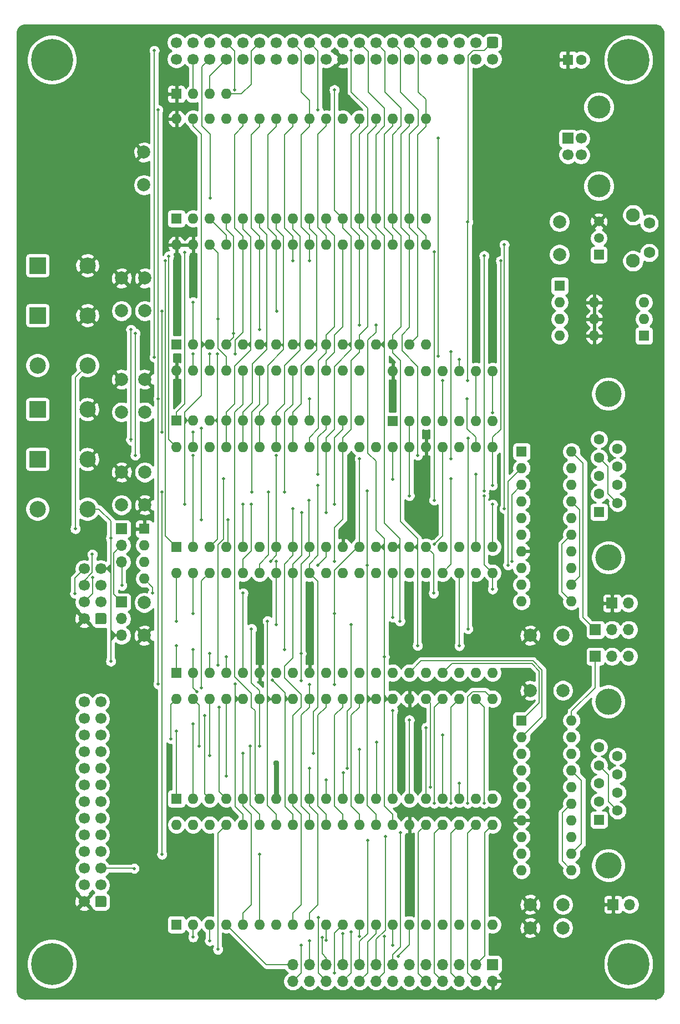
<source format=gtl>
G04 #@! TF.GenerationSoftware,KiCad,Pcbnew,5.1.10*
G04 #@! TF.CreationDate,2022-01-22T00:14:22-08:00*
G04 #@! TF.ProjectId,Z-FIGHTER_Mainboard,5a2d4649-4748-4544-9552-5f4d61696e62,rev?*
G04 #@! TF.SameCoordinates,Original*
G04 #@! TF.FileFunction,Copper,L1,Top*
G04 #@! TF.FilePolarity,Positive*
%FSLAX46Y46*%
G04 Gerber Fmt 4.6, Leading zero omitted, Abs format (unit mm)*
G04 Created by KiCad (PCBNEW 5.1.10) date 2022-01-22 00:14:22*
%MOMM*%
%LPD*%
G01*
G04 APERTURE LIST*
G04 #@! TA.AperFunction,ComponentPad*
%ADD10O,1.600000X1.600000*%
G04 #@! TD*
G04 #@! TA.AperFunction,ComponentPad*
%ADD11R,1.600000X1.600000*%
G04 #@! TD*
G04 #@! TA.AperFunction,ComponentPad*
%ADD12C,1.700000*%
G04 #@! TD*
G04 #@! TA.AperFunction,ComponentPad*
%ADD13O,1.700000X1.700000*%
G04 #@! TD*
G04 #@! TA.AperFunction,ComponentPad*
%ADD14R,1.700000X1.700000*%
G04 #@! TD*
G04 #@! TA.AperFunction,ComponentPad*
%ADD15R,2.500000X2.500000*%
G04 #@! TD*
G04 #@! TA.AperFunction,ComponentPad*
%ADD16C,2.500000*%
G04 #@! TD*
G04 #@! TA.AperFunction,ComponentPad*
%ADD17C,4.000000*%
G04 #@! TD*
G04 #@! TA.AperFunction,ComponentPad*
%ADD18C,1.600000*%
G04 #@! TD*
G04 #@! TA.AperFunction,ComponentPad*
%ADD19C,3.500000*%
G04 #@! TD*
G04 #@! TA.AperFunction,ComponentPad*
%ADD20C,2.000000*%
G04 #@! TD*
G04 #@! TA.AperFunction,ComponentPad*
%ADD21C,6.400000*%
G04 #@! TD*
G04 #@! TA.AperFunction,ComponentPad*
%ADD22C,2.100000*%
G04 #@! TD*
G04 #@! TA.AperFunction,ComponentPad*
%ADD23C,1.750000*%
G04 #@! TD*
G04 #@! TA.AperFunction,ComponentPad*
%ADD24R,1.500000X1.500000*%
G04 #@! TD*
G04 #@! TA.AperFunction,ComponentPad*
%ADD25C,1.500000*%
G04 #@! TD*
G04 #@! TA.AperFunction,ViaPad*
%ADD26C,0.508000*%
G04 #@! TD*
G04 #@! TA.AperFunction,ViaPad*
%ADD27C,0.939800*%
G04 #@! TD*
G04 #@! TA.AperFunction,Conductor*
%ADD28C,0.203200*%
G04 #@! TD*
G04 #@! TA.AperFunction,Conductor*
%ADD29C,0.762000*%
G04 #@! TD*
G04 #@! TA.AperFunction,Conductor*
%ADD30C,0.254000*%
G04 #@! TD*
G04 #@! TA.AperFunction,Conductor*
%ADD31C,0.100000*%
G04 #@! TD*
G04 APERTURE END LIST*
D10*
X92903600Y-92115800D03*
X141163600Y-107355800D03*
X95443600Y-92115800D03*
X138623600Y-107355800D03*
X97983600Y-92115800D03*
X136083600Y-107355800D03*
X100523600Y-92115800D03*
X133543600Y-107355800D03*
X103063600Y-92115800D03*
X131003600Y-107355800D03*
X105603600Y-92115800D03*
X128463600Y-107355800D03*
X108143600Y-92115800D03*
X125923600Y-107355800D03*
X110683600Y-92115800D03*
X123383600Y-107355800D03*
X113223600Y-92115800D03*
X120843600Y-107355800D03*
X115763600Y-92115800D03*
X118303600Y-107355800D03*
X118303600Y-92115800D03*
X115763600Y-107355800D03*
X120843600Y-92115800D03*
X113223600Y-107355800D03*
X123383600Y-92115800D03*
X110683600Y-107355800D03*
X125923600Y-92115800D03*
X108143600Y-107355800D03*
X128463600Y-92115800D03*
X105603600Y-107355800D03*
X131003600Y-92115800D03*
X103063600Y-107355800D03*
X133543600Y-92115800D03*
X100523600Y-107355800D03*
X136083600Y-92115800D03*
X97983600Y-107355800D03*
X138623600Y-92115800D03*
X95443600Y-107355800D03*
X141163600Y-92115800D03*
D11*
X92903600Y-107355800D03*
G04 #@! TA.AperFunction,ComponentPad*
G36*
G01*
X82200000Y-117730800D02*
X82200000Y-118930800D01*
G75*
G02*
X81950000Y-119180800I-250000J0D01*
G01*
X80750000Y-119180800D01*
G75*
G02*
X80500000Y-118930800I0J250000D01*
G01*
X80500000Y-117730800D01*
G75*
G02*
X80750000Y-117480800I250000J0D01*
G01*
X81950000Y-117480800D01*
G75*
G02*
X82200000Y-117730800I0J-250000D01*
G01*
G37*
G04 #@! TD.AperFunction*
D12*
X81350000Y-115790800D03*
X81350000Y-113250800D03*
X81350000Y-110710800D03*
X78810000Y-118330800D03*
X78810000Y-115790800D03*
X78810000Y-113250800D03*
X78810000Y-110710800D03*
D13*
X110683600Y-173660000D03*
X110683600Y-171120000D03*
X113223600Y-173660000D03*
X113223600Y-171120000D03*
X115763600Y-173660000D03*
X115763600Y-171120000D03*
X118303600Y-173660000D03*
X118303600Y-171120000D03*
X120843600Y-173660000D03*
X120843600Y-171120000D03*
X123383600Y-173660000D03*
X123383600Y-171120000D03*
X125923600Y-173660000D03*
X125923600Y-171120000D03*
X128463600Y-173660000D03*
X128463600Y-171120000D03*
X131003600Y-173660000D03*
X131003600Y-171120000D03*
X133543600Y-173660000D03*
X133543600Y-171120000D03*
X136083600Y-173660000D03*
X136083600Y-171120000D03*
X138623600Y-173660000D03*
X138623600Y-171120000D03*
X141163600Y-173660000D03*
D14*
X141163600Y-171120000D03*
D15*
X71700000Y-93970800D03*
D16*
X79320000Y-93970800D03*
X79318000Y-72025200D03*
D15*
X71698000Y-72025200D03*
X71700000Y-86350800D03*
D16*
X79320000Y-86350800D03*
X79320000Y-101590800D03*
X71700000Y-101590800D03*
X71698000Y-79645200D03*
X79318000Y-79645200D03*
X79318000Y-64405200D03*
D15*
X71698000Y-64405200D03*
D11*
X92903600Y-57250800D03*
D10*
X131003600Y-42010800D03*
X95443600Y-57250800D03*
X128463600Y-42010800D03*
X97983600Y-57250800D03*
X125923600Y-42010800D03*
X100523600Y-57250800D03*
X123383600Y-42010800D03*
X103063600Y-57250800D03*
X120843600Y-42010800D03*
X105603600Y-57250800D03*
X118303600Y-42010800D03*
X108143600Y-57250800D03*
X115763600Y-42010800D03*
X110683600Y-57250800D03*
X113223600Y-42010800D03*
X113223600Y-57250800D03*
X110683600Y-42010800D03*
X115763600Y-57250800D03*
X108143600Y-42010800D03*
X118303600Y-57250800D03*
X105603600Y-42010800D03*
X120843600Y-57250800D03*
X103063600Y-42010800D03*
X123383600Y-57250800D03*
X100523600Y-42010800D03*
X125923600Y-57250800D03*
X97983600Y-42010800D03*
X128463600Y-57250800D03*
X95443600Y-42010800D03*
X131003600Y-57250800D03*
X92903600Y-42010800D03*
G04 #@! TA.AperFunction,ComponentPad*
G36*
G01*
X82200000Y-160910800D02*
X82200000Y-162110800D01*
G75*
G02*
X81950000Y-162360800I-250000J0D01*
G01*
X80750000Y-162360800D01*
G75*
G02*
X80500000Y-162110800I0J250000D01*
G01*
X80500000Y-160910800D01*
G75*
G02*
X80750000Y-160660800I250000J0D01*
G01*
X81950000Y-160660800D01*
G75*
G02*
X82200000Y-160910800I0J-250000D01*
G01*
G37*
G04 #@! TD.AperFunction*
D12*
X81350000Y-158970800D03*
X81350000Y-156430800D03*
X81350000Y-153890800D03*
X81350000Y-151350800D03*
X81350000Y-148810800D03*
X81350000Y-146270800D03*
X81350000Y-143730800D03*
X81350000Y-141190800D03*
X81350000Y-138650800D03*
X81350000Y-136110800D03*
X81350000Y-133570800D03*
X81350000Y-131030800D03*
X78810000Y-161510800D03*
X78810000Y-158970800D03*
X78810000Y-156430800D03*
X78810000Y-153890800D03*
X78810000Y-151350800D03*
X78810000Y-148810800D03*
X78810000Y-146270800D03*
X78810000Y-143730800D03*
X78810000Y-141190800D03*
X78810000Y-138650800D03*
X78810000Y-136110800D03*
X78810000Y-133570800D03*
X78810000Y-131030800D03*
D11*
X145600000Y-92805000D03*
D10*
X153220000Y-115665000D03*
X145600000Y-95345000D03*
X153220000Y-113125000D03*
X145600000Y-97885000D03*
X153220000Y-110585000D03*
X145600000Y-100425000D03*
X153220000Y-108045000D03*
X145600000Y-102965000D03*
X153220000Y-105505000D03*
X145600000Y-105505000D03*
X153220000Y-102965000D03*
X145600000Y-108045000D03*
X153220000Y-100425000D03*
X145600000Y-110585000D03*
X153220000Y-97885000D03*
X145600000Y-113125000D03*
X153220000Y-95345000D03*
X145600000Y-115665000D03*
X153220000Y-92805000D03*
D17*
X158823600Y-84000000D03*
X158823600Y-109000000D03*
D18*
X160243600Y-92345000D03*
X160243600Y-95115000D03*
X160243600Y-97885000D03*
X160243600Y-100655000D03*
X157403600Y-90960000D03*
X157403600Y-93730000D03*
X157403600Y-96500000D03*
X157403600Y-99270000D03*
D11*
X157403600Y-102040000D03*
X157403600Y-149000000D03*
D18*
X157403600Y-146230000D03*
X157403600Y-143460000D03*
X157403600Y-140690000D03*
X157403600Y-137920000D03*
X160243600Y-147615000D03*
X160243600Y-144845000D03*
X160243600Y-142075000D03*
X160243600Y-139305000D03*
D17*
X158823600Y-155960000D03*
X158823600Y-130960000D03*
D12*
X92903600Y-32910000D03*
X95443600Y-32910000D03*
X97983600Y-32910000D03*
X100523600Y-32910000D03*
X103063600Y-32910000D03*
X105603600Y-32910000D03*
X108143600Y-32910000D03*
X110683600Y-32910000D03*
X113223600Y-32910000D03*
X115763600Y-32910000D03*
X118303600Y-32910000D03*
X120843600Y-32910000D03*
X123383600Y-32910000D03*
X125923600Y-32910000D03*
X128463600Y-32910000D03*
X131003600Y-32910000D03*
X133543600Y-32910000D03*
X136083600Y-32910000D03*
X138623600Y-32910000D03*
X141163600Y-32910000D03*
X92903600Y-30370000D03*
X95443600Y-30370000D03*
X97983600Y-30370000D03*
X100523600Y-30370000D03*
X103063600Y-30370000D03*
X105603600Y-30370000D03*
X108143600Y-30370000D03*
X110683600Y-30370000D03*
X113223600Y-30370000D03*
X115763600Y-30370000D03*
X118303600Y-30370000D03*
X120843600Y-30370000D03*
X123383600Y-30370000D03*
X125923600Y-30370000D03*
X128463600Y-30370000D03*
X131003600Y-30370000D03*
X133543600Y-30370000D03*
X136083600Y-30370000D03*
X138623600Y-30370000D03*
G04 #@! TA.AperFunction,ComponentPad*
G36*
G01*
X140563600Y-29520000D02*
X141763600Y-29520000D01*
G75*
G02*
X142013600Y-29770000I0J-250000D01*
G01*
X142013600Y-30970000D01*
G75*
G02*
X141763600Y-31220000I-250000J0D01*
G01*
X140563600Y-31220000D01*
G75*
G02*
X140313600Y-30970000I0J250000D01*
G01*
X140313600Y-29770000D01*
G75*
G02*
X140563600Y-29520000I250000J0D01*
G01*
G37*
G04 #@! TD.AperFunction*
D10*
X92903600Y-149770800D03*
X141163600Y-165010800D03*
X95443600Y-149770800D03*
X138623600Y-165010800D03*
X97983600Y-149770800D03*
X136083600Y-165010800D03*
X100523600Y-149770800D03*
X133543600Y-165010800D03*
X103063600Y-149770800D03*
X131003600Y-165010800D03*
X105603600Y-149770800D03*
X128463600Y-165010800D03*
X108143600Y-149770800D03*
X125923600Y-165010800D03*
X110683600Y-149770800D03*
X123383600Y-165010800D03*
X113223600Y-149770800D03*
X120843600Y-165010800D03*
X115763600Y-149770800D03*
X118303600Y-165010800D03*
X118303600Y-149770800D03*
X115763600Y-165010800D03*
X120843600Y-149770800D03*
X113223600Y-165010800D03*
X123383600Y-149770800D03*
X110683600Y-165010800D03*
X125923600Y-149770800D03*
X108143600Y-165010800D03*
X128463600Y-149770800D03*
X105603600Y-165010800D03*
X131003600Y-149770800D03*
X103063600Y-165010800D03*
X133543600Y-149770800D03*
X100523600Y-165010800D03*
X136083600Y-149770800D03*
X97983600Y-165010800D03*
X138623600Y-149770800D03*
X95443600Y-165010800D03*
X141163600Y-149770800D03*
D11*
X92903600Y-165010800D03*
D10*
X92903600Y-130552800D03*
X141163600Y-145792800D03*
X95443600Y-130552800D03*
X138623600Y-145792800D03*
X97983600Y-130552800D03*
X136083600Y-145792800D03*
X100523600Y-130552800D03*
X133543600Y-145792800D03*
X103063600Y-130552800D03*
X131003600Y-145792800D03*
X105603600Y-130552800D03*
X128463600Y-145792800D03*
X108143600Y-130552800D03*
X125923600Y-145792800D03*
X110683600Y-130552800D03*
X123383600Y-145792800D03*
X113223600Y-130552800D03*
X120843600Y-145792800D03*
X115763600Y-130552800D03*
X118303600Y-145792800D03*
X118303600Y-130552800D03*
X115763600Y-145792800D03*
X120843600Y-130552800D03*
X113223600Y-145792800D03*
X123383600Y-130552800D03*
X110683600Y-145792800D03*
X125923600Y-130552800D03*
X108143600Y-145792800D03*
X128463600Y-130552800D03*
X105603600Y-145792800D03*
X131003600Y-130552800D03*
X103063600Y-145792800D03*
X133543600Y-130552800D03*
X100523600Y-145792800D03*
X136083600Y-130552800D03*
X97983600Y-145792800D03*
X138623600Y-130552800D03*
X95443600Y-145792800D03*
X141163600Y-130552800D03*
D11*
X92903600Y-145792800D03*
X92903600Y-76469100D03*
D10*
X131003600Y-61229100D03*
X95443600Y-76469100D03*
X128463600Y-61229100D03*
X97983600Y-76469100D03*
X125923600Y-61229100D03*
X100523600Y-76469100D03*
X123383600Y-61229100D03*
X103063600Y-76469100D03*
X120843600Y-61229100D03*
X105603600Y-76469100D03*
X118303600Y-61229100D03*
X108143600Y-76469100D03*
X115763600Y-61229100D03*
X110683600Y-76469100D03*
X113223600Y-61229100D03*
X113223600Y-76469100D03*
X110683600Y-61229100D03*
X115763600Y-76469100D03*
X108143600Y-61229100D03*
X118303600Y-76469100D03*
X105603600Y-61229100D03*
X120843600Y-76469100D03*
X103063600Y-61229100D03*
X123383600Y-76469100D03*
X100523600Y-61229100D03*
X125923600Y-76469100D03*
X97983600Y-61229100D03*
X128463600Y-76469100D03*
X95443600Y-61229100D03*
X131003600Y-76469100D03*
X92903600Y-61229100D03*
D11*
X125923600Y-88167500D03*
D10*
X141163600Y-80547500D03*
X128463600Y-88167500D03*
X138623600Y-80547500D03*
X131003600Y-88167500D03*
X136083600Y-80547500D03*
X133543600Y-88167500D03*
X133543600Y-80547500D03*
X136083600Y-88167500D03*
X131003600Y-80547500D03*
X138623600Y-88167500D03*
X128463600Y-80547500D03*
X141163600Y-88167500D03*
X125923600Y-80547500D03*
D11*
X92903600Y-126573800D03*
D10*
X141163600Y-111333800D03*
X95443600Y-126573800D03*
X138623600Y-111333800D03*
X97983600Y-126573800D03*
X136083600Y-111333800D03*
X100523600Y-126573800D03*
X133543600Y-111333800D03*
X103063600Y-126573800D03*
X131003600Y-111333800D03*
X105603600Y-126573800D03*
X128463600Y-111333800D03*
X108143600Y-126573800D03*
X125923600Y-111333800D03*
X110683600Y-126573800D03*
X123383600Y-111333800D03*
X113223600Y-126573800D03*
X120843600Y-111333800D03*
X115763600Y-126573800D03*
X118303600Y-111333800D03*
X118303600Y-126573800D03*
X115763600Y-111333800D03*
X120843600Y-126573800D03*
X113223600Y-111333800D03*
X123383600Y-126573800D03*
X110683600Y-111333800D03*
X125923600Y-126573800D03*
X108143600Y-111333800D03*
X128463600Y-126573800D03*
X105603600Y-111333800D03*
X131003600Y-126573800D03*
X103063600Y-111333800D03*
X133543600Y-126573800D03*
X100523600Y-111333800D03*
X136083600Y-126573800D03*
X97983600Y-111333800D03*
X138623600Y-126573800D03*
X95443600Y-111333800D03*
X141163600Y-126573800D03*
X92903600Y-111333800D03*
D14*
X152673600Y-45010800D03*
D12*
X152673600Y-47510800D03*
X154673600Y-47510800D03*
X154673600Y-45010800D03*
D19*
X157383600Y-40240800D03*
X157383600Y-52280800D03*
D20*
X151373600Y-62730800D03*
X151373600Y-57730800D03*
X88070600Y-86787500D03*
X88070600Y-81787500D03*
D21*
X161903600Y-33010800D03*
X73903600Y-33010800D03*
D20*
X84530600Y-95960800D03*
X84530600Y-100960800D03*
X88070600Y-71344100D03*
X88070600Y-66344100D03*
X87943600Y-47125800D03*
X87943600Y-52125800D03*
X88070600Y-100960800D03*
X88070600Y-95960800D03*
X88002800Y-115870800D03*
X88002800Y-120870800D03*
D21*
X161903600Y-171010800D03*
X73903600Y-171010800D03*
D22*
X162603600Y-56705800D03*
D23*
X165093600Y-57955800D03*
X165093600Y-62455800D03*
D22*
X162603600Y-63715800D03*
D11*
X92903600Y-88087500D03*
D10*
X120843600Y-80467500D03*
X95443600Y-88087500D03*
X118303600Y-80467500D03*
X97983600Y-88087500D03*
X115763600Y-80467500D03*
X100523600Y-88087500D03*
X113223600Y-80467500D03*
X103063600Y-88087500D03*
X110683600Y-80467500D03*
X105603600Y-88087500D03*
X108143600Y-80467500D03*
X108143600Y-88087500D03*
X105603600Y-80467500D03*
X110683600Y-88087500D03*
X103063600Y-80467500D03*
X113223600Y-88087500D03*
X100523600Y-80467500D03*
X115763600Y-88087500D03*
X97983600Y-80467500D03*
X118303600Y-88087500D03*
X95443600Y-80467500D03*
X120843600Y-88087500D03*
X92903600Y-80467500D03*
D11*
X164283600Y-75130800D03*
D10*
X156663600Y-70050800D03*
X164283600Y-72590800D03*
X156663600Y-72590800D03*
X164283600Y-70050800D03*
X156663600Y-75130800D03*
D11*
X151403600Y-67510800D03*
D10*
X151403600Y-70050800D03*
X151403600Y-72590800D03*
X151403600Y-75130800D03*
D11*
X92903600Y-38240200D03*
D10*
X95443600Y-38240200D03*
X97983600Y-38240200D03*
X100523600Y-38240200D03*
D20*
X146900000Y-165500000D03*
X151900000Y-165500000D03*
X84530600Y-86787500D03*
X84530600Y-81787500D03*
D10*
X153220000Y-133845000D03*
X145600000Y-156705000D03*
X153220000Y-136385000D03*
X145600000Y-154165000D03*
X153220000Y-138925000D03*
X145600000Y-151625000D03*
X153220000Y-141465000D03*
X145600000Y-149085000D03*
X153220000Y-144005000D03*
X145600000Y-146545000D03*
X153220000Y-146545000D03*
X145600000Y-144005000D03*
X153220000Y-149085000D03*
X145600000Y-141465000D03*
X153220000Y-151625000D03*
X145600000Y-138925000D03*
X153220000Y-154165000D03*
X145600000Y-136385000D03*
X153220000Y-156705000D03*
D11*
X145600000Y-133845000D03*
D20*
X146900000Y-161950000D03*
X151900000Y-161950000D03*
X146900000Y-120870800D03*
X151900000Y-120870800D03*
X151900000Y-129276800D03*
X146900000Y-129276800D03*
D11*
X152673600Y-33000000D03*
D18*
X154673600Y-33000000D03*
D14*
X84530600Y-115790800D03*
D13*
X84530600Y-118330800D03*
X84530600Y-120870800D03*
D24*
X157383600Y-62770800D03*
D25*
X157383600Y-57690800D03*
X157383600Y-60230800D03*
D20*
X84530600Y-66344100D03*
X84530600Y-71344100D03*
D13*
X84530600Y-109682300D03*
X84530600Y-107142300D03*
D14*
X84530600Y-104602300D03*
D13*
X161933600Y-124069800D03*
X159393600Y-124069800D03*
D14*
X156853600Y-124069800D03*
X156853600Y-119994500D03*
D13*
X159393600Y-119994500D03*
X161933600Y-119994500D03*
D14*
X159552350Y-161950000D03*
D13*
X162092350Y-161950000D03*
D14*
X159390600Y-115941800D03*
D13*
X161930600Y-115941800D03*
D11*
X88002800Y-104602300D03*
D10*
X88002800Y-107142300D03*
X88002800Y-109682300D03*
X88002800Y-112222300D03*
D26*
X128463600Y-99540800D03*
X139873600Y-99590798D03*
X137390005Y-57729995D03*
X137390005Y-81940004D03*
X133543600Y-81940004D03*
X77400000Y-114450800D03*
X141170000Y-113809601D03*
X129710002Y-122440000D03*
X92903600Y-122440000D03*
X107580000Y-127710000D03*
X96015633Y-129433263D03*
X142970000Y-101535082D03*
X95460000Y-123020000D03*
X142950000Y-61230000D03*
X109400000Y-123020000D03*
X110683600Y-101535000D03*
X113153600Y-100220800D03*
X132233600Y-100230800D03*
X111953600Y-127771569D03*
X97990000Y-123599998D03*
X132233600Y-62350062D03*
X111953600Y-123600000D03*
X123383600Y-73487800D03*
X100540000Y-124160000D03*
X124660000Y-124150000D03*
X120843600Y-73487800D03*
X103079999Y-114435199D03*
X132160000Y-114435199D03*
X89303600Y-114435199D03*
X100103600Y-96990800D03*
X125923600Y-97000799D03*
X99290000Y-125438810D03*
X103073600Y-138880800D03*
X113823600Y-138880800D03*
X114500000Y-97940000D03*
X141150000Y-97940800D03*
X113240000Y-63670002D03*
X142400000Y-63670002D03*
X106973600Y-99000000D03*
X109443600Y-99000000D03*
X117033600Y-100865000D03*
X104350000Y-100865012D03*
X141163600Y-100865000D03*
X139873600Y-98789587D03*
X139870000Y-62920002D03*
X114490000Y-110164700D03*
X122020000Y-110164700D03*
X122020015Y-98819987D03*
X108150119Y-93372998D03*
X129720000Y-93370002D03*
X96750000Y-128870000D03*
X107260000Y-109537611D03*
X113223600Y-128330379D03*
X117033600Y-128330800D03*
X134810000Y-77610000D03*
X120850000Y-93928812D03*
X134813600Y-93930000D03*
X117040000Y-117530004D03*
X95470000Y-117530000D03*
X127039996Y-118680000D03*
X92943600Y-118679610D03*
X106821590Y-118679610D03*
X99233600Y-168790800D03*
X115763600Y-167400800D03*
X127100000Y-151000008D03*
X117037000Y-172410800D03*
X124800000Y-151600000D03*
X120853600Y-166771998D03*
X124672560Y-166771998D03*
X122100000Y-152200000D03*
X118333600Y-166356990D03*
X119533600Y-166140804D03*
X95443600Y-166926614D03*
X115163600Y-166940800D03*
X114590000Y-163900000D03*
X97973600Y-167486608D03*
X113213600Y-167486608D03*
X126738361Y-169843439D03*
X111953600Y-168185800D03*
X125923600Y-168191990D03*
X125953600Y-132360800D03*
X99450000Y-131850000D03*
X128463600Y-133783800D03*
X97200000Y-133070800D03*
X131003607Y-134939507D03*
X95443600Y-134358190D03*
X133543600Y-136095200D03*
X92923600Y-135498317D03*
X123500800Y-137190302D03*
X92030200Y-136631990D03*
X120843598Y-138310800D03*
X96386300Y-137749610D03*
X118350000Y-141800000D03*
X97987318Y-139188540D03*
X115770000Y-142891190D03*
X100523612Y-142358810D03*
X131650000Y-144050000D03*
X136099994Y-143450000D03*
X132270000Y-146510800D03*
X134810000Y-146510800D03*
X86430000Y-156440000D03*
X139880000Y-146510800D03*
X137350000Y-146510800D03*
X114500000Y-40650800D03*
X101883600Y-128310000D03*
X90100000Y-40650000D03*
X90120000Y-128310000D03*
X137290000Y-84730000D03*
X90111200Y-84730000D03*
X113223600Y-84730000D03*
X115763600Y-102158500D03*
X112000000Y-102158502D03*
X101803600Y-37599810D03*
X117003600Y-37599810D03*
X108143600Y-119239100D03*
X118980000Y-141180000D03*
X113229998Y-141190000D03*
X108143600Y-109537611D03*
X119573600Y-119239100D03*
X119600000Y-31580800D03*
X117010000Y-109537620D03*
X98100000Y-54100000D03*
X89519998Y-78390000D03*
X89520013Y-31610800D03*
X94200000Y-62400002D03*
X96719000Y-89220000D03*
X100783000Y-103241800D03*
X96719000Y-103241800D03*
X86620880Y-93369000D03*
X95443600Y-93389002D03*
X101631000Y-74743000D03*
X86620880Y-74743000D03*
X132850000Y-45010800D03*
X132850000Y-78207579D03*
X91750000Y-62990002D03*
X110670000Y-63670002D03*
X91189189Y-63670000D03*
X108200002Y-71400000D03*
X90670000Y-71410000D03*
X90670000Y-89807844D03*
X95443600Y-89807818D03*
X105603600Y-74184200D03*
X85959600Y-90985800D03*
X85959600Y-74184200D03*
X101853600Y-77867798D03*
X99143600Y-77867798D03*
X94133600Y-100865000D03*
X103063600Y-100865000D03*
X138630000Y-96270000D03*
X114520000Y-96280000D03*
X105600000Y-154290000D03*
X104400000Y-99000000D03*
X90670000Y-99000000D03*
X90690000Y-154300000D03*
X105610000Y-137749610D03*
X104373600Y-119866920D03*
X137410000Y-119865511D03*
X137400000Y-90790000D03*
X104183600Y-137749610D03*
X141163593Y-86850000D03*
X136083611Y-78766389D03*
D27*
X113223600Y-120870800D03*
X105603600Y-120870800D03*
X119515510Y-104702290D03*
X131003600Y-104702290D03*
D26*
X134849998Y-96950000D03*
X144110000Y-109567800D03*
X95423598Y-77867798D03*
X95472000Y-69995300D03*
X97973600Y-77867798D03*
X99230000Y-72589996D03*
D27*
X108150000Y-140380000D03*
D26*
X143519298Y-110126610D03*
X77464001Y-104606800D03*
X136090000Y-122470800D03*
X80156439Y-111994639D03*
X125923600Y-118094200D03*
X82878600Y-124820800D03*
X82878600Y-105987499D03*
X132253600Y-106960800D03*
X80070601Y-108511401D03*
X84587600Y-113250800D03*
D28*
X128463600Y-88167500D02*
X128463600Y-92115800D01*
X128463600Y-92115800D02*
X128463600Y-99540800D01*
X137390005Y-57729995D02*
X137390005Y-81940004D01*
X139905953Y-31627647D02*
X141163600Y-30370000D01*
X138196847Y-31627647D02*
X139905953Y-31627647D01*
X137450000Y-32374494D02*
X138196847Y-31627647D01*
X137450000Y-57670000D02*
X137450000Y-32374494D01*
X137390005Y-57729995D02*
X137450000Y-57670000D01*
X133543600Y-81940004D02*
X133543600Y-88167500D01*
X139873600Y-99630788D02*
X139913590Y-99590798D01*
X139873600Y-110043800D02*
X139873600Y-99630788D01*
X141163600Y-111333800D02*
X139873600Y-110043800D01*
X141163600Y-113754400D02*
X141170000Y-113760800D01*
X141163600Y-111333800D02*
X141163600Y-113754400D01*
X77400000Y-112120800D02*
X78810000Y-110710800D01*
X77400000Y-114450800D02*
X77400000Y-112120800D01*
X92903600Y-122440000D02*
X92903600Y-126573800D01*
X110683600Y-149770800D02*
X110683600Y-148187200D01*
X110683600Y-148187200D02*
X109470000Y-146973600D01*
X109470000Y-146973600D02*
X109470000Y-130977200D01*
X110683600Y-130552800D02*
X109708000Y-130552800D01*
X109708000Y-130552800D02*
X109470000Y-130552800D01*
X109470000Y-130340800D02*
X109470000Y-130740800D01*
X109494000Y-130740800D02*
X109682000Y-130552800D01*
X109470000Y-130740800D02*
X109494000Y-130740800D01*
X109682000Y-130552800D02*
X109470000Y-130340800D01*
X109708000Y-130552800D02*
X109682000Y-130552800D01*
X129425000Y-107335800D02*
X129710002Y-107050798D01*
X129425000Y-107355800D02*
X129425000Y-107335800D01*
X128463600Y-107355800D02*
X129425000Y-107355800D01*
X129425000Y-107355800D02*
X129710002Y-107355800D01*
X129425000Y-107365796D02*
X129710002Y-107650798D01*
X129710002Y-107650798D02*
X129710002Y-107050798D01*
X129425000Y-107355800D02*
X129425000Y-107365796D01*
X129710002Y-106100802D02*
X127079201Y-103470001D01*
X127079201Y-103470001D02*
X127079201Y-78899201D01*
X127079201Y-78899201D02*
X125923600Y-77743600D01*
X125923600Y-77743600D02*
X125923600Y-76469100D01*
X125923600Y-74997200D02*
X125923600Y-76469100D01*
X127193600Y-73727200D02*
X125923600Y-74997200D01*
X125923600Y-58623600D02*
X127193600Y-59893600D01*
X127193600Y-59893600D02*
X127193600Y-73727200D01*
X125923600Y-57250800D02*
X125923600Y-58623600D01*
X129271404Y-107355800D02*
X129710002Y-106917202D01*
X128463600Y-107355800D02*
X129271404Y-107355800D01*
X129710002Y-106917202D02*
X129710002Y-106100802D01*
X129710002Y-107050798D02*
X129710002Y-106917202D01*
X129248600Y-107355800D02*
X129710002Y-107817202D01*
X128463600Y-107355800D02*
X129248600Y-107355800D01*
X129710002Y-107817202D02*
X129710002Y-107650798D01*
X129710002Y-122440000D02*
X129710002Y-107817202D01*
X109928400Y-130552800D02*
X109470000Y-130094400D01*
X110683600Y-130552800D02*
X109928400Y-130552800D01*
X109470000Y-130094400D02*
X109470000Y-130340800D01*
X109894400Y-130552800D02*
X109470000Y-130977200D01*
X110683600Y-130552800D02*
X109894400Y-130552800D01*
X109470000Y-130740800D02*
X109470000Y-130977200D01*
X127210000Y-43150000D02*
X125923600Y-44436400D01*
X127210000Y-40367200D02*
X127210000Y-43150000D01*
X125923600Y-44436400D02*
X125923600Y-57250800D01*
X124760000Y-37917200D02*
X127210000Y-40367200D01*
X124760000Y-31746400D02*
X124760000Y-37917200D01*
X123524400Y-30510800D02*
X124760000Y-31746400D01*
X123383600Y-30510800D02*
X123524400Y-30510800D01*
X109470000Y-129600000D02*
X109470000Y-130094400D01*
X107580000Y-127710000D02*
X109470000Y-129600000D01*
X95443600Y-128861230D02*
X96015633Y-129433263D01*
X95443600Y-126573800D02*
X95443600Y-128861230D01*
X131003600Y-59903600D02*
X131003600Y-61229100D01*
X129713600Y-58613600D02*
X131003600Y-59903600D01*
X129713600Y-44446400D02*
X129713600Y-58613600D01*
X131003600Y-43156400D02*
X129713600Y-44446400D01*
X131003600Y-42010800D02*
X131003600Y-43156400D01*
X95443600Y-126573800D02*
X95443600Y-123036400D01*
X95443600Y-123036400D02*
X95460000Y-123020000D01*
X110683600Y-101561400D02*
X110710000Y-101535000D01*
X110683600Y-107355800D02*
X110683600Y-101561400D01*
X142970000Y-61250000D02*
X142950000Y-61230000D01*
X142970000Y-101535082D02*
X142970000Y-61250000D01*
X110683600Y-107355800D02*
X110683600Y-108676400D01*
X110683600Y-108676400D02*
X109400000Y-109960000D01*
X109400000Y-109960000D02*
X109400000Y-123020000D01*
X129840000Y-31746400D02*
X128463600Y-30370000D01*
X129840000Y-37907200D02*
X129840000Y-31746400D01*
X131003600Y-39070800D02*
X129840000Y-37907200D01*
X131003600Y-42010800D02*
X131003600Y-39070800D01*
X115763600Y-131810800D02*
X115763600Y-130552800D01*
X114510000Y-146940000D02*
X114510000Y-133064400D01*
X115763600Y-148193600D02*
X114510000Y-146940000D01*
X114510000Y-133064400D02*
X115763600Y-131810800D01*
X115763600Y-149770800D02*
X115763600Y-148193600D01*
X113153600Y-107285800D02*
X113153600Y-100220800D01*
X113223600Y-107355800D02*
X113153600Y-107285800D01*
X119600000Y-133050000D02*
X120843600Y-131806400D01*
X119600000Y-146940000D02*
X119600000Y-133050000D01*
X120843600Y-131806400D02*
X120843600Y-130552800D01*
X120843600Y-148183600D02*
X119600000Y-146940000D01*
X120843600Y-149770800D02*
X120843600Y-148183600D01*
X125923600Y-59893600D02*
X125923600Y-61229100D01*
X124653600Y-58623600D02*
X125923600Y-59893600D01*
X124653600Y-44416400D02*
X124653600Y-58623600D01*
X125923600Y-43146400D02*
X124653600Y-44416400D01*
X125923600Y-42010800D02*
X125923600Y-43146400D01*
X97983600Y-126573800D02*
X97983600Y-123606398D01*
X97983600Y-123606398D02*
X97990000Y-123599998D01*
X132233600Y-100230800D02*
X132233600Y-62350062D01*
X111953600Y-127771569D02*
X111953600Y-123600000D01*
X111953600Y-109956400D02*
X111953600Y-123600000D01*
X113223600Y-108686400D02*
X111953600Y-109956400D01*
X113223600Y-107355800D02*
X113223600Y-108686400D01*
X125923600Y-130552800D02*
X125923600Y-130630800D01*
X119583600Y-58633600D02*
X120843600Y-59893600D01*
X119583600Y-44406400D02*
X119583600Y-58633600D01*
X120843600Y-43146400D02*
X119583600Y-44406400D01*
X120843600Y-59893600D02*
X120843600Y-61229100D01*
X120843600Y-42010800D02*
X120843600Y-43146400D01*
X100523600Y-124176400D02*
X100540000Y-124160000D01*
X100523600Y-126573800D02*
X100523600Y-124176400D01*
X125923600Y-148183600D02*
X125923600Y-149770800D01*
X124660000Y-146920000D02*
X125923600Y-148183600D01*
X125923600Y-130552800D02*
X124933000Y-130552800D01*
X124933000Y-130552800D02*
X124660000Y-130552800D01*
X124660000Y-130300800D02*
X124660000Y-130825800D01*
X124933000Y-130552800D02*
X124660000Y-130825800D01*
X124912000Y-130552800D02*
X124660000Y-130300800D01*
X124933000Y-130552800D02*
X124912000Y-130552800D01*
X124395000Y-107335800D02*
X124660000Y-107070800D01*
X124395000Y-107355800D02*
X124395000Y-107335800D01*
X124395000Y-107355800D02*
X124660000Y-107355800D01*
X124395000Y-107355800D02*
X124660000Y-107620800D01*
X124660000Y-107620800D02*
X124660000Y-107070800D01*
X120843600Y-61229100D02*
X120843600Y-73487800D01*
X122153600Y-93043600D02*
X122153600Y-75805125D01*
X124660000Y-106100800D02*
X123383600Y-104824400D01*
X123383600Y-104824400D02*
X123383600Y-94273600D01*
X123383600Y-94273600D02*
X122153600Y-93043600D01*
X122153600Y-75805125D02*
X123383600Y-74575125D01*
X123383600Y-74575125D02*
X123383600Y-73487800D01*
X124158600Y-107355800D02*
X124395000Y-107355800D01*
X124660000Y-106667200D02*
X124660000Y-106854400D01*
X124660000Y-106667200D02*
X124660000Y-106100800D01*
X124660000Y-124150000D02*
X124660000Y-107854400D01*
X124660000Y-107854400D02*
X124660000Y-107620800D01*
X124660000Y-107854400D02*
X124657200Y-107854400D01*
X124660000Y-107070800D02*
X124660000Y-106667200D01*
X124158600Y-107355800D02*
X124660000Y-106854400D01*
X123383600Y-107355800D02*
X124158600Y-107355800D01*
X124161400Y-107355800D02*
X124660000Y-107854400D01*
X123383600Y-107355800D02*
X124161400Y-107355800D01*
X125145600Y-130552800D02*
X124660000Y-130067200D01*
X124660000Y-130067200D02*
X124660000Y-130300800D01*
X125923600Y-130552800D02*
X125145600Y-130552800D01*
X125174400Y-130552800D02*
X124660000Y-131067200D01*
X125923600Y-130552800D02*
X125174400Y-130552800D01*
X124660000Y-130825800D02*
X124660000Y-131067200D01*
X125923600Y-130552800D02*
X125195600Y-130552800D01*
X124660000Y-130017200D02*
X124660000Y-130067200D01*
X125195600Y-130552800D02*
X124660000Y-130017200D01*
X124660000Y-124150000D02*
X124660000Y-130017200D01*
X125211600Y-130552800D02*
X124660000Y-131104400D01*
X125923600Y-130552800D02*
X125211600Y-130552800D01*
X124660000Y-131104400D02*
X124660000Y-146920000D01*
X124660000Y-131067200D02*
X124660000Y-131104400D01*
X132160000Y-108512200D02*
X132160000Y-114435199D01*
X131003600Y-107355800D02*
X132160000Y-108512200D01*
X89303600Y-113523100D02*
X88002800Y-112222300D01*
X89303600Y-114410800D02*
X89303600Y-113523100D01*
X103079999Y-126557401D02*
X103063600Y-126573800D01*
X103079999Y-114435199D02*
X103079999Y-126557401D01*
X125923600Y-92115800D02*
X125923600Y-97000799D01*
X99290000Y-107024400D02*
X99290000Y-125438810D01*
X100103600Y-106210800D02*
X99290000Y-107024400D01*
X100103600Y-96990800D02*
X100103600Y-106210800D01*
X113223600Y-61229100D02*
X113223600Y-59830800D01*
X103063600Y-138890800D02*
X103073600Y-138880800D01*
X103063600Y-145792800D02*
X103063600Y-138890800D01*
X103063600Y-163236400D02*
X103063600Y-165010800D01*
X104323600Y-161976400D02*
X103063600Y-163236400D01*
X104323600Y-148193600D02*
X104323600Y-161976400D01*
X103063600Y-146933600D02*
X104323600Y-148193600D01*
X103063600Y-145792800D02*
X103063600Y-146933600D01*
X113220000Y-42014400D02*
X113223600Y-42010800D01*
X113220000Y-43160000D02*
X113220000Y-42014400D01*
X111953600Y-58560800D02*
X111953600Y-44426400D01*
X111953600Y-44426400D02*
X113220000Y-43160000D01*
X113223600Y-59830800D02*
X111953600Y-58560800D01*
X141163600Y-97927200D02*
X141150000Y-97940800D01*
X141163600Y-92115800D02*
X141163600Y-97927200D01*
X113223600Y-61229100D02*
X113223600Y-63653600D01*
X113223600Y-63653600D02*
X113240000Y-63670000D01*
X114500000Y-108680000D02*
X114500000Y-97940000D01*
X113223600Y-109956400D02*
X114500000Y-108680000D01*
X113223600Y-111333800D02*
X113223600Y-109956400D01*
X141163600Y-92115800D02*
X141163600Y-90636400D01*
X141163600Y-90636400D02*
X142400000Y-89400000D01*
X142400000Y-89400000D02*
X142400000Y-63670002D01*
X113823600Y-132476400D02*
X113823600Y-138880800D01*
X114483600Y-131816400D02*
X113823600Y-132476400D01*
X114483600Y-112593800D02*
X114483600Y-131816400D01*
X113223600Y-111333800D02*
X114483600Y-112593800D01*
X113223600Y-39190800D02*
X113223600Y-42010800D01*
X111953600Y-37920800D02*
X113223600Y-39190800D01*
X111953600Y-31640000D02*
X111953600Y-37920800D01*
X110824400Y-30510800D02*
X111953600Y-31640000D01*
X110683600Y-30510800D02*
X110824400Y-30510800D01*
X110683600Y-85586400D02*
X109443600Y-86826400D01*
X110683600Y-80467500D02*
X110683600Y-85586400D01*
X109443600Y-99000000D02*
X109443600Y-86826400D01*
X106973600Y-108586400D02*
X106973600Y-99000000D01*
X105603600Y-109956400D02*
X106973600Y-108586400D01*
X105603600Y-111333800D02*
X105603600Y-109956400D01*
X118303600Y-89386400D02*
X118303600Y-88087500D01*
X117033600Y-90656400D02*
X118303600Y-89386400D01*
X117033600Y-100865000D02*
X117033600Y-90656400D01*
X141163600Y-100878598D02*
X141163600Y-107355800D01*
X103063600Y-111333800D02*
X103063600Y-109266400D01*
X103063600Y-109266400D02*
X104350000Y-107980000D01*
X104350000Y-107980000D02*
X104350000Y-100865012D01*
X123374400Y-130543600D02*
X123383600Y-130552800D01*
X123383600Y-59903600D02*
X123383600Y-61229100D01*
X122123600Y-58643600D02*
X123383600Y-59903600D01*
X122123600Y-44370800D02*
X122123600Y-58643600D01*
X123383600Y-43110800D02*
X122123600Y-44370800D01*
X123383600Y-42010800D02*
X123383600Y-43110800D01*
X115763600Y-107355800D02*
X115763600Y-107486400D01*
X139873600Y-98789587D02*
X139873600Y-62923602D01*
X139873600Y-62923602D02*
X139870000Y-62920002D01*
X114612800Y-110080000D02*
X114490000Y-110080000D01*
X115763600Y-108929200D02*
X114612800Y-110080000D01*
X115763600Y-107355800D02*
X115763600Y-108929200D01*
X123383600Y-148203600D02*
X122020000Y-146840000D01*
X123383600Y-149770800D02*
X123383600Y-148203600D01*
X123383600Y-130552800D02*
X122342000Y-130552800D01*
X122342000Y-130552800D02*
X122020000Y-130552800D01*
X122342000Y-130558800D02*
X122020000Y-130880800D01*
X122342000Y-130552800D02*
X122342000Y-130558800D01*
X122020000Y-130880800D02*
X122020000Y-130215800D01*
X122342000Y-130552800D02*
X122342000Y-130537800D01*
X122342000Y-130537800D02*
X122020000Y-130215800D01*
X122020002Y-98820000D02*
X122020015Y-98819987D01*
X122020000Y-110079998D02*
X122020015Y-110079983D01*
X122020015Y-110079983D02*
X122020015Y-98819987D01*
X122628400Y-130552800D02*
X122020000Y-129944400D01*
X123383600Y-130552800D02*
X122628400Y-130552800D01*
X122020000Y-129944400D02*
X122020000Y-110079998D01*
X122020000Y-130215800D02*
X122020000Y-129944400D01*
X122594400Y-130552800D02*
X122020000Y-131127200D01*
X123383600Y-130552800D02*
X122594400Y-130552800D01*
X122020000Y-131127200D02*
X122020000Y-130880800D01*
X122020000Y-146840000D02*
X122020000Y-131127200D01*
X96750002Y-112567398D02*
X96750002Y-115260000D01*
X97983600Y-111333800D02*
X96750002Y-112567398D01*
X128463600Y-59883600D02*
X128463600Y-61229100D01*
X127193600Y-58613600D02*
X128463600Y-59883600D01*
X128463600Y-43150800D02*
X127193600Y-44420800D01*
X127193600Y-44420800D02*
X127193600Y-58613600D01*
X128463600Y-42010800D02*
X128463600Y-43150800D01*
X108143600Y-107355800D02*
X108143600Y-93379517D01*
X108143600Y-93379517D02*
X108150119Y-93372998D01*
X96750000Y-128870000D02*
X96750000Y-115260002D01*
X108143600Y-107355800D02*
X108143600Y-108654011D01*
X108143600Y-108654011D02*
X107260000Y-109537611D01*
X127340000Y-77437200D02*
X129720000Y-79817200D01*
X129720000Y-79817200D02*
X129720000Y-93370002D01*
X127340000Y-74990800D02*
X127340000Y-77437200D01*
X128463600Y-73867200D02*
X127340000Y-74990800D01*
X128463600Y-61229100D02*
X128463600Y-73867200D01*
X118303600Y-149770800D02*
X118303600Y-148193600D01*
X118303600Y-148193600D02*
X117060000Y-146950000D01*
X117060000Y-146950000D02*
X117060000Y-133050000D01*
X117060000Y-133050000D02*
X118303600Y-131806400D01*
X118303600Y-131806400D02*
X118303600Y-130552800D01*
X113223600Y-130552800D02*
X113223600Y-130150379D01*
X113223600Y-130990800D02*
X113223600Y-130552800D01*
X113223600Y-128330379D02*
X113223600Y-130552800D01*
X120843600Y-93935212D02*
X120850000Y-93928812D01*
X134810000Y-77589996D02*
X134810000Y-93926400D01*
X134810000Y-93926400D02*
X134813600Y-93930000D01*
X117033600Y-117036404D02*
X117040000Y-117030004D01*
X117033600Y-128330800D02*
X117033600Y-117036404D01*
X125923600Y-30510800D02*
X126064400Y-30510800D01*
X129733600Y-75199100D02*
X128463600Y-76469100D01*
X129733600Y-59893600D02*
X129733600Y-75199100D01*
X128463600Y-58623600D02*
X129733600Y-59893600D01*
X128463600Y-57250800D02*
X128463600Y-58623600D01*
X120843600Y-107355800D02*
X120574200Y-107355800D01*
X117040000Y-110890000D02*
X117040000Y-117030004D01*
X120574200Y-107355800D02*
X117040000Y-110890000D01*
X120843600Y-107355800D02*
X120843600Y-93935212D01*
X95470000Y-117530000D02*
X95470000Y-117030000D01*
X95443600Y-111333800D02*
X95443600Y-117503600D01*
X95443600Y-117503600D02*
X95470000Y-117530000D01*
X128463600Y-44406400D02*
X128463600Y-57250800D01*
X129850000Y-43020000D02*
X128463600Y-44406400D01*
X129850000Y-40657200D02*
X129850000Y-43020000D01*
X127100000Y-37907200D02*
X129850000Y-40657200D01*
X127100000Y-31546400D02*
X127100000Y-37907200D01*
X125923600Y-30370000D02*
X127100000Y-31546400D01*
X113223600Y-131813600D02*
X113223600Y-130552800D01*
X111970000Y-133067200D02*
X113223600Y-131813600D01*
X111970000Y-146930000D02*
X111970000Y-133067200D01*
X113223600Y-148183600D02*
X111970000Y-146930000D01*
X113223600Y-149770800D02*
X113223600Y-148183600D01*
X92903600Y-111333800D02*
X92903600Y-113873800D01*
X120843600Y-30510800D02*
X120984400Y-30510800D01*
X123383600Y-58623600D02*
X123383600Y-57250800D01*
X124653600Y-59893600D02*
X123383600Y-58623600D01*
X124613000Y-76214400D02*
X124358300Y-76469100D01*
X124653600Y-76214400D02*
X124613000Y-76214400D01*
X124358300Y-76469100D02*
X124653600Y-76469100D01*
X124358300Y-76469100D02*
X124653600Y-76764400D01*
X124653600Y-76764400D02*
X124653600Y-76214400D01*
X108143600Y-148180800D02*
X106821590Y-146858790D01*
X108143600Y-149770800D02*
X108143600Y-148180800D01*
X108143600Y-130552800D02*
X107108000Y-130552800D01*
X107108000Y-130552800D02*
X106821590Y-130552800D01*
X107108000Y-130552800D02*
X106821590Y-130839210D01*
X106821590Y-130839210D02*
X106821590Y-130289210D01*
X107108000Y-130552800D02*
X107085180Y-130552800D01*
X107085180Y-130552800D02*
X106821590Y-130289210D01*
X127039996Y-107110804D02*
X126795000Y-107355800D01*
X126795000Y-107355800D02*
X127039996Y-107355800D01*
X127039996Y-107100796D02*
X127039996Y-107110804D01*
X125923600Y-107355800D02*
X126795000Y-107355800D01*
X126795000Y-107355800D02*
X127039996Y-107600796D01*
X127039996Y-107600796D02*
X127039996Y-107100796D01*
X127039996Y-106100796D02*
X124653600Y-103714400D01*
X124653600Y-76002400D02*
X124186900Y-76469100D01*
X124653600Y-75885800D02*
X124653600Y-76002400D01*
X123383600Y-76469100D02*
X124186900Y-76469100D01*
X124653600Y-76214400D02*
X124653600Y-75885800D01*
X124186900Y-76469100D02*
X124358300Y-76469100D01*
X124653600Y-75885800D02*
X124653600Y-59893600D01*
X124653600Y-76935800D02*
X124186900Y-76469100D01*
X124653600Y-103714400D02*
X124653600Y-77060800D01*
X124653600Y-77060800D02*
X124653600Y-76935800D01*
X124653600Y-77060800D02*
X124653600Y-76764400D01*
X92943600Y-111373800D02*
X92903600Y-111333800D01*
X92943600Y-118679610D02*
X92943600Y-111373800D01*
X106821590Y-118679610D02*
X106821590Y-130042810D01*
X126531392Y-107355800D02*
X127039996Y-106847196D01*
X125923600Y-107355800D02*
X126531392Y-107355800D01*
X127039996Y-106847196D02*
X127039996Y-106100796D01*
X127039996Y-107100796D02*
X127039996Y-106847196D01*
X126648600Y-107355800D02*
X127039996Y-107747196D01*
X125923600Y-107355800D02*
X126648600Y-107355800D01*
X127039996Y-107747196D02*
X127039996Y-107600796D01*
X127039996Y-109919996D02*
X127039996Y-107747196D01*
X127039996Y-107600796D02*
X127039996Y-118680000D01*
X107331580Y-130552800D02*
X106821590Y-130042810D01*
X108143600Y-130552800D02*
X107331580Y-130552800D01*
X106821590Y-130042810D02*
X106821590Y-130289210D01*
X107347580Y-130552800D02*
X106821590Y-131078790D01*
X108143600Y-130552800D02*
X107347580Y-130552800D01*
X106821590Y-131078790D02*
X106821590Y-130839210D01*
X106821590Y-146858790D02*
X106821590Y-131078790D01*
X124690000Y-43150000D02*
X123383600Y-44456400D01*
X124690000Y-40387200D02*
X124690000Y-43150000D01*
X122210000Y-37907200D02*
X124690000Y-40387200D01*
X122210000Y-31736400D02*
X122210000Y-37907200D01*
X123383600Y-44456400D02*
X123383600Y-57250800D01*
X120843600Y-30370000D02*
X122210000Y-31736400D01*
X157403600Y-93730000D02*
X158800000Y-95126400D01*
X158800000Y-99211400D02*
X160243600Y-100655000D01*
X158800000Y-95126400D02*
X158800000Y-99211400D01*
X138732040Y-171011560D02*
X138623600Y-171011560D01*
X139940000Y-169803600D02*
X138732040Y-171011560D01*
X139940000Y-150994400D02*
X139940000Y-169803600D01*
X141163600Y-149770800D02*
X139940000Y-150994400D01*
X137373600Y-151020800D02*
X138623600Y-149770800D01*
X137373600Y-172373820D02*
X137373600Y-151020800D01*
X138551340Y-173551560D02*
X137373600Y-172373820D01*
X138623600Y-173551560D02*
X138551340Y-173551560D01*
X134823600Y-151030800D02*
X136083600Y-149770800D01*
X134823600Y-172363820D02*
X134823600Y-151030800D01*
X136011340Y-173551560D02*
X134823600Y-172363820D01*
X136083600Y-173551560D02*
X136011340Y-173551560D01*
X132273600Y-151040800D02*
X133543600Y-149770800D01*
X132273600Y-172353820D02*
X132273600Y-151040800D01*
X133471340Y-173551560D02*
X132273600Y-172353820D01*
X133543600Y-173551560D02*
X133471340Y-173551560D01*
X129850000Y-170564494D02*
X129850000Y-150924400D01*
X129850000Y-150924400D02*
X131003600Y-149770800D01*
X129848799Y-170565695D02*
X129850000Y-170564494D01*
X129848799Y-171674305D02*
X129848799Y-170565695D01*
X129850000Y-171675506D02*
X129848799Y-171674305D01*
X129850000Y-172470220D02*
X129850000Y-171675506D01*
X130931340Y-173551560D02*
X129850000Y-172470220D01*
X131003600Y-173551560D02*
X130931340Y-173551560D01*
X100523600Y-149770800D02*
X99233600Y-151060800D01*
X99233600Y-151060800D02*
X99233600Y-168750800D01*
X115763600Y-165010800D02*
X115763600Y-167400800D01*
X125923600Y-171011560D02*
X125923600Y-169566400D01*
X125923600Y-169566400D02*
X127100000Y-168390000D01*
X127100000Y-168390000D02*
X127100000Y-151000008D01*
X117037000Y-166277400D02*
X118303600Y-165010800D01*
X117037000Y-166277400D02*
X117037000Y-172500800D01*
X124800000Y-165850000D02*
X124800000Y-151600000D01*
X123383600Y-167266400D02*
X124800000Y-165850000D01*
X123383600Y-171011560D02*
X123383600Y-167266400D01*
X120853600Y-166771998D02*
X120853600Y-165020800D01*
X120853600Y-165020800D02*
X120843600Y-165010800D01*
X124672560Y-172334860D02*
X123493030Y-173514390D01*
X124672560Y-166771998D02*
X124672560Y-172334860D01*
X123493030Y-173514390D02*
X123383600Y-173514390D01*
X122100000Y-166350000D02*
X122100000Y-152200000D01*
X120843600Y-167606400D02*
X122100000Y-166350000D01*
X120843600Y-171011560D02*
X120843600Y-167606400D01*
X122109700Y-172357720D02*
X120953030Y-173514390D01*
X122109700Y-167640300D02*
X122109700Y-172357720D01*
X120953030Y-173514390D02*
X120843600Y-173514390D01*
X123383600Y-166366400D02*
X122109700Y-167640300D01*
X123383600Y-165010800D02*
X123383600Y-166366400D01*
X118303600Y-166386990D02*
X118333600Y-166356990D01*
X118333600Y-170981560D02*
X118303600Y-171011560D01*
X118333600Y-166356990D02*
X118333600Y-170981560D01*
X119533600Y-166430800D02*
X119533600Y-166140804D01*
X119533600Y-172393820D02*
X119533600Y-166140804D01*
X118413030Y-173514390D02*
X119533600Y-172393820D01*
X118303600Y-173514390D02*
X118413030Y-173514390D01*
X95443600Y-165010800D02*
X95443600Y-166926614D01*
X115763600Y-170070800D02*
X115763600Y-171011560D01*
X115163600Y-169470800D02*
X115763600Y-170070800D01*
X115163600Y-166940800D02*
X115163600Y-169470800D01*
X114590000Y-163996400D02*
X114493600Y-163900000D01*
X114590000Y-172377960D02*
X114590000Y-163996400D01*
X115763600Y-173551560D02*
X114590000Y-172377960D01*
X97983600Y-165010800D02*
X97983600Y-167466608D01*
X97983600Y-167466608D02*
X97963600Y-167486608D01*
X113223600Y-167496608D02*
X113213600Y-167486608D01*
X113213600Y-171001560D02*
X113223600Y-171011560D01*
X113213600Y-167486608D02*
X113213600Y-171001560D01*
X128463600Y-168118200D02*
X126720750Y-169861050D01*
X128463600Y-165010800D02*
X128463600Y-168118200D01*
X110713600Y-170981560D02*
X110683600Y-171011560D01*
X106632800Y-171120000D02*
X110683600Y-171120000D01*
X100523600Y-165010800D02*
X106632800Y-171120000D01*
X110755860Y-173551560D02*
X110683600Y-173551560D01*
X111953600Y-172353820D02*
X110755860Y-173551560D01*
X111953600Y-168185800D02*
X111953600Y-172353820D01*
X125923600Y-165010800D02*
X125923600Y-168191990D01*
X126091600Y-145624800D02*
X125923600Y-145792800D01*
X126040799Y-145675601D02*
X125923600Y-145792800D01*
X125923600Y-132390800D02*
X125953600Y-132360800D01*
X125923600Y-145792800D02*
X125923600Y-132390800D01*
X99450000Y-144719200D02*
X100523600Y-145792800D01*
X99450000Y-131850000D02*
X99450000Y-144719200D01*
X128377599Y-145706799D02*
X128463600Y-145792800D01*
X128463600Y-145792800D02*
X128463600Y-133783800D01*
X97983600Y-145792800D02*
X97983600Y-145516400D01*
X97200000Y-145009200D02*
X97983600Y-145792800D01*
X97200000Y-133070800D02*
X97200000Y-145009200D01*
X130903600Y-145692800D02*
X131003600Y-145792800D01*
X130663599Y-145452799D02*
X131003600Y-145792800D01*
X131003600Y-145792800D02*
X131003600Y-134939514D01*
X131003600Y-134939514D02*
X131003607Y-134939507D01*
X95443600Y-145792800D02*
X95443600Y-134358190D01*
X133203601Y-145452801D02*
X133543600Y-145792800D01*
X133543600Y-145792800D02*
X133543600Y-136095200D01*
X92903600Y-145792800D02*
X92903600Y-135518317D01*
X92903600Y-135518317D02*
X92923600Y-135498317D01*
X123500800Y-137132600D02*
X123500800Y-137190302D01*
X123500800Y-145675600D02*
X123383600Y-145792800D01*
X123500800Y-137190302D02*
X123500800Y-145675600D01*
X92030200Y-131426200D02*
X92030200Y-136631990D01*
X92903600Y-130552800D02*
X92030200Y-131426200D01*
X120843600Y-145792800D02*
X120843601Y-138310803D01*
X120843601Y-138310803D02*
X120843598Y-138310800D01*
X96386300Y-131495500D02*
X96386300Y-137749610D01*
X95443600Y-130552800D02*
X96386300Y-131495500D01*
X118350000Y-145746400D02*
X118350000Y-141800000D01*
X118303600Y-145792800D02*
X118350000Y-145746400D01*
X97983600Y-130552800D02*
X97983600Y-139184822D01*
X97983600Y-139184822D02*
X97987318Y-139188540D01*
X115763600Y-145792800D02*
X115763600Y-142897590D01*
X115763600Y-142897590D02*
X115770000Y-142891190D01*
X100523600Y-142358798D02*
X100523612Y-142358810D01*
X100523600Y-130552800D02*
X100523600Y-142358798D01*
X131650000Y-131199200D02*
X131650000Y-144050000D01*
X131003600Y-130552800D02*
X131650000Y-131199200D01*
X136083600Y-143466394D02*
X136099994Y-143450000D01*
X136083600Y-145792800D02*
X136083600Y-143466394D01*
X132270000Y-131826400D02*
X133543600Y-130552800D01*
X132270000Y-146430800D02*
X132270000Y-131826400D01*
X134810000Y-131826400D02*
X136083600Y-130552800D01*
X134810000Y-146470800D02*
X134810000Y-131826400D01*
X86420800Y-156430800D02*
X86430000Y-156440000D01*
X81438400Y-156430800D02*
X86420800Y-156430800D01*
X139880000Y-131809200D02*
X138623600Y-130552800D01*
X139880000Y-146510800D02*
X139880000Y-131809200D01*
X140058799Y-129447999D02*
X141163600Y-130552800D01*
X138093295Y-129447999D02*
X140058799Y-129447999D01*
X137350000Y-130191294D02*
X138093295Y-129447999D01*
X137350000Y-146510800D02*
X137350000Y-130191294D01*
X103063600Y-148193600D02*
X103063600Y-149770800D01*
X101883600Y-147013600D02*
X103063600Y-148193600D01*
X101883600Y-131090800D02*
X101883600Y-147013600D01*
X113230000Y-88081100D02*
X113223600Y-88087500D01*
X90100000Y-128290000D02*
X90100000Y-40650000D01*
X90120000Y-128310000D02*
X90100000Y-128290000D01*
X113223600Y-84730000D02*
X113223600Y-88087500D01*
X137290000Y-89300000D02*
X137290000Y-84730000D01*
X138623600Y-90633600D02*
X137290000Y-89300000D01*
X138623600Y-92115800D02*
X138623600Y-90633600D01*
X114500000Y-31646400D02*
X114500000Y-40580004D01*
X113364400Y-30510800D02*
X114500000Y-31646400D01*
X113223600Y-30510800D02*
X113364400Y-30510800D01*
X114500000Y-40580004D02*
X114470000Y-40610004D01*
X102142000Y-130535600D02*
X101883600Y-130277200D01*
X102142000Y-130552800D02*
X102142000Y-130535600D01*
X103063600Y-130552800D02*
X102142000Y-130552800D01*
X102142000Y-130552800D02*
X101883600Y-130552800D01*
X102142000Y-130552800D02*
X102142000Y-130568800D01*
X101883600Y-130827200D02*
X101883600Y-130277200D01*
X102142000Y-130568800D02*
X101883600Y-130827200D01*
X102405600Y-130552800D02*
X101883600Y-130030800D01*
X103063600Y-130552800D02*
X102405600Y-130552800D01*
X101883600Y-130277200D02*
X101883600Y-130030800D01*
X102421600Y-130552800D02*
X101883600Y-131090800D01*
X103063600Y-130552800D02*
X102421600Y-130552800D01*
X101883600Y-131090800D02*
X101883600Y-130827200D01*
X101883600Y-130030800D02*
X101883600Y-128310000D01*
X110683600Y-163256400D02*
X110683600Y-165010800D01*
X111963600Y-161976400D02*
X110683600Y-163256400D01*
X111963600Y-148193600D02*
X111963600Y-161976400D01*
X110683600Y-146913600D02*
X111963600Y-148193600D01*
X110683600Y-145792800D02*
X110683600Y-146913600D01*
X118303600Y-58660800D02*
X118303600Y-57250800D01*
X119573600Y-59930800D02*
X118303600Y-58660800D01*
X119573600Y-76094400D02*
X119573600Y-59930800D01*
X112000000Y-108640000D02*
X112000000Y-102158502D01*
X110683600Y-109956400D02*
X112000000Y-108640000D01*
X110683600Y-111333800D02*
X110683600Y-109956400D01*
X115763600Y-102124900D02*
X115730000Y-102158500D01*
X115763600Y-92115800D02*
X115763600Y-102124900D01*
X119573600Y-76094400D02*
X119573600Y-76263800D01*
X119368300Y-76469100D02*
X119573600Y-76469100D01*
X119573600Y-76263800D02*
X119368300Y-76469100D01*
X119573600Y-76674400D02*
X119368300Y-76469100D01*
X119573600Y-76804400D02*
X119573600Y-76674400D01*
X119573600Y-76094400D02*
X119573600Y-76804400D01*
X119520000Y-76094400D02*
X119145300Y-76469100D01*
X119145300Y-76469100D02*
X119368300Y-76469100D01*
X119573600Y-76094400D02*
X119520000Y-76094400D01*
X118303600Y-76469100D02*
X119145300Y-76469100D01*
X119573600Y-76897400D02*
X119145300Y-76469100D01*
X119573600Y-77040800D02*
X119573600Y-76897400D01*
X119573600Y-76804400D02*
X119573600Y-77040800D01*
X115763600Y-90656400D02*
X115763600Y-92115800D01*
X117003600Y-89416400D02*
X115763600Y-90656400D01*
X117003600Y-79817200D02*
X117003600Y-89416400D01*
X119573600Y-77247200D02*
X117003600Y-79817200D01*
X119573600Y-77040800D02*
X119573600Y-77247200D01*
X101803600Y-37474611D02*
X101678401Y-37599810D01*
X101803600Y-31650000D02*
X101803600Y-37474611D01*
X100523600Y-30370000D02*
X101803600Y-31650000D01*
X111953600Y-131820800D02*
X110683600Y-133090800D01*
X111953600Y-129860800D02*
X111953600Y-131820800D01*
X109420000Y-127327200D02*
X111953600Y-129860800D01*
X110683600Y-133090800D02*
X110683600Y-145792800D01*
X109420000Y-125549400D02*
X109420000Y-127327200D01*
X110683600Y-124285800D02*
X109420000Y-125549400D01*
X110683600Y-111333800D02*
X110683600Y-124285800D01*
X118303600Y-57250800D02*
X117003600Y-55950800D01*
X117003600Y-55950800D02*
X117003600Y-37510798D01*
X119573600Y-86629100D02*
X119573600Y-86400302D01*
X113223600Y-145792800D02*
X113223600Y-141196398D01*
X113223600Y-141196398D02*
X113229998Y-141190000D01*
X119573600Y-86629100D02*
X119573600Y-89386400D01*
X119573600Y-89386400D02*
X118303600Y-90656400D01*
X118303600Y-90656400D02*
X118303600Y-92115800D01*
X113223600Y-163246400D02*
X113223600Y-165010800D01*
X114493600Y-161976400D02*
X113223600Y-163246400D01*
X114493600Y-148193600D02*
X114493600Y-161976400D01*
X113223600Y-146923600D02*
X114493600Y-148193600D01*
X113223600Y-145792800D02*
X113223600Y-146923600D01*
X108143600Y-111333800D02*
X108143600Y-109616391D01*
X119573600Y-78927200D02*
X119573600Y-86629100D01*
X120843600Y-77657200D02*
X119573600Y-78927200D01*
X120843600Y-76469100D02*
X120843600Y-77657200D01*
X122113600Y-73717200D02*
X122113600Y-59930800D01*
X122113600Y-59930800D02*
X120843600Y-58660800D01*
X120843600Y-76469100D02*
X120843600Y-74987200D01*
X120843600Y-74987200D02*
X122113600Y-73717200D01*
X120843600Y-58660800D02*
X120843600Y-57250800D01*
X118303600Y-92115800D02*
X118303600Y-103130800D01*
X118303600Y-103130800D02*
X117010000Y-104424400D01*
X117010000Y-104424400D02*
X117010000Y-109537620D01*
X119603600Y-31584400D02*
X119600000Y-31580800D01*
X122113600Y-40430800D02*
X119603600Y-37920800D01*
X119603600Y-37920800D02*
X119603600Y-31584400D01*
X122113600Y-43146400D02*
X122113600Y-40430800D01*
X120843600Y-44416400D02*
X122113600Y-43146400D01*
X120843600Y-57250800D02*
X120843600Y-44416400D01*
X108143600Y-111333800D02*
X108143600Y-119239100D01*
X119573600Y-131816400D02*
X119573600Y-119239100D01*
X118980000Y-132410000D02*
X119573600Y-131816400D01*
X118980000Y-141180000D02*
X118980000Y-132410000D01*
X97782516Y-32708916D02*
X97983600Y-32708916D01*
X115763600Y-58630800D02*
X115763600Y-57250800D01*
X117033600Y-59900800D02*
X115763600Y-58630800D01*
X117033600Y-73717200D02*
X117033600Y-59900800D01*
X115763600Y-74987200D02*
X117033600Y-73717200D01*
X115763600Y-76469100D02*
X115763600Y-74987200D01*
X113223600Y-90656400D02*
X113223600Y-92115800D01*
X114600000Y-89280000D02*
X113223600Y-90656400D01*
X114600000Y-78910800D02*
X114600000Y-89280000D01*
X115763600Y-77747200D02*
X114600000Y-78910800D01*
X115763600Y-76469100D02*
X115763600Y-77747200D01*
X98100000Y-44420000D02*
X98100000Y-54100000D01*
X96827999Y-43147999D02*
X98100000Y-44420000D01*
X96827999Y-34065601D02*
X96827999Y-43147999D01*
X97983600Y-32910000D02*
X96827999Y-34065601D01*
X89519998Y-78390000D02*
X89519998Y-31780002D01*
X89519998Y-31780002D02*
X89520013Y-31779987D01*
X94200000Y-85500000D02*
X94200000Y-62400002D01*
X92903600Y-86796400D02*
X94200000Y-85500000D01*
X92903600Y-88087500D02*
X92903600Y-86796400D01*
X100523600Y-59790800D02*
X100523600Y-61229100D01*
X97983600Y-57250800D02*
X100523600Y-59790800D01*
X100523600Y-107355800D02*
X100523600Y-107057200D01*
X100783000Y-107096400D02*
X100783000Y-103241800D01*
X100523600Y-107355800D02*
X100783000Y-107096400D01*
X96719000Y-89231000D02*
X96719000Y-103241800D01*
X96730000Y-89220000D02*
X96719000Y-89231000D01*
X95443600Y-107355800D02*
X95443600Y-93389002D01*
X86620880Y-74857300D02*
X86620880Y-93369000D01*
X100523600Y-57250800D02*
X100523600Y-58863600D01*
X100523600Y-58863600D02*
X101628401Y-59968401D01*
X101628401Y-59968401D02*
X101628401Y-75364299D01*
X101628401Y-75364299D02*
X100523600Y-76469100D01*
X100523600Y-88087500D02*
X100523600Y-92115800D01*
X100523600Y-86816400D02*
X100523600Y-88087500D01*
X101793600Y-85546400D02*
X100523600Y-86816400D01*
X101793600Y-79767200D02*
X101793600Y-85546400D01*
X104250000Y-77310800D02*
X101793600Y-79767200D01*
X103063600Y-58863600D02*
X104250000Y-60050000D01*
X103063600Y-57250800D02*
X103063600Y-58863600D01*
X104250000Y-76217400D02*
X103998300Y-76469100D01*
X104250000Y-76130800D02*
X104250000Y-76217400D01*
X103998300Y-76469100D02*
X104250000Y-76469100D01*
X103063600Y-76469100D02*
X103998300Y-76469100D01*
X103998300Y-76469100D02*
X104250000Y-76720800D01*
X104250000Y-76130800D02*
X104250000Y-76720800D01*
X103845300Y-76469100D02*
X104250000Y-76064400D01*
X103063600Y-76469100D02*
X103845300Y-76469100D01*
X104250000Y-76064400D02*
X104250000Y-76130800D01*
X104250000Y-60050000D02*
X104250000Y-76064400D01*
X103854700Y-76469100D02*
X104250000Y-76864400D01*
X103063600Y-76469100D02*
X103854700Y-76469100D01*
X104250000Y-76864400D02*
X104250000Y-77310800D01*
X104250000Y-76720800D02*
X104250000Y-76864400D01*
X103063600Y-88087500D02*
X103063600Y-92115800D01*
X103063600Y-86826400D02*
X103063600Y-88087500D01*
X104498799Y-85391201D02*
X103063600Y-86826400D01*
X104498799Y-79472001D02*
X104498799Y-85391201D01*
X106708401Y-77262399D02*
X104498799Y-79472001D01*
X105603600Y-58640800D02*
X106708401Y-59745601D01*
X105603600Y-57250800D02*
X105603600Y-58640800D01*
X106538300Y-76429302D02*
X106708401Y-76259201D01*
X106538300Y-76469100D02*
X106538300Y-76429302D01*
X106538300Y-76469100D02*
X106708401Y-76469100D01*
X106495102Y-76469100D02*
X106708401Y-76682399D01*
X106708401Y-76259201D02*
X106708401Y-76682399D01*
X105603600Y-76469100D02*
X106408300Y-76469100D01*
X106408300Y-76469100D02*
X106495102Y-76469100D01*
X106408300Y-76469100D02*
X106538300Y-76469100D01*
X106708401Y-75790601D02*
X106708401Y-76055999D01*
X106708401Y-59745601D02*
X106708401Y-75790601D01*
X106708401Y-75790601D02*
X106708401Y-76259201D01*
X106295300Y-76469100D02*
X105603600Y-76469100D01*
X106708401Y-76055999D02*
X106295300Y-76469100D01*
X105603600Y-76469100D02*
X106321502Y-76469100D01*
X106321502Y-76469100D02*
X106708401Y-76855999D01*
X106708401Y-76855999D02*
X106708401Y-77262399D01*
X106708401Y-76682399D02*
X106708401Y-76855999D01*
X132853592Y-78203987D02*
X132850000Y-78207579D01*
X132853592Y-45014392D02*
X132853592Y-78203987D01*
X132850000Y-45010800D02*
X132853592Y-45014392D01*
X105603600Y-88087500D02*
X105603600Y-92115800D01*
X105603600Y-86826400D02*
X105603600Y-88087500D01*
X106873600Y-85556400D02*
X105603600Y-86826400D01*
X109248401Y-77272399D02*
X106873600Y-79647200D01*
X108143600Y-58863600D02*
X109248401Y-59968401D01*
X106873600Y-79647200D02*
X106873600Y-85556400D01*
X108143600Y-57250800D02*
X108143600Y-58863600D01*
X108143600Y-76469100D02*
X109038300Y-76469100D01*
X109038300Y-76469100D02*
X109248401Y-76469100D01*
X109248401Y-76272399D02*
X109248401Y-76809201D01*
X109248401Y-76809201D02*
X109248401Y-77272399D01*
X109038300Y-76469100D02*
X109051700Y-76469100D01*
X109051700Y-76469100D02*
X109248401Y-76272399D01*
X109248401Y-75980601D02*
X109248401Y-76090999D01*
X109248401Y-59968401D02*
X109248401Y-75980601D01*
X109248401Y-75980601D02*
X109248401Y-76272399D01*
X109248401Y-76679201D02*
X109038300Y-76469100D01*
X109248401Y-76809201D02*
X109248401Y-76679201D01*
X108908300Y-76469100D02*
X109248401Y-76809201D01*
X108143600Y-76469100D02*
X108908300Y-76469100D01*
X115763600Y-42010800D02*
X115763600Y-43136400D01*
X115763600Y-43136400D02*
X114493600Y-44406400D01*
X114493600Y-44406400D02*
X114493600Y-58623600D01*
X114493600Y-58623600D02*
X115763600Y-59893600D01*
X115763600Y-59893600D02*
X115763600Y-61229100D01*
X91747999Y-90960199D02*
X92903600Y-92115800D01*
X91747999Y-63022003D02*
X91747999Y-90960199D01*
X91780000Y-62990002D02*
X91747999Y-63022003D01*
X108143600Y-88087500D02*
X108143600Y-92115800D01*
X108143600Y-86826400D02*
X108143600Y-88087500D01*
X109413600Y-85556400D02*
X108143600Y-86826400D01*
X109413600Y-79667200D02*
X109413600Y-85556400D01*
X111788401Y-77292399D02*
X109413600Y-79667200D01*
X110683600Y-58853600D02*
X111788401Y-59958401D01*
X110683600Y-57250800D02*
X110683600Y-58853600D01*
X111788401Y-76229201D02*
X111788401Y-76278999D01*
X111598300Y-76469100D02*
X111788401Y-76469100D01*
X111788401Y-76278999D02*
X111598300Y-76469100D01*
X111788401Y-76659201D02*
X111598300Y-76469100D01*
X111788401Y-76852399D02*
X111788401Y-76659201D01*
X111788401Y-76229201D02*
X111788401Y-76852399D01*
X111788401Y-76100999D02*
X111420300Y-76469100D01*
X111788401Y-76000999D02*
X111788401Y-76100999D01*
X111420300Y-76469100D02*
X111598300Y-76469100D01*
X110683600Y-76469100D02*
X111420300Y-76469100D01*
X111788401Y-59958401D02*
X111788401Y-76000999D01*
X111788401Y-76000999D02*
X111788401Y-76229201D01*
X111788401Y-76852399D02*
X111788401Y-77292399D01*
X111788401Y-76837201D02*
X111420300Y-76469100D01*
X111788401Y-76852399D02*
X111788401Y-76837201D01*
X110683600Y-88087500D02*
X110683600Y-92115800D01*
X111953600Y-85556400D02*
X110683600Y-86826400D01*
X111953600Y-79667200D02*
X111953600Y-85556400D01*
X114328401Y-77292399D02*
X111953600Y-79667200D01*
X110683600Y-86826400D02*
X110683600Y-88087500D01*
X113223600Y-58783600D02*
X114328401Y-59888401D01*
X113223600Y-57250800D02*
X113223600Y-58783600D01*
X114328401Y-76288999D02*
X114148300Y-76469100D01*
X114148300Y-76469100D02*
X114328401Y-76469100D01*
X114328401Y-76182399D02*
X114328401Y-76288999D01*
X114328401Y-76649201D02*
X114148300Y-76469100D01*
X114328401Y-76789201D02*
X114328401Y-76649201D01*
X114328401Y-76182399D02*
X114328401Y-76789201D01*
X114328401Y-76785601D02*
X114011900Y-76469100D01*
X114328401Y-76960601D02*
X114328401Y-76785601D01*
X113223600Y-76469100D02*
X114011900Y-76469100D01*
X114328401Y-76789201D02*
X114328401Y-76960601D01*
X114011900Y-76469100D02*
X114148300Y-76469100D01*
X114328401Y-76960601D02*
X114328401Y-77292399D01*
X114328401Y-76152599D02*
X114011900Y-76469100D01*
X114328401Y-75935999D02*
X114328401Y-76152599D01*
X114328401Y-59888401D02*
X114328401Y-75935999D01*
X114328401Y-75935999D02*
X114328401Y-76182399D01*
X110683600Y-59963600D02*
X110683600Y-61229100D01*
X109413600Y-58693600D02*
X110683600Y-59963600D01*
X109413600Y-44426400D02*
X109413600Y-58693600D01*
X110683600Y-43156400D02*
X109413600Y-44426400D01*
X110683600Y-42010800D02*
X110683600Y-43156400D01*
X110683600Y-61229100D02*
X110683600Y-63686398D01*
X110683600Y-63686398D02*
X110670000Y-63699998D01*
X91230000Y-63690002D02*
X91250000Y-63670002D01*
X91230000Y-105682200D02*
X91230000Y-63690002D01*
X92903600Y-107355800D02*
X91230000Y-105682200D01*
X108143600Y-43156400D02*
X108143600Y-42010800D01*
X106853600Y-44446400D02*
X108143600Y-43156400D01*
X106853600Y-58663600D02*
X106853600Y-44446400D01*
X108143600Y-59953600D02*
X106853600Y-58663600D01*
X108143600Y-61229100D02*
X108143600Y-59953600D01*
X108143600Y-61229100D02*
X108143600Y-71343598D01*
X108143600Y-71343598D02*
X108200002Y-71400000D01*
X90670000Y-71470000D02*
X90730000Y-71410000D01*
X95443600Y-89807818D02*
X95443600Y-92115800D01*
X90670000Y-89807844D02*
X90670000Y-71410000D01*
X105603600Y-43156400D02*
X105603600Y-42010800D01*
X104333600Y-44426400D02*
X105603600Y-43156400D01*
X104333600Y-58693600D02*
X104333600Y-44426400D01*
X105603600Y-59963600D02*
X104333600Y-58693600D01*
X105603600Y-61229100D02*
X105603600Y-59963600D01*
X85959600Y-91265200D02*
X85959600Y-74105200D01*
X105603600Y-74184200D02*
X105603600Y-61229100D01*
X101853600Y-75786400D02*
X101853600Y-77767798D01*
X103063600Y-74576400D02*
X101853600Y-75786400D01*
X103063600Y-61229100D02*
X103063600Y-74576400D01*
X103063600Y-59963600D02*
X103063600Y-61229100D01*
X101773600Y-58673600D02*
X103063600Y-59963600D01*
X101773600Y-44436400D02*
X101773600Y-58673600D01*
X103063600Y-43146400D02*
X101773600Y-44436400D01*
X103063600Y-42010800D02*
X103063600Y-43146400D01*
X97983600Y-107355800D02*
X99143600Y-106195800D01*
D29*
X97970000Y-88073900D02*
X97983600Y-88087500D01*
D28*
X99126900Y-88087500D02*
X99143600Y-88070800D01*
X97983600Y-88087500D02*
X99126900Y-88087500D01*
X98806900Y-88087500D02*
X99143600Y-87750800D01*
X97983600Y-88087500D02*
X98806900Y-88087500D01*
X99143600Y-87750800D02*
X99143600Y-77770808D01*
X99143600Y-88070800D02*
X99143600Y-87750800D01*
X98830300Y-88087500D02*
X99143600Y-88400800D01*
X97983600Y-88087500D02*
X98830300Y-88087500D01*
X99143600Y-88400800D02*
X99143600Y-88070800D01*
X99143600Y-106195800D02*
X99143600Y-88400800D01*
X103063600Y-100901400D02*
X103100000Y-100865000D01*
X103063600Y-107355800D02*
X103063600Y-100901400D01*
X95443600Y-43143600D02*
X96713600Y-44413600D01*
X95443600Y-42010800D02*
X95443600Y-43143600D01*
X96991700Y-76452500D02*
X96713600Y-76174400D01*
X96991700Y-76469100D02*
X96991700Y-76452500D01*
X96991700Y-76469100D02*
X96713600Y-76469100D01*
X96991700Y-76469100D02*
X96713600Y-76747200D01*
X96713600Y-76174400D02*
X96713600Y-76747200D01*
X94473300Y-88087500D02*
X94468900Y-88087500D01*
X94468900Y-88087500D02*
X94133600Y-87752200D01*
X94473300Y-88087500D02*
X94133600Y-88087500D01*
X94473300Y-88087500D02*
X94133600Y-88427200D01*
X94133600Y-87752200D02*
X94133600Y-88427200D01*
X96713600Y-75970800D02*
X97211900Y-76469100D01*
X96713600Y-75070800D02*
X96713600Y-75970800D01*
X97211900Y-76469100D02*
X96991700Y-76469100D01*
X97983600Y-76469100D02*
X97211900Y-76469100D01*
X96713600Y-44413600D02*
X96713600Y-75070800D01*
X96713600Y-75070800D02*
X96713600Y-76174400D01*
X96713600Y-76967400D02*
X97211900Y-76469100D01*
X96713600Y-77650800D02*
X96713600Y-76967400D01*
X96713600Y-76747200D02*
X96713600Y-77650800D01*
X94133600Y-87590800D02*
X94630300Y-88087500D01*
X94133600Y-87490800D02*
X94133600Y-87590800D01*
X94630300Y-88087500D02*
X94473300Y-88087500D01*
X95443600Y-88087500D02*
X94630300Y-88087500D01*
X94133600Y-87490800D02*
X94133600Y-87752200D01*
X94133600Y-88584200D02*
X94630300Y-88087500D01*
X94133600Y-88780800D02*
X94133600Y-88584200D01*
X94133600Y-88427200D02*
X94133600Y-88780800D01*
X94133600Y-88780800D02*
X94133600Y-100865000D01*
X96713600Y-84232400D02*
X96713600Y-77650800D01*
X94133600Y-86812400D02*
X96713600Y-84232400D01*
X94133600Y-87490800D02*
X94133600Y-86812400D01*
X138623600Y-107355800D02*
X138623600Y-96276400D01*
X138623600Y-96276400D02*
X138630000Y-96270000D01*
X114520000Y-90640000D02*
X114520000Y-96280000D01*
X115763600Y-89396400D02*
X114520000Y-90640000D01*
X115763600Y-88087500D02*
X115763600Y-89396400D01*
X105603600Y-154293600D02*
X105600000Y-154290000D01*
X105603600Y-165010800D02*
X105603600Y-154293600D01*
X90690000Y-99020000D02*
X90690000Y-154300000D01*
X90670000Y-99000000D02*
X90690000Y-99020000D01*
X105603600Y-80467500D02*
X105603600Y-85596400D01*
X105603600Y-85596400D02*
X104400000Y-86800000D01*
X104400000Y-99000000D02*
X104400000Y-86800000D01*
X105603600Y-137743210D02*
X105610000Y-137749610D01*
X105603600Y-130552800D02*
X105603600Y-137743210D01*
X105603600Y-149770800D02*
X105603600Y-148173600D01*
X105603600Y-148173600D02*
X104183600Y-146753600D01*
X104183600Y-146753600D02*
X104183600Y-137749610D01*
X137400000Y-120005511D02*
X137400000Y-90790000D01*
X137410000Y-120015511D02*
X137400000Y-120005511D01*
X105603600Y-129303600D02*
X104373600Y-128073600D01*
X104373600Y-128073600D02*
X104373600Y-120016920D01*
X105603600Y-130552800D02*
X105603600Y-129303600D01*
X115763600Y-78917200D02*
X115763600Y-80467500D01*
X117053600Y-77627200D02*
X115763600Y-78917200D01*
X117053600Y-74987200D02*
X117053600Y-77627200D01*
X118303600Y-73737200D02*
X117053600Y-74987200D01*
X118303600Y-61229100D02*
X118303600Y-73737200D01*
X141163600Y-84230800D02*
X141163600Y-84740800D01*
X141163600Y-80547500D02*
X141163600Y-84740800D01*
X141163600Y-84740800D02*
X141163600Y-86763592D01*
X141163600Y-86763592D02*
X141163593Y-86763599D01*
X136083600Y-80547500D02*
X136083600Y-78766400D01*
X136083600Y-78766400D02*
X136083611Y-78766389D01*
X104883600Y-145072800D02*
X105603600Y-145792800D01*
X104883600Y-132367200D02*
X104883600Y-145072800D01*
X104333600Y-131817200D02*
X104883600Y-132367200D01*
X104333600Y-129685800D02*
X104333600Y-131817200D01*
X101813600Y-86826400D02*
X101813600Y-127165800D01*
X101813600Y-127165800D02*
X104333600Y-129685800D01*
X103063600Y-85576400D02*
X101813600Y-86826400D01*
X103063600Y-80467500D02*
X103063600Y-85576400D01*
X158875000Y-146246400D02*
X160243600Y-147615000D01*
X158875000Y-142161400D02*
X158875000Y-146246400D01*
X157403600Y-140690000D02*
X158875000Y-142161400D01*
X161933600Y-161950000D02*
X162251100Y-161950000D01*
X134849998Y-110027402D02*
X134849998Y-96950000D01*
X133543600Y-111333800D02*
X134849998Y-110027402D01*
X123383600Y-111333800D02*
X123383600Y-111800800D01*
X144110000Y-99375000D02*
X145600000Y-97885000D01*
X144110000Y-109313800D02*
X144110000Y-99375000D01*
X133543600Y-126626400D02*
X133543600Y-126573800D01*
X134947400Y-125170000D02*
X133543600Y-126573800D01*
X147170000Y-125170000D02*
X134947400Y-125170000D01*
X148300000Y-126300000D02*
X147170000Y-125170000D01*
X148300000Y-131145000D02*
X148300000Y-126300000D01*
X145600000Y-133845000D02*
X148300000Y-131145000D01*
X95443600Y-77807802D02*
X95423598Y-77787800D01*
X95443600Y-80467500D02*
X95443600Y-77807802D01*
X95443600Y-76469100D02*
X95443600Y-70023700D01*
X95443600Y-70023700D02*
X95472000Y-69995300D01*
X97983600Y-80467500D02*
X97983600Y-77871190D01*
X97983600Y-77871190D02*
X97973600Y-77861190D01*
X100523600Y-80467500D02*
X100523600Y-78343600D01*
X99230000Y-77050000D02*
X99230000Y-72589996D01*
X100523600Y-78343600D02*
X99230000Y-77050000D01*
X97983600Y-61229100D02*
X99230000Y-62475500D01*
X99230000Y-62475500D02*
X99230000Y-72589996D01*
D29*
X87903600Y-52125800D02*
X87903600Y-52250800D01*
X108143600Y-140386400D02*
X108150000Y-140380000D01*
X108143600Y-145792800D02*
X108143600Y-140386400D01*
D28*
X138623600Y-80547500D02*
X138623600Y-88167500D01*
X148720000Y-133265000D02*
X145600000Y-136385000D01*
X147334750Y-124760000D02*
X148720000Y-126145250D01*
X130277400Y-124760000D02*
X147334750Y-124760000D01*
X148720000Y-126145250D02*
X148720000Y-133265000D01*
X128463600Y-126573800D02*
X130277400Y-124760000D01*
X143529998Y-97415002D02*
X143529998Y-110115910D01*
X145600000Y-95345000D02*
X143529998Y-97415002D01*
X143529998Y-110115910D02*
X143519298Y-110126610D01*
X154750000Y-152635000D02*
X153220000Y-154165000D01*
X154750000Y-142995000D02*
X154750000Y-152635000D01*
X153220000Y-141465000D02*
X154750000Y-142995000D01*
X153220000Y-146545000D02*
X151800000Y-147965000D01*
X151800000Y-147965000D02*
X151800000Y-155285000D01*
X151800000Y-155285000D02*
X153220000Y-156705000D01*
X151775000Y-114220000D02*
X153220000Y-115665000D01*
X151775000Y-106950000D02*
X151775000Y-114220000D01*
X153220000Y-105505000D02*
X151775000Y-106950000D01*
X154457300Y-101662300D02*
X153220000Y-100425000D01*
X154457300Y-111887700D02*
X154457300Y-101662300D01*
X153220000Y-113125000D02*
X154457300Y-111887700D01*
X77464001Y-81499199D02*
X79318000Y-79645200D01*
X77464001Y-104352801D02*
X77464001Y-81499199D01*
X136154801Y-111405001D02*
X136083600Y-111333800D01*
X136083600Y-122464400D02*
X136090000Y-122470800D01*
X136083600Y-111333800D02*
X136083600Y-122464400D01*
X153220000Y-132470800D02*
X153220000Y-133845000D01*
X156853600Y-128837200D02*
X153220000Y-132470800D01*
X156853600Y-124058500D02*
X156853600Y-128837200D01*
X154980000Y-118120900D02*
X156853600Y-119994500D01*
X154980000Y-94565000D02*
X154980000Y-118120900D01*
X153220000Y-92805000D02*
X154980000Y-94565000D01*
X95443600Y-32910000D02*
X95443600Y-38240200D01*
X100523600Y-32910000D02*
X100523600Y-32708916D01*
X97983600Y-35450000D02*
X100523600Y-32910000D01*
X97983600Y-38240200D02*
X97983600Y-35450000D01*
X105603600Y-30370000D02*
X105603600Y-30168916D01*
X100523600Y-38240200D02*
X102799200Y-38240200D01*
X102799200Y-38240200D02*
X104313600Y-36725800D01*
X104313600Y-36725800D02*
X104313600Y-31660000D01*
X104313600Y-31660000D02*
X105603600Y-30370000D01*
X78810000Y-115790800D02*
X80156439Y-114444361D01*
X80156439Y-114444361D02*
X80156439Y-111994639D01*
X125923600Y-118094200D02*
X125923600Y-111333800D01*
X84530600Y-120870800D02*
X84530600Y-120883800D01*
X83638600Y-120870800D02*
X82878600Y-120110800D01*
X84530600Y-120870800D02*
X83638600Y-120870800D01*
X82878600Y-121685800D02*
X82878600Y-124820800D01*
X84530600Y-120870800D02*
X82878600Y-120870800D01*
X84530600Y-120870800D02*
X83693600Y-120870800D01*
X83693600Y-120870800D02*
X83578600Y-120985800D01*
X83578600Y-120985800D02*
X82978600Y-120385800D01*
X82878600Y-120560800D02*
X83441100Y-121123300D01*
X82878600Y-120510800D02*
X82878600Y-120560800D01*
X83578600Y-120985800D02*
X83441100Y-121123300D01*
X82878600Y-120110800D02*
X82878600Y-120510800D01*
X82928600Y-120835800D02*
X83328600Y-121235800D01*
X82878600Y-120835800D02*
X82928600Y-120835800D01*
X82878600Y-120510800D02*
X82878600Y-120835800D01*
X83441100Y-121123300D02*
X83328600Y-121235800D01*
X82928600Y-121035800D02*
X83228600Y-121335800D01*
X82878600Y-121035800D02*
X82928600Y-121035800D01*
X83328600Y-121235800D02*
X83228600Y-121335800D01*
X82878600Y-120835800D02*
X82878600Y-121035800D01*
X82878600Y-121160800D02*
X82878600Y-121185800D01*
X83228600Y-121335800D02*
X83128600Y-121435800D01*
X82878600Y-121035800D02*
X82878600Y-121160800D01*
X82878600Y-121160800D02*
X82878600Y-121685800D01*
X82941100Y-121398300D02*
X83053600Y-121510800D01*
X83053600Y-121510800D02*
X82878600Y-121685800D01*
X83128600Y-121435800D02*
X83053600Y-121510800D01*
X82878600Y-121185800D02*
X82941100Y-121248300D01*
X82941100Y-121248300D02*
X82941100Y-121398300D01*
X82941100Y-121248300D02*
X83128600Y-121435800D01*
X79320000Y-101590800D02*
X81087766Y-101590800D01*
X81087766Y-101590800D02*
X82878600Y-103381634D01*
X82878600Y-103381634D02*
X82878600Y-105987499D01*
X82878600Y-110052200D02*
X82878600Y-110609400D01*
X82878600Y-105987499D02*
X82878600Y-110052200D01*
X82230000Y-110710800D02*
X82878600Y-111359400D01*
X81350000Y-110710800D02*
X82230000Y-110710800D01*
X82878600Y-111359400D02*
X82878600Y-120110800D01*
X82480000Y-110710800D02*
X81350000Y-110710800D01*
X82777200Y-110710800D02*
X82480000Y-110710800D01*
X82850000Y-110080800D02*
X82878600Y-110052200D01*
X82850000Y-110340800D02*
X82850000Y-110080800D01*
X82480000Y-110710800D02*
X82730000Y-110460800D01*
X82730000Y-110460800D02*
X82730000Y-110960800D01*
X82730000Y-110460800D02*
X82850000Y-110340800D01*
X82730000Y-110960800D02*
X82350000Y-110580800D01*
X82350000Y-110580800D02*
X82850000Y-110080800D01*
X82220000Y-110710800D02*
X82350000Y-110580800D01*
X82350000Y-110580800D02*
X82878600Y-111109400D01*
X82878600Y-111109400D02*
X82878600Y-111359400D01*
X82878600Y-110609400D02*
X82878600Y-111109400D01*
X133543600Y-92115800D02*
X133543600Y-105720694D01*
X133543600Y-105720694D02*
X132273593Y-106990701D01*
X80070601Y-111290199D02*
X80070601Y-108511401D01*
X78810000Y-112550800D02*
X80070601Y-111290199D01*
X84587600Y-109739300D02*
X84530600Y-109682300D01*
X84587600Y-113274800D02*
X84587600Y-109739300D01*
X83333600Y-108264300D02*
X84355600Y-107242300D01*
X83333600Y-114593800D02*
X83333600Y-108264300D01*
X84530600Y-115790800D02*
X83333600Y-114593800D01*
D30*
X69869953Y-27695800D02*
X165937247Y-27695800D01*
X166031555Y-27686511D01*
X166163259Y-27699425D01*
X166413029Y-27774835D01*
X166643392Y-27897322D01*
X166845580Y-28062222D01*
X167011886Y-28263250D01*
X167135978Y-28492754D01*
X167213131Y-28741995D01*
X167227911Y-28882619D01*
X167218600Y-28977154D01*
X167218601Y-175044447D01*
X167227889Y-175138750D01*
X167214975Y-175270460D01*
X167139565Y-175520229D01*
X167017077Y-175750594D01*
X166852179Y-175952779D01*
X166651146Y-176119088D01*
X166421646Y-176243178D01*
X166172405Y-176320331D01*
X166031781Y-176335111D01*
X165937247Y-176325800D01*
X69869953Y-176325800D01*
X69775645Y-176335089D01*
X69643940Y-176322175D01*
X69394171Y-176246765D01*
X69163806Y-176124277D01*
X68961621Y-175959379D01*
X68795312Y-175758346D01*
X68671222Y-175528846D01*
X68594069Y-175279605D01*
X68579289Y-175138981D01*
X68588600Y-175044447D01*
X68588600Y-170633085D01*
X70068600Y-170633085D01*
X70068600Y-171388515D01*
X70215977Y-172129428D01*
X70505067Y-172827354D01*
X70924761Y-173455470D01*
X71458930Y-173989639D01*
X72087046Y-174409333D01*
X72784972Y-174698423D01*
X73525885Y-174845800D01*
X74281315Y-174845800D01*
X75022228Y-174698423D01*
X75720154Y-174409333D01*
X76348270Y-173989639D01*
X76882439Y-173455470D01*
X77302133Y-172827354D01*
X77591223Y-172129428D01*
X77738600Y-171388515D01*
X77738600Y-170633085D01*
X77591223Y-169892172D01*
X77302133Y-169194246D01*
X76882439Y-168566130D01*
X76348270Y-168031961D01*
X75720154Y-167612267D01*
X75022228Y-167323177D01*
X74281315Y-167175800D01*
X73525885Y-167175800D01*
X72784972Y-167323177D01*
X72087046Y-167612267D01*
X71458930Y-168031961D01*
X70924761Y-168566130D01*
X70505067Y-169194246D01*
X70215977Y-169892172D01*
X70068600Y-170633085D01*
X68588600Y-170633085D01*
X68588600Y-162539197D01*
X77961208Y-162539197D01*
X78038843Y-162788272D01*
X78302883Y-162914171D01*
X78586411Y-162986139D01*
X78878531Y-163001411D01*
X79168019Y-162959399D01*
X79443747Y-162861719D01*
X79581157Y-162788272D01*
X79658792Y-162539197D01*
X78810000Y-161690405D01*
X77961208Y-162539197D01*
X68588600Y-162539197D01*
X68588600Y-161579331D01*
X77319389Y-161579331D01*
X77361401Y-161868819D01*
X77459081Y-162144547D01*
X77532528Y-162281957D01*
X77781603Y-162359592D01*
X78630395Y-161510800D01*
X77781603Y-160662008D01*
X77532528Y-160739643D01*
X77406629Y-161003683D01*
X77334661Y-161287211D01*
X77319389Y-161579331D01*
X68588600Y-161579331D01*
X68588600Y-130884540D01*
X77325000Y-130884540D01*
X77325000Y-131177060D01*
X77382068Y-131463958D01*
X77494010Y-131734211D01*
X77656525Y-131977432D01*
X77863368Y-132184275D01*
X78037760Y-132300800D01*
X77863368Y-132417325D01*
X77656525Y-132624168D01*
X77494010Y-132867389D01*
X77382068Y-133137642D01*
X77325000Y-133424540D01*
X77325000Y-133717060D01*
X77382068Y-134003958D01*
X77494010Y-134274211D01*
X77656525Y-134517432D01*
X77863368Y-134724275D01*
X78037760Y-134840800D01*
X77863368Y-134957325D01*
X77656525Y-135164168D01*
X77494010Y-135407389D01*
X77382068Y-135677642D01*
X77325000Y-135964540D01*
X77325000Y-136257060D01*
X77382068Y-136543958D01*
X77494010Y-136814211D01*
X77656525Y-137057432D01*
X77863368Y-137264275D01*
X78037760Y-137380800D01*
X77863368Y-137497325D01*
X77656525Y-137704168D01*
X77494010Y-137947389D01*
X77382068Y-138217642D01*
X77325000Y-138504540D01*
X77325000Y-138797060D01*
X77382068Y-139083958D01*
X77494010Y-139354211D01*
X77656525Y-139597432D01*
X77863368Y-139804275D01*
X78037760Y-139920800D01*
X77863368Y-140037325D01*
X77656525Y-140244168D01*
X77494010Y-140487389D01*
X77382068Y-140757642D01*
X77325000Y-141044540D01*
X77325000Y-141337060D01*
X77382068Y-141623958D01*
X77494010Y-141894211D01*
X77656525Y-142137432D01*
X77863368Y-142344275D01*
X78037760Y-142460800D01*
X77863368Y-142577325D01*
X77656525Y-142784168D01*
X77494010Y-143027389D01*
X77382068Y-143297642D01*
X77325000Y-143584540D01*
X77325000Y-143877060D01*
X77382068Y-144163958D01*
X77494010Y-144434211D01*
X77656525Y-144677432D01*
X77863368Y-144884275D01*
X78037760Y-145000800D01*
X77863368Y-145117325D01*
X77656525Y-145324168D01*
X77494010Y-145567389D01*
X77382068Y-145837642D01*
X77325000Y-146124540D01*
X77325000Y-146417060D01*
X77382068Y-146703958D01*
X77494010Y-146974211D01*
X77656525Y-147217432D01*
X77863368Y-147424275D01*
X78037760Y-147540800D01*
X77863368Y-147657325D01*
X77656525Y-147864168D01*
X77494010Y-148107389D01*
X77382068Y-148377642D01*
X77325000Y-148664540D01*
X77325000Y-148957060D01*
X77382068Y-149243958D01*
X77494010Y-149514211D01*
X77656525Y-149757432D01*
X77863368Y-149964275D01*
X78037760Y-150080800D01*
X77863368Y-150197325D01*
X77656525Y-150404168D01*
X77494010Y-150647389D01*
X77382068Y-150917642D01*
X77325000Y-151204540D01*
X77325000Y-151497060D01*
X77382068Y-151783958D01*
X77494010Y-152054211D01*
X77656525Y-152297432D01*
X77863368Y-152504275D01*
X78037760Y-152620800D01*
X77863368Y-152737325D01*
X77656525Y-152944168D01*
X77494010Y-153187389D01*
X77382068Y-153457642D01*
X77325000Y-153744540D01*
X77325000Y-154037060D01*
X77382068Y-154323958D01*
X77494010Y-154594211D01*
X77656525Y-154837432D01*
X77863368Y-155044275D01*
X78037760Y-155160800D01*
X77863368Y-155277325D01*
X77656525Y-155484168D01*
X77494010Y-155727389D01*
X77382068Y-155997642D01*
X77325000Y-156284540D01*
X77325000Y-156577060D01*
X77382068Y-156863958D01*
X77494010Y-157134211D01*
X77656525Y-157377432D01*
X77863368Y-157584275D01*
X78037760Y-157700800D01*
X77863368Y-157817325D01*
X77656525Y-158024168D01*
X77494010Y-158267389D01*
X77382068Y-158537642D01*
X77325000Y-158824540D01*
X77325000Y-159117060D01*
X77382068Y-159403958D01*
X77494010Y-159674211D01*
X77656525Y-159917432D01*
X77863368Y-160124275D01*
X78036729Y-160240111D01*
X77961208Y-160482403D01*
X78810000Y-161331195D01*
X79658792Y-160482403D01*
X79583271Y-160240111D01*
X79756632Y-160124275D01*
X79963475Y-159917432D01*
X80080000Y-159743040D01*
X80196525Y-159917432D01*
X80383608Y-160104515D01*
X80256614Y-160172395D01*
X80122038Y-160282838D01*
X80011595Y-160417414D01*
X79929528Y-160570950D01*
X79896420Y-160680093D01*
X79838397Y-160662008D01*
X78989605Y-161510800D01*
X79838397Y-162359592D01*
X79896420Y-162341507D01*
X79929528Y-162450650D01*
X80011595Y-162604186D01*
X80122038Y-162738762D01*
X80256614Y-162849205D01*
X80410150Y-162931272D01*
X80576746Y-162981808D01*
X80750000Y-162998872D01*
X81950000Y-162998872D01*
X82123254Y-162981808D01*
X82289850Y-162931272D01*
X82443386Y-162849205D01*
X82577962Y-162738762D01*
X82688405Y-162604186D01*
X82770472Y-162450650D01*
X82821008Y-162284054D01*
X82838072Y-162110800D01*
X82838072Y-160910800D01*
X82821008Y-160737546D01*
X82770472Y-160570950D01*
X82688405Y-160417414D01*
X82577962Y-160282838D01*
X82443386Y-160172395D01*
X82316392Y-160104515D01*
X82503475Y-159917432D01*
X82665990Y-159674211D01*
X82777932Y-159403958D01*
X82835000Y-159117060D01*
X82835000Y-158824540D01*
X82777932Y-158537642D01*
X82665990Y-158267389D01*
X82503475Y-158024168D01*
X82296632Y-157817325D01*
X82122240Y-157700800D01*
X82296632Y-157584275D01*
X82503475Y-157377432D01*
X82643814Y-157167400D01*
X85918474Y-157167400D01*
X86008901Y-157227821D01*
X86170688Y-157294836D01*
X86342441Y-157329000D01*
X86517559Y-157329000D01*
X86689312Y-157294836D01*
X86851099Y-157227821D01*
X86996704Y-157130531D01*
X87120531Y-157006704D01*
X87217821Y-156861099D01*
X87284836Y-156699312D01*
X87319000Y-156527559D01*
X87319000Y-156352441D01*
X87284836Y-156180688D01*
X87217821Y-156018901D01*
X87120531Y-155873296D01*
X86996704Y-155749469D01*
X86851099Y-155652179D01*
X86689312Y-155585164D01*
X86517559Y-155551000D01*
X86342441Y-155551000D01*
X86170688Y-155585164D01*
X86008901Y-155652179D01*
X85946012Y-155694200D01*
X82643814Y-155694200D01*
X82503475Y-155484168D01*
X82296632Y-155277325D01*
X82122240Y-155160800D01*
X82296632Y-155044275D01*
X82503475Y-154837432D01*
X82665990Y-154594211D01*
X82777932Y-154323958D01*
X82835000Y-154037060D01*
X82835000Y-153744540D01*
X82777932Y-153457642D01*
X82665990Y-153187389D01*
X82503475Y-152944168D01*
X82296632Y-152737325D01*
X82122240Y-152620800D01*
X82296632Y-152504275D01*
X82503475Y-152297432D01*
X82665990Y-152054211D01*
X82777932Y-151783958D01*
X82835000Y-151497060D01*
X82835000Y-151204540D01*
X82777932Y-150917642D01*
X82665990Y-150647389D01*
X82503475Y-150404168D01*
X82296632Y-150197325D01*
X82122240Y-150080800D01*
X82296632Y-149964275D01*
X82503475Y-149757432D01*
X82665990Y-149514211D01*
X82777932Y-149243958D01*
X82835000Y-148957060D01*
X82835000Y-148664540D01*
X82777932Y-148377642D01*
X82665990Y-148107389D01*
X82503475Y-147864168D01*
X82296632Y-147657325D01*
X82122240Y-147540800D01*
X82296632Y-147424275D01*
X82503475Y-147217432D01*
X82665990Y-146974211D01*
X82777932Y-146703958D01*
X82835000Y-146417060D01*
X82835000Y-146124540D01*
X82777932Y-145837642D01*
X82665990Y-145567389D01*
X82503475Y-145324168D01*
X82296632Y-145117325D01*
X82122240Y-145000800D01*
X82296632Y-144884275D01*
X82503475Y-144677432D01*
X82665990Y-144434211D01*
X82777932Y-144163958D01*
X82835000Y-143877060D01*
X82835000Y-143584540D01*
X82777932Y-143297642D01*
X82665990Y-143027389D01*
X82503475Y-142784168D01*
X82296632Y-142577325D01*
X82122240Y-142460800D01*
X82296632Y-142344275D01*
X82503475Y-142137432D01*
X82665990Y-141894211D01*
X82777932Y-141623958D01*
X82835000Y-141337060D01*
X82835000Y-141044540D01*
X82777932Y-140757642D01*
X82665990Y-140487389D01*
X82503475Y-140244168D01*
X82296632Y-140037325D01*
X82122240Y-139920800D01*
X82296632Y-139804275D01*
X82503475Y-139597432D01*
X82665990Y-139354211D01*
X82777932Y-139083958D01*
X82835000Y-138797060D01*
X82835000Y-138504540D01*
X82777932Y-138217642D01*
X82665990Y-137947389D01*
X82503475Y-137704168D01*
X82296632Y-137497325D01*
X82122240Y-137380800D01*
X82296632Y-137264275D01*
X82503475Y-137057432D01*
X82665990Y-136814211D01*
X82777932Y-136543958D01*
X82835000Y-136257060D01*
X82835000Y-135964540D01*
X82777932Y-135677642D01*
X82665990Y-135407389D01*
X82503475Y-135164168D01*
X82296632Y-134957325D01*
X82122240Y-134840800D01*
X82296632Y-134724275D01*
X82503475Y-134517432D01*
X82665990Y-134274211D01*
X82777932Y-134003958D01*
X82835000Y-133717060D01*
X82835000Y-133424540D01*
X82777932Y-133137642D01*
X82665990Y-132867389D01*
X82503475Y-132624168D01*
X82296632Y-132417325D01*
X82122240Y-132300800D01*
X82296632Y-132184275D01*
X82503475Y-131977432D01*
X82665990Y-131734211D01*
X82777932Y-131463958D01*
X82835000Y-131177060D01*
X82835000Y-130884540D01*
X82777932Y-130597642D01*
X82665990Y-130327389D01*
X82503475Y-130084168D01*
X82296632Y-129877325D01*
X82053411Y-129714810D01*
X81783158Y-129602868D01*
X81496260Y-129545800D01*
X81203740Y-129545800D01*
X80916842Y-129602868D01*
X80646589Y-129714810D01*
X80403368Y-129877325D01*
X80196525Y-130084168D01*
X80080000Y-130258560D01*
X79963475Y-130084168D01*
X79756632Y-129877325D01*
X79513411Y-129714810D01*
X79243158Y-129602868D01*
X78956260Y-129545800D01*
X78663740Y-129545800D01*
X78376842Y-129602868D01*
X78106589Y-129714810D01*
X77863368Y-129877325D01*
X77656525Y-130084168D01*
X77494010Y-130327389D01*
X77382068Y-130597642D01*
X77325000Y-130884540D01*
X68588600Y-130884540D01*
X68588600Y-119359197D01*
X77961208Y-119359197D01*
X78038843Y-119608272D01*
X78302883Y-119734171D01*
X78586411Y-119806139D01*
X78878531Y-119821411D01*
X79168019Y-119779399D01*
X79443747Y-119681719D01*
X79581157Y-119608272D01*
X79658792Y-119359197D01*
X78810000Y-118510405D01*
X77961208Y-119359197D01*
X68588600Y-119359197D01*
X68588600Y-118399331D01*
X77319389Y-118399331D01*
X77361401Y-118688819D01*
X77459081Y-118964547D01*
X77532528Y-119101957D01*
X77781603Y-119179592D01*
X78630395Y-118330800D01*
X77781603Y-117482008D01*
X77532528Y-117559643D01*
X77406629Y-117823683D01*
X77334661Y-118107211D01*
X77319389Y-118399331D01*
X68588600Y-118399331D01*
X68588600Y-114363241D01*
X76511000Y-114363241D01*
X76511000Y-114538359D01*
X76545164Y-114710112D01*
X76612179Y-114871899D01*
X76709469Y-115017504D01*
X76833296Y-115141331D01*
X76978901Y-115238621D01*
X77140688Y-115305636D01*
X77312441Y-115339800D01*
X77389458Y-115339800D01*
X77382068Y-115357642D01*
X77325000Y-115644540D01*
X77325000Y-115937060D01*
X77382068Y-116223958D01*
X77494010Y-116494211D01*
X77656525Y-116737432D01*
X77863368Y-116944275D01*
X78036729Y-117060111D01*
X77961208Y-117302403D01*
X78810000Y-118151195D01*
X78824143Y-118137053D01*
X79003748Y-118316658D01*
X78989605Y-118330800D01*
X79838397Y-119179592D01*
X79896420Y-119161507D01*
X79929528Y-119270650D01*
X80011595Y-119424186D01*
X80122038Y-119558762D01*
X80256614Y-119669205D01*
X80410150Y-119751272D01*
X80576746Y-119801808D01*
X80750000Y-119818872D01*
X81950000Y-119818872D01*
X82123254Y-119801808D01*
X82142001Y-119796121D01*
X82142001Y-120074605D01*
X82142000Y-120074614D01*
X82138436Y-120110800D01*
X82142000Y-120146983D01*
X82142000Y-120524617D01*
X82138436Y-120560800D01*
X82142000Y-120596983D01*
X82142000Y-120799614D01*
X82138436Y-120835800D01*
X82140160Y-120853300D01*
X82138436Y-120870800D01*
X82142000Y-120906986D01*
X82142000Y-120999614D01*
X82138436Y-121035800D01*
X82142000Y-121071985D01*
X82142000Y-121149617D01*
X82138436Y-121185800D01*
X82142000Y-121221983D01*
X82142000Y-121649614D01*
X82138436Y-121685800D01*
X82142000Y-121721983D01*
X82142001Y-124323042D01*
X82090779Y-124399701D01*
X82023764Y-124561488D01*
X81989600Y-124733241D01*
X81989600Y-124908359D01*
X82023764Y-125080112D01*
X82090779Y-125241899D01*
X82188069Y-125387504D01*
X82311896Y-125511331D01*
X82457501Y-125608621D01*
X82619288Y-125675636D01*
X82791041Y-125709800D01*
X82966159Y-125709800D01*
X83137912Y-125675636D01*
X83299699Y-125608621D01*
X83445304Y-125511331D01*
X83569131Y-125387504D01*
X83666421Y-125241899D01*
X83733436Y-125080112D01*
X83767600Y-124908359D01*
X83767600Y-124733241D01*
X83733436Y-124561488D01*
X83666421Y-124399701D01*
X83615200Y-124323043D01*
X83615200Y-122045144D01*
X83827189Y-122186790D01*
X84097442Y-122298732D01*
X84384340Y-122355800D01*
X84676860Y-122355800D01*
X84963758Y-122298732D01*
X85234011Y-122186790D01*
X85477232Y-122024275D01*
X85495294Y-122006213D01*
X87046992Y-122006213D01*
X87142756Y-122270614D01*
X87432371Y-122411504D01*
X87743908Y-122493184D01*
X88065395Y-122512518D01*
X88384475Y-122468761D01*
X88688888Y-122363595D01*
X88862844Y-122270614D01*
X88958608Y-122006213D01*
X88002800Y-121050405D01*
X87046992Y-122006213D01*
X85495294Y-122006213D01*
X85684075Y-121817432D01*
X85846590Y-121574211D01*
X85958532Y-121303958D01*
X86015600Y-121017060D01*
X86015600Y-120933395D01*
X86361082Y-120933395D01*
X86404839Y-121252475D01*
X86510005Y-121556888D01*
X86602986Y-121730844D01*
X86867387Y-121826608D01*
X87823195Y-120870800D01*
X86867387Y-119914992D01*
X86602986Y-120010756D01*
X86462096Y-120300371D01*
X86380416Y-120611908D01*
X86361082Y-120933395D01*
X86015600Y-120933395D01*
X86015600Y-120724540D01*
X85958532Y-120437642D01*
X85846590Y-120167389D01*
X85684075Y-119924168D01*
X85495294Y-119735387D01*
X87046992Y-119735387D01*
X88002800Y-120691195D01*
X88958608Y-119735387D01*
X88862844Y-119470986D01*
X88573229Y-119330096D01*
X88261692Y-119248416D01*
X87940205Y-119229082D01*
X87621125Y-119272839D01*
X87316712Y-119378005D01*
X87142756Y-119470986D01*
X87046992Y-119735387D01*
X85495294Y-119735387D01*
X85477232Y-119717325D01*
X85302840Y-119600800D01*
X85477232Y-119484275D01*
X85684075Y-119277432D01*
X85846590Y-119034211D01*
X85958532Y-118763958D01*
X86015600Y-118477060D01*
X86015600Y-118184540D01*
X85958532Y-117897642D01*
X85846590Y-117627389D01*
X85684075Y-117384168D01*
X85552220Y-117252313D01*
X85624780Y-117230302D01*
X85735094Y-117171337D01*
X85831785Y-117091985D01*
X85911137Y-116995294D01*
X85970102Y-116884980D01*
X86006412Y-116765282D01*
X86018672Y-116640800D01*
X86018672Y-114940800D01*
X86006412Y-114816318D01*
X85970102Y-114696620D01*
X85911137Y-114586306D01*
X85831785Y-114489615D01*
X85735094Y-114410263D01*
X85624780Y-114351298D01*
X85505082Y-114314988D01*
X85380600Y-114302728D01*
X84084237Y-114302728D01*
X84070200Y-114288691D01*
X84070200Y-113974275D01*
X84166501Y-114038621D01*
X84328288Y-114105636D01*
X84500041Y-114139800D01*
X84675159Y-114139800D01*
X84846912Y-114105636D01*
X85008699Y-114038621D01*
X85154304Y-113941331D01*
X85278131Y-113817504D01*
X85375421Y-113671899D01*
X85442436Y-113510112D01*
X85476600Y-113338359D01*
X85476600Y-113163241D01*
X85442436Y-112991488D01*
X85375421Y-112829701D01*
X85324200Y-112753043D01*
X85324200Y-110938028D01*
X85477232Y-110835775D01*
X85684075Y-110628932D01*
X85846590Y-110385711D01*
X85958532Y-110115458D01*
X86015600Y-109828560D01*
X86015600Y-109536040D01*
X85958532Y-109249142D01*
X85846590Y-108978889D01*
X85684075Y-108735668D01*
X85477232Y-108528825D01*
X85302840Y-108412300D01*
X85477232Y-108295775D01*
X85684075Y-108088932D01*
X85846590Y-107845711D01*
X85958532Y-107575458D01*
X86015600Y-107288560D01*
X86015600Y-106996040D01*
X85958532Y-106709142D01*
X85846590Y-106438889D01*
X85684075Y-106195668D01*
X85552220Y-106063813D01*
X85624780Y-106041802D01*
X85735094Y-105982837D01*
X85831785Y-105903485D01*
X85911137Y-105806794D01*
X85970102Y-105696480D01*
X86006412Y-105576782D01*
X86018672Y-105452300D01*
X86018672Y-103802300D01*
X86564728Y-103802300D01*
X86567800Y-104316550D01*
X86726550Y-104475300D01*
X87875800Y-104475300D01*
X87875800Y-103326050D01*
X87717050Y-103167300D01*
X87202800Y-103164228D01*
X87078318Y-103176488D01*
X86958620Y-103212798D01*
X86848306Y-103271763D01*
X86751615Y-103351115D01*
X86672263Y-103447806D01*
X86613298Y-103558120D01*
X86576988Y-103677818D01*
X86564728Y-103802300D01*
X86018672Y-103802300D01*
X86018672Y-103752300D01*
X86006412Y-103627818D01*
X85970102Y-103508120D01*
X85911137Y-103397806D01*
X85831785Y-103301115D01*
X85735094Y-103221763D01*
X85624780Y-103162798D01*
X85505082Y-103126488D01*
X85380600Y-103114228D01*
X83680600Y-103114228D01*
X83570517Y-103125070D01*
X83562422Y-103098385D01*
X83494024Y-102970421D01*
X83489150Y-102964482D01*
X83425042Y-102886366D01*
X83425037Y-102886361D01*
X83401974Y-102858259D01*
X83373873Y-102835197D01*
X81634211Y-101095536D01*
X81611141Y-101067425D01*
X81498979Y-100975376D01*
X81371015Y-100906978D01*
X81232165Y-100864858D01*
X81123952Y-100854200D01*
X81123949Y-100854200D01*
X81087766Y-100850636D01*
X81055058Y-100853858D01*
X81032653Y-100799767D01*
X82895600Y-100799767D01*
X82895600Y-101121833D01*
X82958432Y-101437712D01*
X83081682Y-101735263D01*
X83260613Y-102003052D01*
X83488348Y-102230787D01*
X83756137Y-102409718D01*
X84053688Y-102532968D01*
X84369567Y-102595800D01*
X84691633Y-102595800D01*
X85007512Y-102532968D01*
X85305063Y-102409718D01*
X85572852Y-102230787D01*
X85707426Y-102096213D01*
X87114792Y-102096213D01*
X87210556Y-102360614D01*
X87500171Y-102501504D01*
X87811708Y-102583184D01*
X88133195Y-102602518D01*
X88452275Y-102558761D01*
X88756688Y-102453595D01*
X88930644Y-102360614D01*
X89026408Y-102096213D01*
X88070600Y-101140405D01*
X87114792Y-102096213D01*
X85707426Y-102096213D01*
X85800587Y-102003052D01*
X85979518Y-101735263D01*
X86102768Y-101437712D01*
X86165600Y-101121833D01*
X86165600Y-101023395D01*
X86428882Y-101023395D01*
X86472639Y-101342475D01*
X86577805Y-101646888D01*
X86670786Y-101820844D01*
X86935187Y-101916608D01*
X87890995Y-100960800D01*
X86935187Y-100004992D01*
X86670786Y-100100756D01*
X86529896Y-100390371D01*
X86448216Y-100701908D01*
X86428882Y-101023395D01*
X86165600Y-101023395D01*
X86165600Y-100799767D01*
X86102768Y-100483888D01*
X85979518Y-100186337D01*
X85800587Y-99918548D01*
X85707426Y-99825387D01*
X87114792Y-99825387D01*
X88070600Y-100781195D01*
X89026408Y-99825387D01*
X88930644Y-99560986D01*
X88641029Y-99420096D01*
X88329492Y-99338416D01*
X88008005Y-99319082D01*
X87688925Y-99362839D01*
X87384512Y-99468005D01*
X87210556Y-99560986D01*
X87114792Y-99825387D01*
X85707426Y-99825387D01*
X85572852Y-99690813D01*
X85305063Y-99511882D01*
X85007512Y-99388632D01*
X84691633Y-99325800D01*
X84369567Y-99325800D01*
X84053688Y-99388632D01*
X83756137Y-99511882D01*
X83488348Y-99690813D01*
X83260613Y-99918548D01*
X83081682Y-100186337D01*
X82958432Y-100483888D01*
X82895600Y-100799767D01*
X81032653Y-100799767D01*
X80990466Y-100697918D01*
X80784175Y-100389182D01*
X80521618Y-100126625D01*
X80212882Y-99920334D01*
X79869834Y-99778239D01*
X79505656Y-99705800D01*
X79134344Y-99705800D01*
X78770166Y-99778239D01*
X78427118Y-99920334D01*
X78200601Y-100071688D01*
X78200601Y-97096213D01*
X83574792Y-97096213D01*
X83670556Y-97360614D01*
X83960171Y-97501504D01*
X84271708Y-97583184D01*
X84593195Y-97602518D01*
X84912275Y-97558761D01*
X85216688Y-97453595D01*
X85390644Y-97360614D01*
X85486408Y-97096213D01*
X84530600Y-96140405D01*
X83574792Y-97096213D01*
X78200601Y-97096213D01*
X78200601Y-96023395D01*
X82888882Y-96023395D01*
X82932639Y-96342475D01*
X83037805Y-96646888D01*
X83130786Y-96820844D01*
X83395187Y-96916608D01*
X84350995Y-95960800D01*
X84710205Y-95960800D01*
X85666013Y-96916608D01*
X85930414Y-96820844D01*
X86071304Y-96531229D01*
X86152984Y-96219692D01*
X86172318Y-95898205D01*
X86128561Y-95579125D01*
X86023395Y-95274712D01*
X85930414Y-95100756D01*
X85666013Y-95004992D01*
X84710205Y-95960800D01*
X84350995Y-95960800D01*
X83395187Y-95004992D01*
X83130786Y-95100756D01*
X82989896Y-95390371D01*
X82908216Y-95701908D01*
X82888882Y-96023395D01*
X78200601Y-96023395D01*
X78200601Y-95318030D01*
X78311914Y-95574377D01*
X78644126Y-95740233D01*
X79002312Y-95838090D01*
X79372706Y-95864189D01*
X79741075Y-95817525D01*
X80093262Y-95699894D01*
X80328086Y-95574377D01*
X80454000Y-95284405D01*
X79320000Y-94150405D01*
X79305858Y-94164548D01*
X79126253Y-93984943D01*
X79140395Y-93970800D01*
X79499605Y-93970800D01*
X80633605Y-95104800D01*
X80923577Y-94978886D01*
X81000210Y-94825387D01*
X83574792Y-94825387D01*
X84530600Y-95781195D01*
X85486408Y-94825387D01*
X85390644Y-94560986D01*
X85101029Y-94420096D01*
X84789492Y-94338416D01*
X84468005Y-94319082D01*
X84148925Y-94362839D01*
X83844512Y-94468005D01*
X83670556Y-94560986D01*
X83574792Y-94825387D01*
X81000210Y-94825387D01*
X81089433Y-94646674D01*
X81187290Y-94288488D01*
X81213389Y-93918094D01*
X81166725Y-93549725D01*
X81049094Y-93197538D01*
X80923577Y-92962714D01*
X80633605Y-92836800D01*
X79499605Y-93970800D01*
X79140395Y-93970800D01*
X79126253Y-93956658D01*
X79305858Y-93777053D01*
X79320000Y-93791195D01*
X80454000Y-92657195D01*
X80328086Y-92367223D01*
X79995874Y-92201367D01*
X79637688Y-92103510D01*
X79267294Y-92077411D01*
X78898925Y-92124075D01*
X78546738Y-92241706D01*
X78311914Y-92367223D01*
X78200601Y-92623570D01*
X78200601Y-87698030D01*
X78311914Y-87954377D01*
X78644126Y-88120233D01*
X79002312Y-88218090D01*
X79372706Y-88244189D01*
X79741075Y-88197525D01*
X80093262Y-88079894D01*
X80328086Y-87954377D01*
X80454000Y-87664405D01*
X79320000Y-86530405D01*
X79305858Y-86544548D01*
X79126253Y-86364943D01*
X79140395Y-86350800D01*
X79499605Y-86350800D01*
X80633605Y-87484800D01*
X80923577Y-87358886D01*
X81089433Y-87026674D01*
X81187290Y-86668488D01*
X81190250Y-86626467D01*
X82895600Y-86626467D01*
X82895600Y-86948533D01*
X82958432Y-87264412D01*
X83081682Y-87561963D01*
X83260613Y-87829752D01*
X83488348Y-88057487D01*
X83756137Y-88236418D01*
X84053688Y-88359668D01*
X84369567Y-88422500D01*
X84691633Y-88422500D01*
X85007512Y-88359668D01*
X85223000Y-88270410D01*
X85223000Y-90488043D01*
X85171779Y-90564701D01*
X85104764Y-90726488D01*
X85070600Y-90898241D01*
X85070600Y-91073359D01*
X85104764Y-91245112D01*
X85171779Y-91406899D01*
X85269069Y-91552504D01*
X85288139Y-91571574D01*
X85344176Y-91676412D01*
X85436225Y-91788574D01*
X85548387Y-91880624D01*
X85676351Y-91949022D01*
X85815201Y-91991142D01*
X85884281Y-91997946D01*
X85884281Y-92871242D01*
X85833059Y-92947901D01*
X85766044Y-93109688D01*
X85731880Y-93281441D01*
X85731880Y-93456559D01*
X85766044Y-93628312D01*
X85833059Y-93790099D01*
X85930349Y-93935704D01*
X86054176Y-94059531D01*
X86199781Y-94156821D01*
X86361568Y-94223836D01*
X86533321Y-94258000D01*
X86708439Y-94258000D01*
X86880192Y-94223836D01*
X87041979Y-94156821D01*
X87187584Y-94059531D01*
X87311411Y-93935704D01*
X87408701Y-93790099D01*
X87475716Y-93628312D01*
X87509880Y-93456559D01*
X87509880Y-93281441D01*
X87475716Y-93109688D01*
X87408701Y-92947901D01*
X87357480Y-92871243D01*
X87357480Y-88261827D01*
X87593688Y-88359668D01*
X87909567Y-88422500D01*
X88231633Y-88422500D01*
X88547512Y-88359668D01*
X88845063Y-88236418D01*
X89112852Y-88057487D01*
X89340587Y-87829752D01*
X89363400Y-87795609D01*
X89363400Y-94952691D01*
X89340587Y-94918548D01*
X89112852Y-94690813D01*
X88845063Y-94511882D01*
X88547512Y-94388632D01*
X88231633Y-94325800D01*
X87909567Y-94325800D01*
X87593688Y-94388632D01*
X87296137Y-94511882D01*
X87028348Y-94690813D01*
X86800613Y-94918548D01*
X86621682Y-95186337D01*
X86498432Y-95483888D01*
X86435600Y-95799767D01*
X86435600Y-96121833D01*
X86498432Y-96437712D01*
X86621682Y-96735263D01*
X86800613Y-97003052D01*
X87028348Y-97230787D01*
X87296137Y-97409718D01*
X87593688Y-97532968D01*
X87909567Y-97595800D01*
X88231633Y-97595800D01*
X88547512Y-97532968D01*
X88845063Y-97409718D01*
X89112852Y-97230787D01*
X89340587Y-97003052D01*
X89363400Y-96968909D01*
X89363400Y-100061996D01*
X89206013Y-100004992D01*
X88250205Y-100960800D01*
X89206013Y-101916608D01*
X89363400Y-101859604D01*
X89363400Y-103504050D01*
X89333337Y-103447806D01*
X89253985Y-103351115D01*
X89157294Y-103271763D01*
X89046980Y-103212798D01*
X88927282Y-103176488D01*
X88802800Y-103164228D01*
X88288550Y-103167300D01*
X88129800Y-103326050D01*
X88129800Y-104475300D01*
X88149800Y-104475300D01*
X88149800Y-104729300D01*
X88129800Y-104729300D01*
X88129800Y-104749300D01*
X87875800Y-104749300D01*
X87875800Y-104729300D01*
X86726550Y-104729300D01*
X86567800Y-104888050D01*
X86564728Y-105402300D01*
X86576988Y-105526782D01*
X86613298Y-105646480D01*
X86672263Y-105756794D01*
X86751615Y-105853485D01*
X86848306Y-105932837D01*
X86958620Y-105991802D01*
X87078318Y-106028112D01*
X87086761Y-106028943D01*
X86888163Y-106227541D01*
X86731120Y-106462573D01*
X86622947Y-106723726D01*
X86567800Y-107000965D01*
X86567800Y-107283635D01*
X86622947Y-107560874D01*
X86731120Y-107822027D01*
X86888163Y-108057059D01*
X87088041Y-108256937D01*
X87320559Y-108412300D01*
X87088041Y-108567663D01*
X86888163Y-108767541D01*
X86731120Y-109002573D01*
X86622947Y-109263726D01*
X86567800Y-109540965D01*
X86567800Y-109823635D01*
X86622947Y-110100874D01*
X86731120Y-110362027D01*
X86888163Y-110597059D01*
X87088041Y-110796937D01*
X87320559Y-110952300D01*
X87088041Y-111107663D01*
X86888163Y-111307541D01*
X86731120Y-111542573D01*
X86622947Y-111803726D01*
X86567800Y-112080965D01*
X86567800Y-112363635D01*
X86622947Y-112640874D01*
X86731120Y-112902027D01*
X86888163Y-113137059D01*
X87088041Y-113336937D01*
X87323073Y-113493980D01*
X87584226Y-113602153D01*
X87861465Y-113657300D01*
X88144135Y-113657300D01*
X88354288Y-113615497D01*
X88567000Y-113828210D01*
X88567000Y-113937442D01*
X88515779Y-114014100D01*
X88448764Y-114175887D01*
X88426456Y-114288039D01*
X88163833Y-114235800D01*
X87841767Y-114235800D01*
X87525888Y-114298632D01*
X87228337Y-114421882D01*
X86960548Y-114600813D01*
X86732813Y-114828548D01*
X86553882Y-115096337D01*
X86430632Y-115393888D01*
X86367800Y-115709767D01*
X86367800Y-116031833D01*
X86430632Y-116347712D01*
X86553882Y-116645263D01*
X86732813Y-116913052D01*
X86960548Y-117140787D01*
X87228337Y-117319718D01*
X87525888Y-117442968D01*
X87841767Y-117505800D01*
X88163833Y-117505800D01*
X88479712Y-117442968D01*
X88777263Y-117319718D01*
X89045052Y-117140787D01*
X89272787Y-116913052D01*
X89363400Y-116777440D01*
X89363400Y-119996553D01*
X89138213Y-119914992D01*
X88182405Y-120870800D01*
X89138213Y-121826608D01*
X89363400Y-121745047D01*
X89363400Y-127842175D01*
X89332179Y-127888901D01*
X89265164Y-128050688D01*
X89231000Y-128222441D01*
X89231000Y-128397559D01*
X89265164Y-128569312D01*
X89332179Y-128731099D01*
X89429469Y-128876704D01*
X89553296Y-129000531D01*
X89698901Y-129097821D01*
X89860688Y-129164836D01*
X89953401Y-129183278D01*
X89953401Y-153802242D01*
X89902179Y-153878901D01*
X89835164Y-154040688D01*
X89801000Y-154212441D01*
X89801000Y-154387559D01*
X89835164Y-154559312D01*
X89902179Y-154721099D01*
X89999469Y-154866704D01*
X90123296Y-154990531D01*
X90268901Y-155087821D01*
X90430688Y-155154836D01*
X90602441Y-155189000D01*
X90777559Y-155189000D01*
X90949312Y-155154836D01*
X91111099Y-155087821D01*
X91256704Y-154990531D01*
X91380531Y-154866704D01*
X91477821Y-154721099D01*
X91544836Y-154559312D01*
X91579000Y-154387559D01*
X91579000Y-154212441D01*
X91544836Y-154040688D01*
X91477821Y-153878901D01*
X91426600Y-153802243D01*
X91426600Y-137285625D01*
X91463496Y-137322521D01*
X91609101Y-137419811D01*
X91770888Y-137486826D01*
X91942641Y-137520990D01*
X92117759Y-137520990D01*
X92167001Y-137511195D01*
X92167000Y-144354728D01*
X92103600Y-144354728D01*
X91979118Y-144366988D01*
X91859420Y-144403298D01*
X91749106Y-144462263D01*
X91652415Y-144541615D01*
X91573063Y-144638306D01*
X91514098Y-144748620D01*
X91477788Y-144868318D01*
X91465528Y-144992800D01*
X91465528Y-146592800D01*
X91477788Y-146717282D01*
X91514098Y-146836980D01*
X91573063Y-146947294D01*
X91652415Y-147043985D01*
X91749106Y-147123337D01*
X91859420Y-147182302D01*
X91979118Y-147218612D01*
X92103600Y-147230872D01*
X93703600Y-147230872D01*
X93828082Y-147218612D01*
X93947780Y-147182302D01*
X94058094Y-147123337D01*
X94154785Y-147043985D01*
X94234137Y-146947294D01*
X94293102Y-146836980D01*
X94329412Y-146717282D01*
X94330243Y-146708839D01*
X94528841Y-146907437D01*
X94763873Y-147064480D01*
X95025026Y-147172653D01*
X95302265Y-147227800D01*
X95584935Y-147227800D01*
X95862174Y-147172653D01*
X96123327Y-147064480D01*
X96358359Y-146907437D01*
X96558237Y-146707559D01*
X96713600Y-146475041D01*
X96868963Y-146707559D01*
X97068841Y-146907437D01*
X97303873Y-147064480D01*
X97565026Y-147172653D01*
X97842265Y-147227800D01*
X98124935Y-147227800D01*
X98402174Y-147172653D01*
X98663327Y-147064480D01*
X98898359Y-146907437D01*
X99098237Y-146707559D01*
X99253600Y-146475041D01*
X99408963Y-146707559D01*
X99608841Y-146907437D01*
X99843873Y-147064480D01*
X100105026Y-147172653D01*
X100382265Y-147227800D01*
X100664935Y-147227800D01*
X100942174Y-147172653D01*
X101150599Y-147086321D01*
X101151395Y-147094399D01*
X101157659Y-147157999D01*
X101169444Y-147196849D01*
X101199778Y-147296847D01*
X101268176Y-147424812D01*
X101332654Y-147503378D01*
X101360226Y-147536975D01*
X101388332Y-147560041D01*
X102327000Y-148498710D01*
X102327000Y-148537121D01*
X102148841Y-148656163D01*
X101948963Y-148856041D01*
X101793600Y-149088559D01*
X101638237Y-148856041D01*
X101438359Y-148656163D01*
X101203327Y-148499120D01*
X100942174Y-148390947D01*
X100664935Y-148335800D01*
X100382265Y-148335800D01*
X100105026Y-148390947D01*
X99843873Y-148499120D01*
X99608841Y-148656163D01*
X99408963Y-148856041D01*
X99253600Y-149088559D01*
X99098237Y-148856041D01*
X98898359Y-148656163D01*
X98663327Y-148499120D01*
X98402174Y-148390947D01*
X98124935Y-148335800D01*
X97842265Y-148335800D01*
X97565026Y-148390947D01*
X97303873Y-148499120D01*
X97068841Y-148656163D01*
X96868963Y-148856041D01*
X96713600Y-149088559D01*
X96558237Y-148856041D01*
X96358359Y-148656163D01*
X96123327Y-148499120D01*
X95862174Y-148390947D01*
X95584935Y-148335800D01*
X95302265Y-148335800D01*
X95025026Y-148390947D01*
X94763873Y-148499120D01*
X94528841Y-148656163D01*
X94328963Y-148856041D01*
X94173600Y-149088559D01*
X94018237Y-148856041D01*
X93818359Y-148656163D01*
X93583327Y-148499120D01*
X93322174Y-148390947D01*
X93044935Y-148335800D01*
X92762265Y-148335800D01*
X92485026Y-148390947D01*
X92223873Y-148499120D01*
X91988841Y-148656163D01*
X91788963Y-148856041D01*
X91631920Y-149091073D01*
X91523747Y-149352226D01*
X91468600Y-149629465D01*
X91468600Y-149912135D01*
X91523747Y-150189374D01*
X91631920Y-150450527D01*
X91788963Y-150685559D01*
X91988841Y-150885437D01*
X92223873Y-151042480D01*
X92485026Y-151150653D01*
X92762265Y-151205800D01*
X93044935Y-151205800D01*
X93322174Y-151150653D01*
X93583327Y-151042480D01*
X93818359Y-150885437D01*
X94018237Y-150685559D01*
X94173600Y-150453041D01*
X94328963Y-150685559D01*
X94528841Y-150885437D01*
X94763873Y-151042480D01*
X95025026Y-151150653D01*
X95302265Y-151205800D01*
X95584935Y-151205800D01*
X95862174Y-151150653D01*
X96123327Y-151042480D01*
X96358359Y-150885437D01*
X96558237Y-150685559D01*
X96713600Y-150453041D01*
X96868963Y-150685559D01*
X97068841Y-150885437D01*
X97303873Y-151042480D01*
X97565026Y-151150653D01*
X97842265Y-151205800D01*
X98124935Y-151205800D01*
X98402174Y-151150653D01*
X98497000Y-151111375D01*
X98497001Y-163670225D01*
X98402174Y-163630947D01*
X98124935Y-163575800D01*
X97842265Y-163575800D01*
X97565026Y-163630947D01*
X97303873Y-163739120D01*
X97068841Y-163896163D01*
X96868963Y-164096041D01*
X96713600Y-164328559D01*
X96558237Y-164096041D01*
X96358359Y-163896163D01*
X96123327Y-163739120D01*
X95862174Y-163630947D01*
X95584935Y-163575800D01*
X95302265Y-163575800D01*
X95025026Y-163630947D01*
X94763873Y-163739120D01*
X94528841Y-163896163D01*
X94330243Y-164094761D01*
X94329412Y-164086318D01*
X94293102Y-163966620D01*
X94234137Y-163856306D01*
X94154785Y-163759615D01*
X94058094Y-163680263D01*
X93947780Y-163621298D01*
X93828082Y-163584988D01*
X93703600Y-163572728D01*
X92103600Y-163572728D01*
X91979118Y-163584988D01*
X91859420Y-163621298D01*
X91749106Y-163680263D01*
X91652415Y-163759615D01*
X91573063Y-163856306D01*
X91514098Y-163966620D01*
X91477788Y-164086318D01*
X91465528Y-164210800D01*
X91465528Y-165810800D01*
X91477788Y-165935282D01*
X91514098Y-166054980D01*
X91573063Y-166165294D01*
X91652415Y-166261985D01*
X91749106Y-166341337D01*
X91859420Y-166400302D01*
X91979118Y-166436612D01*
X92103600Y-166448872D01*
X93703600Y-166448872D01*
X93828082Y-166436612D01*
X93947780Y-166400302D01*
X94058094Y-166341337D01*
X94154785Y-166261985D01*
X94234137Y-166165294D01*
X94293102Y-166054980D01*
X94329412Y-165935282D01*
X94330243Y-165926839D01*
X94528841Y-166125437D01*
X94707001Y-166244479D01*
X94707001Y-166428856D01*
X94655779Y-166505515D01*
X94588764Y-166667302D01*
X94554600Y-166839055D01*
X94554600Y-167014173D01*
X94588764Y-167185926D01*
X94655779Y-167347713D01*
X94753069Y-167493318D01*
X94876896Y-167617145D01*
X95022501Y-167714435D01*
X95184288Y-167781450D01*
X95356041Y-167815614D01*
X95531159Y-167815614D01*
X95702912Y-167781450D01*
X95864699Y-167714435D01*
X96010304Y-167617145D01*
X96134131Y-167493318D01*
X96231421Y-167347713D01*
X96298436Y-167185926D01*
X96332600Y-167014173D01*
X96332600Y-166839055D01*
X96298436Y-166667302D01*
X96231421Y-166505515D01*
X96180200Y-166428857D01*
X96180200Y-166244479D01*
X96358359Y-166125437D01*
X96558237Y-165925559D01*
X96713600Y-165693041D01*
X96868963Y-165925559D01*
X97068841Y-166125437D01*
X97247001Y-166244479D01*
X97247001Y-166973884D01*
X97185779Y-167065509D01*
X97118764Y-167227296D01*
X97084600Y-167399049D01*
X97084600Y-167574167D01*
X97118764Y-167745920D01*
X97185779Y-167907707D01*
X97283069Y-168053312D01*
X97406896Y-168177139D01*
X97552501Y-168274429D01*
X97714288Y-168341444D01*
X97886041Y-168375608D01*
X98061159Y-168375608D01*
X98232912Y-168341444D01*
X98394699Y-168274429D01*
X98497001Y-168206073D01*
X98497001Y-168293042D01*
X98445779Y-168369701D01*
X98378764Y-168531488D01*
X98344600Y-168703241D01*
X98344600Y-168878359D01*
X98378764Y-169050112D01*
X98445779Y-169211899D01*
X98543069Y-169357504D01*
X98666896Y-169481331D01*
X98812501Y-169578621D01*
X98974288Y-169645636D01*
X99146041Y-169679800D01*
X99321159Y-169679800D01*
X99492912Y-169645636D01*
X99654699Y-169578621D01*
X99800304Y-169481331D01*
X99924131Y-169357504D01*
X100021421Y-169211899D01*
X100088436Y-169050112D01*
X100122600Y-168878359D01*
X100122600Y-168703241D01*
X100088436Y-168531488D01*
X100021421Y-168369701D01*
X99970200Y-168293043D01*
X99970200Y-166334806D01*
X100105026Y-166390653D01*
X100382265Y-166445800D01*
X100664935Y-166445800D01*
X100875088Y-166403997D01*
X106086354Y-171615263D01*
X106109425Y-171643375D01*
X106221587Y-171735424D01*
X106349551Y-171803822D01*
X106488401Y-171845942D01*
X106596614Y-171856600D01*
X106596623Y-171856600D01*
X106632799Y-171860163D01*
X106668975Y-171856600D01*
X109389786Y-171856600D01*
X109530125Y-172066632D01*
X109736968Y-172273475D01*
X109911360Y-172390000D01*
X109736968Y-172506525D01*
X109530125Y-172713368D01*
X109367610Y-172956589D01*
X109255668Y-173226842D01*
X109198600Y-173513740D01*
X109198600Y-173806260D01*
X109255668Y-174093158D01*
X109367610Y-174363411D01*
X109530125Y-174606632D01*
X109736968Y-174813475D01*
X109980189Y-174975990D01*
X110250442Y-175087932D01*
X110537340Y-175145000D01*
X110829860Y-175145000D01*
X111116758Y-175087932D01*
X111387011Y-174975990D01*
X111630232Y-174813475D01*
X111837075Y-174606632D01*
X111953600Y-174432240D01*
X112070125Y-174606632D01*
X112276968Y-174813475D01*
X112520189Y-174975990D01*
X112790442Y-175087932D01*
X113077340Y-175145000D01*
X113369860Y-175145000D01*
X113656758Y-175087932D01*
X113927011Y-174975990D01*
X114170232Y-174813475D01*
X114377075Y-174606632D01*
X114493600Y-174432240D01*
X114610125Y-174606632D01*
X114816968Y-174813475D01*
X115060189Y-174975990D01*
X115330442Y-175087932D01*
X115617340Y-175145000D01*
X115909860Y-175145000D01*
X116196758Y-175087932D01*
X116467011Y-174975990D01*
X116710232Y-174813475D01*
X116917075Y-174606632D01*
X117033600Y-174432240D01*
X117150125Y-174606632D01*
X117356968Y-174813475D01*
X117600189Y-174975990D01*
X117870442Y-175087932D01*
X118157340Y-175145000D01*
X118449860Y-175145000D01*
X118736758Y-175087932D01*
X119007011Y-174975990D01*
X119250232Y-174813475D01*
X119457075Y-174606632D01*
X119573600Y-174432240D01*
X119690125Y-174606632D01*
X119896968Y-174813475D01*
X120140189Y-174975990D01*
X120410442Y-175087932D01*
X120697340Y-175145000D01*
X120989860Y-175145000D01*
X121276758Y-175087932D01*
X121547011Y-174975990D01*
X121790232Y-174813475D01*
X121997075Y-174606632D01*
X122113600Y-174432240D01*
X122230125Y-174606632D01*
X122436968Y-174813475D01*
X122680189Y-174975990D01*
X122950442Y-175087932D01*
X123237340Y-175145000D01*
X123529860Y-175145000D01*
X123816758Y-175087932D01*
X124087011Y-174975990D01*
X124330232Y-174813475D01*
X124537075Y-174606632D01*
X124653600Y-174432240D01*
X124770125Y-174606632D01*
X124976968Y-174813475D01*
X125220189Y-174975990D01*
X125490442Y-175087932D01*
X125777340Y-175145000D01*
X126069860Y-175145000D01*
X126356758Y-175087932D01*
X126627011Y-174975990D01*
X126870232Y-174813475D01*
X127077075Y-174606632D01*
X127193600Y-174432240D01*
X127310125Y-174606632D01*
X127516968Y-174813475D01*
X127760189Y-174975990D01*
X128030442Y-175087932D01*
X128317340Y-175145000D01*
X128609860Y-175145000D01*
X128896758Y-175087932D01*
X129167011Y-174975990D01*
X129410232Y-174813475D01*
X129617075Y-174606632D01*
X129733600Y-174432240D01*
X129850125Y-174606632D01*
X130056968Y-174813475D01*
X130300189Y-174975990D01*
X130570442Y-175087932D01*
X130857340Y-175145000D01*
X131149860Y-175145000D01*
X131436758Y-175087932D01*
X131707011Y-174975990D01*
X131950232Y-174813475D01*
X132157075Y-174606632D01*
X132273600Y-174432240D01*
X132390125Y-174606632D01*
X132596968Y-174813475D01*
X132840189Y-174975990D01*
X133110442Y-175087932D01*
X133397340Y-175145000D01*
X133689860Y-175145000D01*
X133976758Y-175087932D01*
X134247011Y-174975990D01*
X134490232Y-174813475D01*
X134697075Y-174606632D01*
X134813600Y-174432240D01*
X134930125Y-174606632D01*
X135136968Y-174813475D01*
X135380189Y-174975990D01*
X135650442Y-175087932D01*
X135937340Y-175145000D01*
X136229860Y-175145000D01*
X136516758Y-175087932D01*
X136787011Y-174975990D01*
X137030232Y-174813475D01*
X137237075Y-174606632D01*
X137353600Y-174432240D01*
X137470125Y-174606632D01*
X137676968Y-174813475D01*
X137920189Y-174975990D01*
X138190442Y-175087932D01*
X138477340Y-175145000D01*
X138769860Y-175145000D01*
X139056758Y-175087932D01*
X139327011Y-174975990D01*
X139570232Y-174813475D01*
X139777075Y-174606632D01*
X139898795Y-174424466D01*
X139968422Y-174541355D01*
X140163331Y-174757588D01*
X140396680Y-174931641D01*
X140659501Y-175056825D01*
X140806710Y-175101476D01*
X141036600Y-174980155D01*
X141036600Y-173787000D01*
X141290600Y-173787000D01*
X141290600Y-174980155D01*
X141520490Y-175101476D01*
X141667699Y-175056825D01*
X141930520Y-174931641D01*
X142163869Y-174757588D01*
X142358778Y-174541355D01*
X142507757Y-174291252D01*
X142605081Y-174016891D01*
X142484414Y-173787000D01*
X141290600Y-173787000D01*
X141036600Y-173787000D01*
X141016600Y-173787000D01*
X141016600Y-173533000D01*
X141036600Y-173533000D01*
X141036600Y-173513000D01*
X141290600Y-173513000D01*
X141290600Y-173533000D01*
X142484414Y-173533000D01*
X142605081Y-173303109D01*
X142507757Y-173028748D01*
X142358778Y-172778645D01*
X142181974Y-172582498D01*
X142257780Y-172559502D01*
X142368094Y-172500537D01*
X142464785Y-172421185D01*
X142544137Y-172324494D01*
X142603102Y-172214180D01*
X142639412Y-172094482D01*
X142651672Y-171970000D01*
X142651672Y-170633085D01*
X158068600Y-170633085D01*
X158068600Y-171388515D01*
X158215977Y-172129428D01*
X158505067Y-172827354D01*
X158924761Y-173455470D01*
X159458930Y-173989639D01*
X160087046Y-174409333D01*
X160784972Y-174698423D01*
X161525885Y-174845800D01*
X162281315Y-174845800D01*
X163022228Y-174698423D01*
X163720154Y-174409333D01*
X164348270Y-173989639D01*
X164882439Y-173455470D01*
X165302133Y-172827354D01*
X165591223Y-172129428D01*
X165738600Y-171388515D01*
X165738600Y-170633085D01*
X165591223Y-169892172D01*
X165302133Y-169194246D01*
X164882439Y-168566130D01*
X164348270Y-168031961D01*
X163720154Y-167612267D01*
X163022228Y-167323177D01*
X162281315Y-167175800D01*
X161525885Y-167175800D01*
X160784972Y-167323177D01*
X160087046Y-167612267D01*
X159458930Y-168031961D01*
X158924761Y-168566130D01*
X158505067Y-169194246D01*
X158215977Y-169892172D01*
X158068600Y-170633085D01*
X142651672Y-170633085D01*
X142651672Y-170270000D01*
X142639412Y-170145518D01*
X142603102Y-170025820D01*
X142544137Y-169915506D01*
X142464785Y-169818815D01*
X142368094Y-169739463D01*
X142257780Y-169680498D01*
X142138082Y-169644188D01*
X142013600Y-169631928D01*
X140676600Y-169631928D01*
X140676600Y-166635413D01*
X145944192Y-166635413D01*
X146039956Y-166899814D01*
X146329571Y-167040704D01*
X146641108Y-167122384D01*
X146962595Y-167141718D01*
X147281675Y-167097961D01*
X147586088Y-166992795D01*
X147760044Y-166899814D01*
X147855808Y-166635413D01*
X146900000Y-165679605D01*
X145944192Y-166635413D01*
X140676600Y-166635413D01*
X140676600Y-166362310D01*
X140745026Y-166390653D01*
X141022265Y-166445800D01*
X141304935Y-166445800D01*
X141582174Y-166390653D01*
X141843327Y-166282480D01*
X142078359Y-166125437D01*
X142278237Y-165925559D01*
X142435280Y-165690527D01*
X142488271Y-165562595D01*
X145258282Y-165562595D01*
X145302039Y-165881675D01*
X145407205Y-166186088D01*
X145500186Y-166360044D01*
X145764587Y-166455808D01*
X146720395Y-165500000D01*
X147079605Y-165500000D01*
X148035413Y-166455808D01*
X148299814Y-166360044D01*
X148440704Y-166070429D01*
X148522384Y-165758892D01*
X148541718Y-165437405D01*
X148528219Y-165338967D01*
X150265000Y-165338967D01*
X150265000Y-165661033D01*
X150327832Y-165976912D01*
X150451082Y-166274463D01*
X150630013Y-166542252D01*
X150857748Y-166769987D01*
X151125537Y-166948918D01*
X151423088Y-167072168D01*
X151738967Y-167135000D01*
X152061033Y-167135000D01*
X152376912Y-167072168D01*
X152674463Y-166948918D01*
X152942252Y-166769987D01*
X153169987Y-166542252D01*
X153348918Y-166274463D01*
X153472168Y-165976912D01*
X153535000Y-165661033D01*
X153535000Y-165338967D01*
X153472168Y-165023088D01*
X153348918Y-164725537D01*
X153169987Y-164457748D01*
X152942252Y-164230013D01*
X152674463Y-164051082D01*
X152376912Y-163927832D01*
X152061033Y-163865000D01*
X151738967Y-163865000D01*
X151423088Y-163927832D01*
X151125537Y-164051082D01*
X150857748Y-164230013D01*
X150630013Y-164457748D01*
X150451082Y-164725537D01*
X150327832Y-165023088D01*
X150265000Y-165338967D01*
X148528219Y-165338967D01*
X148497961Y-165118325D01*
X148392795Y-164813912D01*
X148299814Y-164639956D01*
X148035413Y-164544192D01*
X147079605Y-165500000D01*
X146720395Y-165500000D01*
X145764587Y-164544192D01*
X145500186Y-164639956D01*
X145359296Y-164929571D01*
X145277616Y-165241108D01*
X145258282Y-165562595D01*
X142488271Y-165562595D01*
X142543453Y-165429374D01*
X142598600Y-165152135D01*
X142598600Y-164869465D01*
X142543453Y-164592226D01*
X142449162Y-164364587D01*
X145944192Y-164364587D01*
X146900000Y-165320395D01*
X147855808Y-164364587D01*
X147760044Y-164100186D01*
X147470429Y-163959296D01*
X147158892Y-163877616D01*
X146837405Y-163858282D01*
X146518325Y-163902039D01*
X146213912Y-164007205D01*
X146039956Y-164100186D01*
X145944192Y-164364587D01*
X142449162Y-164364587D01*
X142435280Y-164331073D01*
X142278237Y-164096041D01*
X142078359Y-163896163D01*
X141843327Y-163739120D01*
X141582174Y-163630947D01*
X141304935Y-163575800D01*
X141022265Y-163575800D01*
X140745026Y-163630947D01*
X140676600Y-163659290D01*
X140676600Y-163085413D01*
X145944192Y-163085413D01*
X146039956Y-163349814D01*
X146329571Y-163490704D01*
X146641108Y-163572384D01*
X146962595Y-163591718D01*
X147281675Y-163547961D01*
X147586088Y-163442795D01*
X147760044Y-163349814D01*
X147855808Y-163085413D01*
X146900000Y-162129605D01*
X145944192Y-163085413D01*
X140676600Y-163085413D01*
X140676600Y-162012595D01*
X145258282Y-162012595D01*
X145302039Y-162331675D01*
X145407205Y-162636088D01*
X145500186Y-162810044D01*
X145764587Y-162905808D01*
X146720395Y-161950000D01*
X147079605Y-161950000D01*
X148035413Y-162905808D01*
X148299814Y-162810044D01*
X148440704Y-162520429D01*
X148522384Y-162208892D01*
X148541718Y-161887405D01*
X148528219Y-161788967D01*
X150265000Y-161788967D01*
X150265000Y-162111033D01*
X150327832Y-162426912D01*
X150451082Y-162724463D01*
X150630013Y-162992252D01*
X150857748Y-163219987D01*
X151125537Y-163398918D01*
X151423088Y-163522168D01*
X151738967Y-163585000D01*
X152061033Y-163585000D01*
X152376912Y-163522168D01*
X152674463Y-163398918D01*
X152942252Y-163219987D01*
X153169987Y-162992252D01*
X153298445Y-162800000D01*
X158064278Y-162800000D01*
X158076538Y-162924482D01*
X158112848Y-163044180D01*
X158171813Y-163154494D01*
X158251165Y-163251185D01*
X158347856Y-163330537D01*
X158458170Y-163389502D01*
X158577868Y-163425812D01*
X158702350Y-163438072D01*
X159266600Y-163435000D01*
X159425350Y-163276250D01*
X159425350Y-162077000D01*
X158226100Y-162077000D01*
X158067350Y-162235750D01*
X158064278Y-162800000D01*
X153298445Y-162800000D01*
X153348918Y-162724463D01*
X153472168Y-162426912D01*
X153535000Y-162111033D01*
X153535000Y-161788967D01*
X153472168Y-161473088D01*
X153348918Y-161175537D01*
X153298446Y-161100000D01*
X158064278Y-161100000D01*
X158067350Y-161664250D01*
X158226100Y-161823000D01*
X159425350Y-161823000D01*
X159425350Y-160623750D01*
X159679350Y-160623750D01*
X159679350Y-161823000D01*
X159699350Y-161823000D01*
X159699350Y-162077000D01*
X159679350Y-162077000D01*
X159679350Y-163276250D01*
X159838100Y-163435000D01*
X160402350Y-163438072D01*
X160526832Y-163425812D01*
X160646530Y-163389502D01*
X160756844Y-163330537D01*
X160853535Y-163251185D01*
X160932887Y-163154494D01*
X160991852Y-163044180D01*
X161013863Y-162971620D01*
X161145718Y-163103475D01*
X161388939Y-163265990D01*
X161659192Y-163377932D01*
X161946090Y-163435000D01*
X162238610Y-163435000D01*
X162525508Y-163377932D01*
X162795761Y-163265990D01*
X163038982Y-163103475D01*
X163245825Y-162896632D01*
X163408340Y-162653411D01*
X163520282Y-162383158D01*
X163577350Y-162096260D01*
X163577350Y-161803740D01*
X163520282Y-161516842D01*
X163408340Y-161246589D01*
X163245825Y-161003368D01*
X163038982Y-160796525D01*
X162795761Y-160634010D01*
X162525508Y-160522068D01*
X162238610Y-160465000D01*
X161946090Y-160465000D01*
X161659192Y-160522068D01*
X161388939Y-160634010D01*
X161145718Y-160796525D01*
X161013863Y-160928380D01*
X160991852Y-160855820D01*
X160932887Y-160745506D01*
X160853535Y-160648815D01*
X160756844Y-160569463D01*
X160646530Y-160510498D01*
X160526832Y-160474188D01*
X160402350Y-160461928D01*
X159838100Y-160465000D01*
X159679350Y-160623750D01*
X159425350Y-160623750D01*
X159266600Y-160465000D01*
X158702350Y-160461928D01*
X158577868Y-160474188D01*
X158458170Y-160510498D01*
X158347856Y-160569463D01*
X158251165Y-160648815D01*
X158171813Y-160745506D01*
X158112848Y-160855820D01*
X158076538Y-160975518D01*
X158064278Y-161100000D01*
X153298446Y-161100000D01*
X153169987Y-160907748D01*
X152942252Y-160680013D01*
X152674463Y-160501082D01*
X152376912Y-160377832D01*
X152061033Y-160315000D01*
X151738967Y-160315000D01*
X151423088Y-160377832D01*
X151125537Y-160501082D01*
X150857748Y-160680013D01*
X150630013Y-160907748D01*
X150451082Y-161175537D01*
X150327832Y-161473088D01*
X150265000Y-161788967D01*
X148528219Y-161788967D01*
X148497961Y-161568325D01*
X148392795Y-161263912D01*
X148299814Y-161089956D01*
X148035413Y-160994192D01*
X147079605Y-161950000D01*
X146720395Y-161950000D01*
X145764587Y-160994192D01*
X145500186Y-161089956D01*
X145359296Y-161379571D01*
X145277616Y-161691108D01*
X145258282Y-162012595D01*
X140676600Y-162012595D01*
X140676600Y-160814587D01*
X145944192Y-160814587D01*
X146900000Y-161770395D01*
X147855808Y-160814587D01*
X147760044Y-160550186D01*
X147470429Y-160409296D01*
X147158892Y-160327616D01*
X146837405Y-160308282D01*
X146518325Y-160352039D01*
X146213912Y-160457205D01*
X146039956Y-160550186D01*
X145944192Y-160814587D01*
X140676600Y-160814587D01*
X140676600Y-151483665D01*
X144165000Y-151483665D01*
X144165000Y-151766335D01*
X144220147Y-152043574D01*
X144328320Y-152304727D01*
X144485363Y-152539759D01*
X144685241Y-152739637D01*
X144917759Y-152895000D01*
X144685241Y-153050363D01*
X144485363Y-153250241D01*
X144328320Y-153485273D01*
X144220147Y-153746426D01*
X144165000Y-154023665D01*
X144165000Y-154306335D01*
X144220147Y-154583574D01*
X144328320Y-154844727D01*
X144485363Y-155079759D01*
X144685241Y-155279637D01*
X144917759Y-155435000D01*
X144685241Y-155590363D01*
X144485363Y-155790241D01*
X144328320Y-156025273D01*
X144220147Y-156286426D01*
X144165000Y-156563665D01*
X144165000Y-156846335D01*
X144220147Y-157123574D01*
X144328320Y-157384727D01*
X144485363Y-157619759D01*
X144685241Y-157819637D01*
X144920273Y-157976680D01*
X145181426Y-158084853D01*
X145458665Y-158140000D01*
X145741335Y-158140000D01*
X146018574Y-158084853D01*
X146279727Y-157976680D01*
X146514759Y-157819637D01*
X146714637Y-157619759D01*
X146871680Y-157384727D01*
X146979853Y-157123574D01*
X147035000Y-156846335D01*
X147035000Y-156563665D01*
X146979853Y-156286426D01*
X146871680Y-156025273D01*
X146714637Y-155790241D01*
X146514759Y-155590363D01*
X146282241Y-155435000D01*
X146514759Y-155279637D01*
X146714637Y-155079759D01*
X146871680Y-154844727D01*
X146979853Y-154583574D01*
X147035000Y-154306335D01*
X147035000Y-154023665D01*
X146979853Y-153746426D01*
X146871680Y-153485273D01*
X146714637Y-153250241D01*
X146514759Y-153050363D01*
X146282241Y-152895000D01*
X146514759Y-152739637D01*
X146714637Y-152539759D01*
X146871680Y-152304727D01*
X146979853Y-152043574D01*
X147035000Y-151766335D01*
X147035000Y-151483665D01*
X146979853Y-151206426D01*
X146871680Y-150945273D01*
X146714637Y-150710241D01*
X146514759Y-150510363D01*
X146279727Y-150353320D01*
X146269135Y-150348933D01*
X146455131Y-150237385D01*
X146663519Y-150048414D01*
X146831037Y-149822420D01*
X146951246Y-149568087D01*
X146991904Y-149434039D01*
X146869915Y-149212000D01*
X145727000Y-149212000D01*
X145727000Y-149232000D01*
X145473000Y-149232000D01*
X145473000Y-149212000D01*
X144330085Y-149212000D01*
X144208096Y-149434039D01*
X144248754Y-149568087D01*
X144368963Y-149822420D01*
X144536481Y-150048414D01*
X144744869Y-150237385D01*
X144930865Y-150348933D01*
X144920273Y-150353320D01*
X144685241Y-150510363D01*
X144485363Y-150710241D01*
X144328320Y-150945273D01*
X144220147Y-151206426D01*
X144165000Y-151483665D01*
X140676600Y-151483665D01*
X140676600Y-151299509D01*
X140812112Y-151163997D01*
X141022265Y-151205800D01*
X141304935Y-151205800D01*
X141582174Y-151150653D01*
X141843327Y-151042480D01*
X142078359Y-150885437D01*
X142278237Y-150685559D01*
X142435280Y-150450527D01*
X142543453Y-150189374D01*
X142598600Y-149912135D01*
X142598600Y-149629465D01*
X142543453Y-149352226D01*
X142435280Y-149091073D01*
X142278237Y-148856041D01*
X142078359Y-148656163D01*
X141843327Y-148499120D01*
X141582174Y-148390947D01*
X141304935Y-148335800D01*
X141022265Y-148335800D01*
X140745026Y-148390947D01*
X140483873Y-148499120D01*
X140248841Y-148656163D01*
X140048963Y-148856041D01*
X139893600Y-149088559D01*
X139738237Y-148856041D01*
X139538359Y-148656163D01*
X139303327Y-148499120D01*
X139042174Y-148390947D01*
X138764935Y-148335800D01*
X138482265Y-148335800D01*
X138205026Y-148390947D01*
X137943873Y-148499120D01*
X137708841Y-148656163D01*
X137508963Y-148856041D01*
X137353600Y-149088559D01*
X137198237Y-148856041D01*
X136998359Y-148656163D01*
X136763327Y-148499120D01*
X136502174Y-148390947D01*
X136224935Y-148335800D01*
X135942265Y-148335800D01*
X135665026Y-148390947D01*
X135403873Y-148499120D01*
X135168841Y-148656163D01*
X134968963Y-148856041D01*
X134813600Y-149088559D01*
X134658237Y-148856041D01*
X134458359Y-148656163D01*
X134223327Y-148499120D01*
X133962174Y-148390947D01*
X133684935Y-148335800D01*
X133402265Y-148335800D01*
X133125026Y-148390947D01*
X132863873Y-148499120D01*
X132628841Y-148656163D01*
X132428963Y-148856041D01*
X132273600Y-149088559D01*
X132118237Y-148856041D01*
X131918359Y-148656163D01*
X131683327Y-148499120D01*
X131422174Y-148390947D01*
X131144935Y-148335800D01*
X130862265Y-148335800D01*
X130585026Y-148390947D01*
X130323873Y-148499120D01*
X130088841Y-148656163D01*
X129888963Y-148856041D01*
X129731920Y-149091073D01*
X129727533Y-149101665D01*
X129615985Y-148915669D01*
X129427014Y-148707281D01*
X129201020Y-148539763D01*
X128946687Y-148419554D01*
X128812639Y-148378896D01*
X128590600Y-148500885D01*
X128590600Y-149643800D01*
X128610600Y-149643800D01*
X128610600Y-149897800D01*
X128590600Y-149897800D01*
X128590600Y-151040715D01*
X128812639Y-151162704D01*
X128946687Y-151122046D01*
X129113401Y-151043250D01*
X129113400Y-163726724D01*
X128882174Y-163630947D01*
X128604935Y-163575800D01*
X128322265Y-163575800D01*
X128045026Y-163630947D01*
X127836600Y-163717280D01*
X127836600Y-151497765D01*
X127887821Y-151421107D01*
X127954836Y-151259320D01*
X127982049Y-151122512D01*
X128114561Y-151162704D01*
X128336600Y-151040715D01*
X128336600Y-149897800D01*
X128316600Y-149897800D01*
X128316600Y-149643800D01*
X128336600Y-149643800D01*
X128336600Y-148500885D01*
X128114561Y-148378896D01*
X127980513Y-148419554D01*
X127726180Y-148539763D01*
X127500186Y-148707281D01*
X127311215Y-148915669D01*
X127199667Y-149101665D01*
X127195280Y-149091073D01*
X127038237Y-148856041D01*
X126838359Y-148656163D01*
X126660200Y-148537121D01*
X126660200Y-148219775D01*
X126663763Y-148183599D01*
X126660200Y-148147423D01*
X126660200Y-148147414D01*
X126649542Y-148039201D01*
X126607422Y-147900351D01*
X126539024Y-147772387D01*
X126486455Y-147708332D01*
X126470042Y-147688332D01*
X126470037Y-147688327D01*
X126446974Y-147660225D01*
X126418873Y-147637163D01*
X126009510Y-147227800D01*
X126064935Y-147227800D01*
X126342174Y-147172653D01*
X126603327Y-147064480D01*
X126838359Y-146907437D01*
X127038237Y-146707559D01*
X127193600Y-146475041D01*
X127348963Y-146707559D01*
X127548841Y-146907437D01*
X127783873Y-147064480D01*
X128045026Y-147172653D01*
X128322265Y-147227800D01*
X128604935Y-147227800D01*
X128882174Y-147172653D01*
X129143327Y-147064480D01*
X129378359Y-146907437D01*
X129578237Y-146707559D01*
X129733600Y-146475041D01*
X129888963Y-146707559D01*
X130088841Y-146907437D01*
X130323873Y-147064480D01*
X130585026Y-147172653D01*
X130862265Y-147227800D01*
X131144935Y-147227800D01*
X131422174Y-147172653D01*
X131600679Y-147098714D01*
X131703296Y-147201331D01*
X131848901Y-147298621D01*
X132010688Y-147365636D01*
X132182441Y-147399800D01*
X132357559Y-147399800D01*
X132529312Y-147365636D01*
X132691099Y-147298621D01*
X132836704Y-147201331D01*
X132941430Y-147096605D01*
X133125026Y-147172653D01*
X133402265Y-147227800D01*
X133684935Y-147227800D01*
X133962174Y-147172653D01*
X134140679Y-147098714D01*
X134243296Y-147201331D01*
X134388901Y-147298621D01*
X134550688Y-147365636D01*
X134722441Y-147399800D01*
X134897559Y-147399800D01*
X135069312Y-147365636D01*
X135231099Y-147298621D01*
X135376704Y-147201331D01*
X135481430Y-147096605D01*
X135665026Y-147172653D01*
X135942265Y-147227800D01*
X136224935Y-147227800D01*
X136502174Y-147172653D01*
X136680679Y-147098714D01*
X136783296Y-147201331D01*
X136928901Y-147298621D01*
X137090688Y-147365636D01*
X137262441Y-147399800D01*
X137437559Y-147399800D01*
X137609312Y-147365636D01*
X137771099Y-147298621D01*
X137916704Y-147201331D01*
X138021430Y-147096605D01*
X138205026Y-147172653D01*
X138482265Y-147227800D01*
X138764935Y-147227800D01*
X139042174Y-147172653D01*
X139213608Y-147101643D01*
X139313296Y-147201331D01*
X139458901Y-147298621D01*
X139620688Y-147365636D01*
X139792441Y-147399800D01*
X139967559Y-147399800D01*
X140139312Y-147365636D01*
X140301099Y-147298621D01*
X140446704Y-147201331D01*
X140554359Y-147093676D01*
X140745026Y-147172653D01*
X141022265Y-147227800D01*
X141304935Y-147227800D01*
X141582174Y-147172653D01*
X141843327Y-147064480D01*
X142078359Y-146907437D01*
X142278237Y-146707559D01*
X142435280Y-146472527D01*
X142543453Y-146211374D01*
X142598600Y-145934135D01*
X142598600Y-145651465D01*
X142543453Y-145374226D01*
X142435280Y-145113073D01*
X142278237Y-144878041D01*
X142078359Y-144678163D01*
X141843327Y-144521120D01*
X141582174Y-144412947D01*
X141304935Y-144357800D01*
X141022265Y-144357800D01*
X140745026Y-144412947D01*
X140616600Y-144466143D01*
X140616600Y-131879457D01*
X140745026Y-131932653D01*
X141022265Y-131987800D01*
X141304935Y-131987800D01*
X141582174Y-131932653D01*
X141843327Y-131824480D01*
X142078359Y-131667437D01*
X142278237Y-131467559D01*
X142435280Y-131232527D01*
X142543453Y-130971374D01*
X142598600Y-130694135D01*
X142598600Y-130411465D01*
X142543453Y-130134226D01*
X142435280Y-129873073D01*
X142278237Y-129638041D01*
X142078359Y-129438163D01*
X141930542Y-129339395D01*
X145258282Y-129339395D01*
X145302039Y-129658475D01*
X145407205Y-129962888D01*
X145500186Y-130136844D01*
X145764587Y-130232608D01*
X146720395Y-129276800D01*
X145764587Y-128320992D01*
X145500186Y-128416756D01*
X145359296Y-128706371D01*
X145277616Y-129017908D01*
X145258282Y-129339395D01*
X141930542Y-129339395D01*
X141843327Y-129281120D01*
X141582174Y-129172947D01*
X141304935Y-129117800D01*
X141022265Y-129117800D01*
X140812112Y-129159603D01*
X140605244Y-128952735D01*
X140582174Y-128924624D01*
X140470012Y-128832575D01*
X140342048Y-128764177D01*
X140203198Y-128722057D01*
X140094985Y-128711399D01*
X140094982Y-128711399D01*
X140058799Y-128707835D01*
X140022616Y-128711399D01*
X138129481Y-128711399D01*
X138093295Y-128707835D01*
X138057109Y-128711399D01*
X137948896Y-128722057D01*
X137810046Y-128764177D01*
X137727438Y-128808332D01*
X137682082Y-128832575D01*
X137605865Y-128895125D01*
X137569920Y-128924624D01*
X137546854Y-128952730D01*
X137029890Y-129469694D01*
X136998359Y-129438163D01*
X136763327Y-129281120D01*
X136502174Y-129172947D01*
X136224935Y-129117800D01*
X135942265Y-129117800D01*
X135665026Y-129172947D01*
X135403873Y-129281120D01*
X135168841Y-129438163D01*
X134968963Y-129638041D01*
X134813600Y-129870559D01*
X134658237Y-129638041D01*
X134458359Y-129438163D01*
X134223327Y-129281120D01*
X133962174Y-129172947D01*
X133684935Y-129117800D01*
X133402265Y-129117800D01*
X133125026Y-129172947D01*
X132863873Y-129281120D01*
X132628841Y-129438163D01*
X132428963Y-129638041D01*
X132273600Y-129870559D01*
X132118237Y-129638041D01*
X131918359Y-129438163D01*
X131683327Y-129281120D01*
X131422174Y-129172947D01*
X131144935Y-129117800D01*
X130862265Y-129117800D01*
X130585026Y-129172947D01*
X130323873Y-129281120D01*
X130088841Y-129438163D01*
X129888963Y-129638041D01*
X129731920Y-129873073D01*
X129727533Y-129883665D01*
X129615985Y-129697669D01*
X129427014Y-129489281D01*
X129201020Y-129321763D01*
X128946687Y-129201554D01*
X128812639Y-129160896D01*
X128590600Y-129282885D01*
X128590600Y-130425800D01*
X128610600Y-130425800D01*
X128610600Y-130679800D01*
X128590600Y-130679800D01*
X128590600Y-131822715D01*
X128812639Y-131944704D01*
X128946687Y-131904046D01*
X129201020Y-131783837D01*
X129427014Y-131616319D01*
X129615985Y-131407931D01*
X129727533Y-131221935D01*
X129731920Y-131232527D01*
X129888963Y-131467559D01*
X130088841Y-131667437D01*
X130323873Y-131824480D01*
X130585026Y-131932653D01*
X130862265Y-131987800D01*
X130913400Y-131987800D01*
X130913400Y-134051034D01*
X130744295Y-134084671D01*
X130582508Y-134151686D01*
X130436903Y-134248976D01*
X130313076Y-134372803D01*
X130215786Y-134518408D01*
X130148771Y-134680195D01*
X130114607Y-134851948D01*
X130114607Y-135027066D01*
X130148771Y-135198819D01*
X130215786Y-135360606D01*
X130267001Y-135437255D01*
X130267000Y-144559121D01*
X130088841Y-144678163D01*
X129888963Y-144878041D01*
X129733600Y-145110559D01*
X129578237Y-144878041D01*
X129378359Y-144678163D01*
X129200200Y-144559121D01*
X129200200Y-134281557D01*
X129251421Y-134204899D01*
X129318436Y-134043112D01*
X129352600Y-133871359D01*
X129352600Y-133696241D01*
X129318436Y-133524488D01*
X129251421Y-133362701D01*
X129154131Y-133217096D01*
X129030304Y-133093269D01*
X128884699Y-132995979D01*
X128722912Y-132928964D01*
X128551159Y-132894800D01*
X128376041Y-132894800D01*
X128204288Y-132928964D01*
X128042501Y-132995979D01*
X127896896Y-133093269D01*
X127773069Y-133217096D01*
X127675779Y-133362701D01*
X127608764Y-133524488D01*
X127574600Y-133696241D01*
X127574600Y-133871359D01*
X127608764Y-134043112D01*
X127675779Y-134204899D01*
X127727001Y-134281558D01*
X127727000Y-144559121D01*
X127548841Y-144678163D01*
X127348963Y-144878041D01*
X127193600Y-145110559D01*
X127038237Y-144878041D01*
X126838359Y-144678163D01*
X126660200Y-144559121D01*
X126660200Y-132903455D01*
X126741421Y-132781899D01*
X126808436Y-132620112D01*
X126842600Y-132448359D01*
X126842600Y-132273241D01*
X126808436Y-132101488D01*
X126741421Y-131939701D01*
X126645572Y-131796253D01*
X126838359Y-131667437D01*
X127038237Y-131467559D01*
X127195280Y-131232527D01*
X127199667Y-131221935D01*
X127311215Y-131407931D01*
X127500186Y-131616319D01*
X127726180Y-131783837D01*
X127980513Y-131904046D01*
X128114561Y-131944704D01*
X128336600Y-131822715D01*
X128336600Y-130679800D01*
X128316600Y-130679800D01*
X128316600Y-130425800D01*
X128336600Y-130425800D01*
X128336600Y-129282885D01*
X128114561Y-129160896D01*
X127980513Y-129201554D01*
X127726180Y-129321763D01*
X127500186Y-129489281D01*
X127311215Y-129697669D01*
X127199667Y-129883665D01*
X127195280Y-129873073D01*
X127038237Y-129638041D01*
X126838359Y-129438163D01*
X126603327Y-129281120D01*
X126342174Y-129172947D01*
X126064935Y-129117800D01*
X125782265Y-129117800D01*
X125505026Y-129172947D01*
X125396600Y-129217858D01*
X125396600Y-127908742D01*
X125505026Y-127953653D01*
X125782265Y-128008800D01*
X126064935Y-128008800D01*
X126342174Y-127953653D01*
X126603327Y-127845480D01*
X126838359Y-127688437D01*
X127038237Y-127488559D01*
X127193600Y-127256041D01*
X127348963Y-127488559D01*
X127548841Y-127688437D01*
X127783873Y-127845480D01*
X128045026Y-127953653D01*
X128322265Y-128008800D01*
X128604935Y-128008800D01*
X128882174Y-127953653D01*
X129143327Y-127845480D01*
X129378359Y-127688437D01*
X129578237Y-127488559D01*
X129733600Y-127256041D01*
X129888963Y-127488559D01*
X130088841Y-127688437D01*
X130323873Y-127845480D01*
X130585026Y-127953653D01*
X130862265Y-128008800D01*
X131144935Y-128008800D01*
X131422174Y-127953653D01*
X131683327Y-127845480D01*
X131918359Y-127688437D01*
X132118237Y-127488559D01*
X132273600Y-127256041D01*
X132428963Y-127488559D01*
X132628841Y-127688437D01*
X132863873Y-127845480D01*
X133125026Y-127953653D01*
X133402265Y-128008800D01*
X133684935Y-128008800D01*
X133962174Y-127953653D01*
X134223327Y-127845480D01*
X134458359Y-127688437D01*
X134658237Y-127488559D01*
X134813600Y-127256041D01*
X134968963Y-127488559D01*
X135168841Y-127688437D01*
X135403873Y-127845480D01*
X135665026Y-127953653D01*
X135942265Y-128008800D01*
X136224935Y-128008800D01*
X136502174Y-127953653D01*
X136763327Y-127845480D01*
X136998359Y-127688437D01*
X137198237Y-127488559D01*
X137353600Y-127256041D01*
X137508963Y-127488559D01*
X137708841Y-127688437D01*
X137943873Y-127845480D01*
X138205026Y-127953653D01*
X138482265Y-128008800D01*
X138764935Y-128008800D01*
X139042174Y-127953653D01*
X139303327Y-127845480D01*
X139538359Y-127688437D01*
X139738237Y-127488559D01*
X139893600Y-127256041D01*
X140048963Y-127488559D01*
X140248841Y-127688437D01*
X140483873Y-127845480D01*
X140745026Y-127953653D01*
X141022265Y-128008800D01*
X141304935Y-128008800D01*
X141582174Y-127953653D01*
X141843327Y-127845480D01*
X142078359Y-127688437D01*
X142278237Y-127488559D01*
X142435280Y-127253527D01*
X142543453Y-126992374D01*
X142598600Y-126715135D01*
X142598600Y-126432465D01*
X142543453Y-126155226D01*
X142440469Y-125906600D01*
X146864891Y-125906600D01*
X147563401Y-126605110D01*
X147563401Y-127781324D01*
X147470429Y-127736096D01*
X147158892Y-127654416D01*
X146837405Y-127635082D01*
X146518325Y-127678839D01*
X146213912Y-127784005D01*
X146039956Y-127876986D01*
X145944192Y-128141387D01*
X146900000Y-129097195D01*
X146914143Y-129083053D01*
X147093748Y-129262658D01*
X147079605Y-129276800D01*
X147093748Y-129290943D01*
X146914143Y-129470548D01*
X146900000Y-129456405D01*
X145944192Y-130412213D01*
X146039956Y-130676614D01*
X146329571Y-130817504D01*
X146641108Y-130899184D01*
X146962595Y-130918518D01*
X147281675Y-130874761D01*
X147563400Y-130777433D01*
X147563400Y-130839890D01*
X145996363Y-132406928D01*
X144800000Y-132406928D01*
X144675518Y-132419188D01*
X144555820Y-132455498D01*
X144445506Y-132514463D01*
X144348815Y-132593815D01*
X144269463Y-132690506D01*
X144210498Y-132800820D01*
X144174188Y-132920518D01*
X144161928Y-133045000D01*
X144161928Y-134645000D01*
X144174188Y-134769482D01*
X144210498Y-134889180D01*
X144269463Y-134999494D01*
X144348815Y-135096185D01*
X144445506Y-135175537D01*
X144555820Y-135234502D01*
X144675518Y-135270812D01*
X144683961Y-135271643D01*
X144485363Y-135470241D01*
X144328320Y-135705273D01*
X144220147Y-135966426D01*
X144165000Y-136243665D01*
X144165000Y-136526335D01*
X144220147Y-136803574D01*
X144328320Y-137064727D01*
X144485363Y-137299759D01*
X144685241Y-137499637D01*
X144917759Y-137655000D01*
X144685241Y-137810363D01*
X144485363Y-138010241D01*
X144328320Y-138245273D01*
X144220147Y-138506426D01*
X144165000Y-138783665D01*
X144165000Y-139066335D01*
X144220147Y-139343574D01*
X144328320Y-139604727D01*
X144485363Y-139839759D01*
X144685241Y-140039637D01*
X144917759Y-140195000D01*
X144685241Y-140350363D01*
X144485363Y-140550241D01*
X144328320Y-140785273D01*
X144220147Y-141046426D01*
X144165000Y-141323665D01*
X144165000Y-141606335D01*
X144220147Y-141883574D01*
X144328320Y-142144727D01*
X144485363Y-142379759D01*
X144685241Y-142579637D01*
X144917759Y-142735000D01*
X144685241Y-142890363D01*
X144485363Y-143090241D01*
X144328320Y-143325273D01*
X144220147Y-143586426D01*
X144165000Y-143863665D01*
X144165000Y-144146335D01*
X144220147Y-144423574D01*
X144328320Y-144684727D01*
X144485363Y-144919759D01*
X144685241Y-145119637D01*
X144917759Y-145275000D01*
X144685241Y-145430363D01*
X144485363Y-145630241D01*
X144328320Y-145865273D01*
X144220147Y-146126426D01*
X144165000Y-146403665D01*
X144165000Y-146686335D01*
X144220147Y-146963574D01*
X144328320Y-147224727D01*
X144485363Y-147459759D01*
X144685241Y-147659637D01*
X144920273Y-147816680D01*
X144930865Y-147821067D01*
X144744869Y-147932615D01*
X144536481Y-148121586D01*
X144368963Y-148347580D01*
X144248754Y-148601913D01*
X144208096Y-148735961D01*
X144330085Y-148958000D01*
X145473000Y-148958000D01*
X145473000Y-148938000D01*
X145727000Y-148938000D01*
X145727000Y-148958000D01*
X146869915Y-148958000D01*
X146991904Y-148735961D01*
X146951246Y-148601913D01*
X146831037Y-148347580D01*
X146663519Y-148121586D01*
X146490844Y-147965000D01*
X151059836Y-147965000D01*
X151063400Y-148001183D01*
X151063401Y-155248807D01*
X151059836Y-155285000D01*
X151068780Y-155375800D01*
X151074059Y-155429399D01*
X151076268Y-155436680D01*
X151116178Y-155568247D01*
X151184576Y-155696212D01*
X151226239Y-155746978D01*
X151276626Y-155808375D01*
X151304732Y-155831441D01*
X151826803Y-156353512D01*
X151785000Y-156563665D01*
X151785000Y-156846335D01*
X151840147Y-157123574D01*
X151948320Y-157384727D01*
X152105363Y-157619759D01*
X152305241Y-157819637D01*
X152540273Y-157976680D01*
X152801426Y-158084853D01*
X153078665Y-158140000D01*
X153361335Y-158140000D01*
X153638574Y-158084853D01*
X153899727Y-157976680D01*
X154134759Y-157819637D01*
X154334637Y-157619759D01*
X154491680Y-157384727D01*
X154599853Y-157123574D01*
X154655000Y-156846335D01*
X154655000Y-156563665D01*
X154599853Y-156286426D01*
X154491680Y-156025273D01*
X154334637Y-155790241D01*
X154244871Y-155700475D01*
X156188600Y-155700475D01*
X156188600Y-156219525D01*
X156289861Y-156728601D01*
X156488493Y-157208141D01*
X156776862Y-157639715D01*
X157143885Y-158006738D01*
X157575459Y-158295107D01*
X158054999Y-158493739D01*
X158564075Y-158595000D01*
X159083125Y-158595000D01*
X159592201Y-158493739D01*
X160071741Y-158295107D01*
X160503315Y-158006738D01*
X160870338Y-157639715D01*
X161158707Y-157208141D01*
X161357339Y-156728601D01*
X161458600Y-156219525D01*
X161458600Y-155700475D01*
X161357339Y-155191399D01*
X161158707Y-154711859D01*
X160870338Y-154280285D01*
X160503315Y-153913262D01*
X160071741Y-153624893D01*
X159592201Y-153426261D01*
X159083125Y-153325000D01*
X158564075Y-153325000D01*
X158054999Y-153426261D01*
X157575459Y-153624893D01*
X157143885Y-153913262D01*
X156776862Y-154280285D01*
X156488493Y-154711859D01*
X156289861Y-155191399D01*
X156188600Y-155700475D01*
X154244871Y-155700475D01*
X154134759Y-155590363D01*
X153902241Y-155435000D01*
X154134759Y-155279637D01*
X154334637Y-155079759D01*
X154491680Y-154844727D01*
X154599853Y-154583574D01*
X154655000Y-154306335D01*
X154655000Y-154023665D01*
X154613197Y-153813512D01*
X155245269Y-153181441D01*
X155273375Y-153158375D01*
X155365424Y-153046213D01*
X155433822Y-152918249D01*
X155475942Y-152779399D01*
X155486600Y-152671186D01*
X155490164Y-152635000D01*
X155486600Y-152598814D01*
X155486600Y-148200000D01*
X155965528Y-148200000D01*
X155965528Y-149800000D01*
X155977788Y-149924482D01*
X156014098Y-150044180D01*
X156073063Y-150154494D01*
X156152415Y-150251185D01*
X156249106Y-150330537D01*
X156359420Y-150389502D01*
X156479118Y-150425812D01*
X156603600Y-150438072D01*
X158203600Y-150438072D01*
X158328082Y-150425812D01*
X158447780Y-150389502D01*
X158558094Y-150330537D01*
X158654785Y-150251185D01*
X158734137Y-150154494D01*
X158793102Y-150044180D01*
X158829412Y-149924482D01*
X158841672Y-149800000D01*
X158841672Y-148200000D01*
X158829412Y-148075518D01*
X158793102Y-147955820D01*
X158734137Y-147845506D01*
X158654785Y-147748815D01*
X158558094Y-147669463D01*
X158447780Y-147610498D01*
X158328082Y-147574188D01*
X158203600Y-147561928D01*
X157937875Y-147561928D01*
X158083327Y-147501680D01*
X158318359Y-147344637D01*
X158518237Y-147144759D01*
X158603718Y-147016827D01*
X158850403Y-147263512D01*
X158808600Y-147473665D01*
X158808600Y-147756335D01*
X158863747Y-148033574D01*
X158971920Y-148294727D01*
X159128963Y-148529759D01*
X159328841Y-148729637D01*
X159563873Y-148886680D01*
X159825026Y-148994853D01*
X160102265Y-149050000D01*
X160384935Y-149050000D01*
X160662174Y-148994853D01*
X160923327Y-148886680D01*
X161158359Y-148729637D01*
X161358237Y-148529759D01*
X161515280Y-148294727D01*
X161623453Y-148033574D01*
X161678600Y-147756335D01*
X161678600Y-147473665D01*
X161623453Y-147196426D01*
X161515280Y-146935273D01*
X161358237Y-146700241D01*
X161158359Y-146500363D01*
X160923327Y-146343320D01*
X160662174Y-146235147D01*
X160636299Y-146230000D01*
X160662174Y-146224853D01*
X160923327Y-146116680D01*
X161158359Y-145959637D01*
X161358237Y-145759759D01*
X161515280Y-145524727D01*
X161623453Y-145263574D01*
X161678600Y-144986335D01*
X161678600Y-144703665D01*
X161623453Y-144426426D01*
X161515280Y-144165273D01*
X161358237Y-143930241D01*
X161158359Y-143730363D01*
X160923327Y-143573320D01*
X160662174Y-143465147D01*
X160636299Y-143460000D01*
X160662174Y-143454853D01*
X160923327Y-143346680D01*
X161158359Y-143189637D01*
X161358237Y-142989759D01*
X161515280Y-142754727D01*
X161623453Y-142493574D01*
X161678600Y-142216335D01*
X161678600Y-141933665D01*
X161623453Y-141656426D01*
X161515280Y-141395273D01*
X161358237Y-141160241D01*
X161158359Y-140960363D01*
X160923327Y-140803320D01*
X160662174Y-140695147D01*
X160636299Y-140690000D01*
X160662174Y-140684853D01*
X160923327Y-140576680D01*
X161158359Y-140419637D01*
X161358237Y-140219759D01*
X161515280Y-139984727D01*
X161623453Y-139723574D01*
X161678600Y-139446335D01*
X161678600Y-139163665D01*
X161623453Y-138886426D01*
X161515280Y-138625273D01*
X161358237Y-138390241D01*
X161158359Y-138190363D01*
X160923327Y-138033320D01*
X160662174Y-137925147D01*
X160384935Y-137870000D01*
X160102265Y-137870000D01*
X159825026Y-137925147D01*
X159563873Y-138033320D01*
X159328841Y-138190363D01*
X159128963Y-138390241D01*
X158971920Y-138625273D01*
X158863747Y-138886426D01*
X158808600Y-139163665D01*
X158808600Y-139446335D01*
X158863747Y-139723574D01*
X158971920Y-139984727D01*
X159128963Y-140219759D01*
X159328841Y-140419637D01*
X159563873Y-140576680D01*
X159825026Y-140684853D01*
X159850901Y-140690000D01*
X159825026Y-140695147D01*
X159563873Y-140803320D01*
X159328841Y-140960363D01*
X159128963Y-141160241D01*
X159043482Y-141288172D01*
X158796797Y-141041488D01*
X158838600Y-140831335D01*
X158838600Y-140548665D01*
X158783453Y-140271426D01*
X158675280Y-140010273D01*
X158518237Y-139775241D01*
X158318359Y-139575363D01*
X158083327Y-139418320D01*
X157822174Y-139310147D01*
X157796299Y-139305000D01*
X157822174Y-139299853D01*
X158083327Y-139191680D01*
X158318359Y-139034637D01*
X158518237Y-138834759D01*
X158675280Y-138599727D01*
X158783453Y-138338574D01*
X158838600Y-138061335D01*
X158838600Y-137778665D01*
X158783453Y-137501426D01*
X158675280Y-137240273D01*
X158518237Y-137005241D01*
X158318359Y-136805363D01*
X158083327Y-136648320D01*
X157822174Y-136540147D01*
X157544935Y-136485000D01*
X157262265Y-136485000D01*
X156985026Y-136540147D01*
X156723873Y-136648320D01*
X156488841Y-136805363D01*
X156288963Y-137005241D01*
X156131920Y-137240273D01*
X156023747Y-137501426D01*
X155968600Y-137778665D01*
X155968600Y-138061335D01*
X156023747Y-138338574D01*
X156131920Y-138599727D01*
X156288963Y-138834759D01*
X156488841Y-139034637D01*
X156723873Y-139191680D01*
X156985026Y-139299853D01*
X157010901Y-139305000D01*
X156985026Y-139310147D01*
X156723873Y-139418320D01*
X156488841Y-139575363D01*
X156288963Y-139775241D01*
X156131920Y-140010273D01*
X156023747Y-140271426D01*
X155968600Y-140548665D01*
X155968600Y-140831335D01*
X156023747Y-141108574D01*
X156131920Y-141369727D01*
X156288963Y-141604759D01*
X156488841Y-141804637D01*
X156723873Y-141961680D01*
X156985026Y-142069853D01*
X157010901Y-142075000D01*
X156985026Y-142080147D01*
X156723873Y-142188320D01*
X156488841Y-142345363D01*
X156288963Y-142545241D01*
X156131920Y-142780273D01*
X156023747Y-143041426D01*
X155968600Y-143318665D01*
X155968600Y-143601335D01*
X156023747Y-143878574D01*
X156131920Y-144139727D01*
X156288963Y-144374759D01*
X156488841Y-144574637D01*
X156723873Y-144731680D01*
X156985026Y-144839853D01*
X157010901Y-144845000D01*
X156985026Y-144850147D01*
X156723873Y-144958320D01*
X156488841Y-145115363D01*
X156288963Y-145315241D01*
X156131920Y-145550273D01*
X156023747Y-145811426D01*
X155968600Y-146088665D01*
X155968600Y-146371335D01*
X156023747Y-146648574D01*
X156131920Y-146909727D01*
X156288963Y-147144759D01*
X156488841Y-147344637D01*
X156723873Y-147501680D01*
X156869325Y-147561928D01*
X156603600Y-147561928D01*
X156479118Y-147574188D01*
X156359420Y-147610498D01*
X156249106Y-147669463D01*
X156152415Y-147748815D01*
X156073063Y-147845506D01*
X156014098Y-147955820D01*
X155977788Y-148075518D01*
X155965528Y-148200000D01*
X155486600Y-148200000D01*
X155486600Y-143031186D01*
X155490164Y-142995000D01*
X155475942Y-142850601D01*
X155461694Y-142803631D01*
X155433822Y-142711751D01*
X155365424Y-142583787D01*
X155333790Y-142545241D01*
X155296442Y-142499732D01*
X155296437Y-142499727D01*
X155273374Y-142471625D01*
X155245273Y-142448563D01*
X154613197Y-141816488D01*
X154655000Y-141606335D01*
X154655000Y-141323665D01*
X154599853Y-141046426D01*
X154491680Y-140785273D01*
X154334637Y-140550241D01*
X154134759Y-140350363D01*
X153902241Y-140195000D01*
X154134759Y-140039637D01*
X154334637Y-139839759D01*
X154491680Y-139604727D01*
X154599853Y-139343574D01*
X154655000Y-139066335D01*
X154655000Y-138783665D01*
X154599853Y-138506426D01*
X154491680Y-138245273D01*
X154334637Y-138010241D01*
X154134759Y-137810363D01*
X153902241Y-137655000D01*
X154134759Y-137499637D01*
X154334637Y-137299759D01*
X154491680Y-137064727D01*
X154599853Y-136803574D01*
X154655000Y-136526335D01*
X154655000Y-136243665D01*
X154599853Y-135966426D01*
X154491680Y-135705273D01*
X154334637Y-135470241D01*
X154134759Y-135270363D01*
X153902241Y-135115000D01*
X154134759Y-134959637D01*
X154334637Y-134759759D01*
X154491680Y-134524727D01*
X154599853Y-134263574D01*
X154655000Y-133986335D01*
X154655000Y-133703665D01*
X154599853Y-133426426D01*
X154491680Y-133165273D01*
X154334637Y-132930241D01*
X154134759Y-132730363D01*
X154055263Y-132677246D01*
X156227476Y-130505033D01*
X156188600Y-130700475D01*
X156188600Y-131219525D01*
X156289861Y-131728601D01*
X156488493Y-132208141D01*
X156776862Y-132639715D01*
X157143885Y-133006738D01*
X157575459Y-133295107D01*
X158054999Y-133493739D01*
X158564075Y-133595000D01*
X159083125Y-133595000D01*
X159592201Y-133493739D01*
X160071741Y-133295107D01*
X160503315Y-133006738D01*
X160870338Y-132639715D01*
X161158707Y-132208141D01*
X161357339Y-131728601D01*
X161458600Y-131219525D01*
X161458600Y-130700475D01*
X161357339Y-130191399D01*
X161158707Y-129711859D01*
X160870338Y-129280285D01*
X160503315Y-128913262D01*
X160071741Y-128624893D01*
X159592201Y-128426261D01*
X159083125Y-128325000D01*
X158564075Y-128325000D01*
X158054999Y-128426261D01*
X157590200Y-128618787D01*
X157590200Y-125557872D01*
X157703600Y-125557872D01*
X157828082Y-125545612D01*
X157947780Y-125509302D01*
X158058094Y-125450337D01*
X158154785Y-125370985D01*
X158234137Y-125274294D01*
X158293102Y-125163980D01*
X158315113Y-125091420D01*
X158446968Y-125223275D01*
X158690189Y-125385790D01*
X158960442Y-125497732D01*
X159247340Y-125554800D01*
X159539860Y-125554800D01*
X159826758Y-125497732D01*
X160097011Y-125385790D01*
X160340232Y-125223275D01*
X160547075Y-125016432D01*
X160663600Y-124842040D01*
X160780125Y-125016432D01*
X160986968Y-125223275D01*
X161230189Y-125385790D01*
X161500442Y-125497732D01*
X161787340Y-125554800D01*
X162079860Y-125554800D01*
X162366758Y-125497732D01*
X162637011Y-125385790D01*
X162880232Y-125223275D01*
X163087075Y-125016432D01*
X163249590Y-124773211D01*
X163361532Y-124502958D01*
X163418600Y-124216060D01*
X163418600Y-123923540D01*
X163361532Y-123636642D01*
X163249590Y-123366389D01*
X163087075Y-123123168D01*
X162880232Y-122916325D01*
X162637011Y-122753810D01*
X162366758Y-122641868D01*
X162079860Y-122584800D01*
X161787340Y-122584800D01*
X161500442Y-122641868D01*
X161230189Y-122753810D01*
X160986968Y-122916325D01*
X160780125Y-123123168D01*
X160663600Y-123297560D01*
X160547075Y-123123168D01*
X160340232Y-122916325D01*
X160097011Y-122753810D01*
X159826758Y-122641868D01*
X159539860Y-122584800D01*
X159247340Y-122584800D01*
X158960442Y-122641868D01*
X158690189Y-122753810D01*
X158446968Y-122916325D01*
X158315113Y-123048180D01*
X158293102Y-122975620D01*
X158234137Y-122865306D01*
X158154785Y-122768615D01*
X158058094Y-122689263D01*
X157947780Y-122630298D01*
X157828082Y-122593988D01*
X157703600Y-122581728D01*
X156003600Y-122581728D01*
X155879118Y-122593988D01*
X155759420Y-122630298D01*
X155649106Y-122689263D01*
X155552415Y-122768615D01*
X155473063Y-122865306D01*
X155414098Y-122975620D01*
X155377788Y-123095318D01*
X155365528Y-123219800D01*
X155365528Y-124919800D01*
X155377788Y-125044282D01*
X155414098Y-125163980D01*
X155473063Y-125274294D01*
X155552415Y-125370985D01*
X155649106Y-125450337D01*
X155759420Y-125509302D01*
X155879118Y-125545612D01*
X156003600Y-125557872D01*
X156117000Y-125557872D01*
X156117001Y-128532090D01*
X152724732Y-131924359D01*
X152696625Y-131947426D01*
X152604576Y-132059588D01*
X152536178Y-132187552D01*
X152494058Y-132326402D01*
X152483951Y-132429024D01*
X152479836Y-132470800D01*
X152483400Y-132506984D01*
X152483400Y-132611321D01*
X152305241Y-132730363D01*
X152105363Y-132930241D01*
X151948320Y-133165273D01*
X151840147Y-133426426D01*
X151785000Y-133703665D01*
X151785000Y-133986335D01*
X151840147Y-134263574D01*
X151948320Y-134524727D01*
X152105363Y-134759759D01*
X152305241Y-134959637D01*
X152537759Y-135115000D01*
X152305241Y-135270363D01*
X152105363Y-135470241D01*
X151948320Y-135705273D01*
X151840147Y-135966426D01*
X151785000Y-136243665D01*
X151785000Y-136526335D01*
X151840147Y-136803574D01*
X151948320Y-137064727D01*
X152105363Y-137299759D01*
X152305241Y-137499637D01*
X152537759Y-137655000D01*
X152305241Y-137810363D01*
X152105363Y-138010241D01*
X151948320Y-138245273D01*
X151840147Y-138506426D01*
X151785000Y-138783665D01*
X151785000Y-139066335D01*
X151840147Y-139343574D01*
X151948320Y-139604727D01*
X152105363Y-139839759D01*
X152305241Y-140039637D01*
X152537759Y-140195000D01*
X152305241Y-140350363D01*
X152105363Y-140550241D01*
X151948320Y-140785273D01*
X151840147Y-141046426D01*
X151785000Y-141323665D01*
X151785000Y-141606335D01*
X151840147Y-141883574D01*
X151948320Y-142144727D01*
X152105363Y-142379759D01*
X152305241Y-142579637D01*
X152537759Y-142735000D01*
X152305241Y-142890363D01*
X152105363Y-143090241D01*
X151948320Y-143325273D01*
X151840147Y-143586426D01*
X151785000Y-143863665D01*
X151785000Y-144146335D01*
X151840147Y-144423574D01*
X151948320Y-144684727D01*
X152105363Y-144919759D01*
X152305241Y-145119637D01*
X152537759Y-145275000D01*
X152305241Y-145430363D01*
X152105363Y-145630241D01*
X151948320Y-145865273D01*
X151840147Y-146126426D01*
X151785000Y-146403665D01*
X151785000Y-146686335D01*
X151826803Y-146896488D01*
X151304732Y-147418559D01*
X151276625Y-147441626D01*
X151253559Y-147469732D01*
X151253558Y-147469733D01*
X151193748Y-147542612D01*
X151184576Y-147553788D01*
X151116178Y-147681752D01*
X151074058Y-147820602D01*
X151064234Y-147920351D01*
X151059836Y-147965000D01*
X146490844Y-147965000D01*
X146455131Y-147932615D01*
X146269135Y-147821067D01*
X146279727Y-147816680D01*
X146514759Y-147659637D01*
X146714637Y-147459759D01*
X146871680Y-147224727D01*
X146979853Y-146963574D01*
X147035000Y-146686335D01*
X147035000Y-146403665D01*
X146979853Y-146126426D01*
X146871680Y-145865273D01*
X146714637Y-145630241D01*
X146514759Y-145430363D01*
X146282241Y-145275000D01*
X146514759Y-145119637D01*
X146714637Y-144919759D01*
X146871680Y-144684727D01*
X146979853Y-144423574D01*
X147035000Y-144146335D01*
X147035000Y-143863665D01*
X146979853Y-143586426D01*
X146871680Y-143325273D01*
X146714637Y-143090241D01*
X146514759Y-142890363D01*
X146282241Y-142735000D01*
X146514759Y-142579637D01*
X146714637Y-142379759D01*
X146871680Y-142144727D01*
X146979853Y-141883574D01*
X147035000Y-141606335D01*
X147035000Y-141323665D01*
X146979853Y-141046426D01*
X146871680Y-140785273D01*
X146714637Y-140550241D01*
X146514759Y-140350363D01*
X146282241Y-140195000D01*
X146514759Y-140039637D01*
X146714637Y-139839759D01*
X146871680Y-139604727D01*
X146979853Y-139343574D01*
X147035000Y-139066335D01*
X147035000Y-138783665D01*
X146979853Y-138506426D01*
X146871680Y-138245273D01*
X146714637Y-138010241D01*
X146514759Y-137810363D01*
X146282241Y-137655000D01*
X146514759Y-137499637D01*
X146714637Y-137299759D01*
X146871680Y-137064727D01*
X146979853Y-136803574D01*
X147035000Y-136526335D01*
X147035000Y-136243665D01*
X146993197Y-136033512D01*
X149215263Y-133811446D01*
X149243375Y-133788375D01*
X149335424Y-133676213D01*
X149403822Y-133548249D01*
X149445942Y-133409399D01*
X149456600Y-133301186D01*
X149456600Y-133301177D01*
X149460163Y-133265001D01*
X149456600Y-133228825D01*
X149456600Y-129115767D01*
X150265000Y-129115767D01*
X150265000Y-129437833D01*
X150327832Y-129753712D01*
X150451082Y-130051263D01*
X150630013Y-130319052D01*
X150857748Y-130546787D01*
X151125537Y-130725718D01*
X151423088Y-130848968D01*
X151738967Y-130911800D01*
X152061033Y-130911800D01*
X152376912Y-130848968D01*
X152674463Y-130725718D01*
X152942252Y-130546787D01*
X153169987Y-130319052D01*
X153348918Y-130051263D01*
X153472168Y-129753712D01*
X153535000Y-129437833D01*
X153535000Y-129115767D01*
X153472168Y-128799888D01*
X153348918Y-128502337D01*
X153169987Y-128234548D01*
X152942252Y-128006813D01*
X152674463Y-127827882D01*
X152376912Y-127704632D01*
X152061033Y-127641800D01*
X151738967Y-127641800D01*
X151423088Y-127704632D01*
X151125537Y-127827882D01*
X150857748Y-128006813D01*
X150630013Y-128234548D01*
X150451082Y-128502337D01*
X150327832Y-128799888D01*
X150265000Y-129115767D01*
X149456600Y-129115767D01*
X149456600Y-126181425D01*
X149460163Y-126145249D01*
X149456600Y-126109073D01*
X149456600Y-126109064D01*
X149445942Y-126000851D01*
X149403822Y-125862001D01*
X149335424Y-125734037D01*
X149243374Y-125621875D01*
X149215268Y-125598809D01*
X147881196Y-124264737D01*
X147858125Y-124236625D01*
X147745963Y-124144576D01*
X147617999Y-124076178D01*
X147479149Y-124034058D01*
X147370936Y-124023400D01*
X147370933Y-124023400D01*
X147334750Y-124019836D01*
X147298567Y-124023400D01*
X130313586Y-124023400D01*
X130277400Y-124019836D01*
X130241214Y-124023400D01*
X130133001Y-124034058D01*
X129994151Y-124076178D01*
X129866187Y-124144576D01*
X129754025Y-124236625D01*
X129730959Y-124264731D01*
X128815088Y-125180603D01*
X128604935Y-125138800D01*
X128322265Y-125138800D01*
X128045026Y-125193947D01*
X127783873Y-125302120D01*
X127548841Y-125459163D01*
X127348963Y-125659041D01*
X127193600Y-125891559D01*
X127038237Y-125659041D01*
X126838359Y-125459163D01*
X126603327Y-125302120D01*
X126342174Y-125193947D01*
X126064935Y-125138800D01*
X125782265Y-125138800D01*
X125505026Y-125193947D01*
X125396600Y-125238858D01*
X125396600Y-124647757D01*
X125447821Y-124571099D01*
X125514836Y-124409312D01*
X125549000Y-124237559D01*
X125549000Y-124062441D01*
X125514836Y-123890688D01*
X125447821Y-123728901D01*
X125396600Y-123652243D01*
X125396600Y-118811260D01*
X125502501Y-118882021D01*
X125664288Y-118949036D01*
X125836041Y-118983200D01*
X126011159Y-118983200D01*
X126182912Y-118949036D01*
X126188269Y-118946817D01*
X126252175Y-119101099D01*
X126349465Y-119246704D01*
X126473292Y-119370531D01*
X126618897Y-119467821D01*
X126780684Y-119534836D01*
X126952437Y-119569000D01*
X127127555Y-119569000D01*
X127299308Y-119534836D01*
X127461095Y-119467821D01*
X127606700Y-119370531D01*
X127730527Y-119246704D01*
X127827817Y-119101099D01*
X127894832Y-118939312D01*
X127928996Y-118767559D01*
X127928996Y-118592441D01*
X127894832Y-118420688D01*
X127827817Y-118258901D01*
X127776596Y-118182243D01*
X127776596Y-112600618D01*
X127783873Y-112605480D01*
X128045026Y-112713653D01*
X128322265Y-112768800D01*
X128604935Y-112768800D01*
X128882174Y-112713653D01*
X128973403Y-112675865D01*
X128973402Y-121942243D01*
X128922181Y-122018901D01*
X128855166Y-122180688D01*
X128821002Y-122352441D01*
X128821002Y-122527559D01*
X128855166Y-122699312D01*
X128922181Y-122861099D01*
X129019471Y-123006704D01*
X129143298Y-123130531D01*
X129288903Y-123227821D01*
X129450690Y-123294836D01*
X129622443Y-123329000D01*
X129797561Y-123329000D01*
X129969314Y-123294836D01*
X130131101Y-123227821D01*
X130276706Y-123130531D01*
X130400533Y-123006704D01*
X130497823Y-122861099D01*
X130564838Y-122699312D01*
X130599002Y-122527559D01*
X130599002Y-122352441D01*
X130564838Y-122180688D01*
X130497823Y-122018901D01*
X130446602Y-121942243D01*
X130446602Y-112656316D01*
X130585026Y-112713653D01*
X130862265Y-112768800D01*
X131144935Y-112768800D01*
X131422174Y-112713653D01*
X131423401Y-112713145D01*
X131423401Y-113937441D01*
X131372179Y-114014100D01*
X131305164Y-114175887D01*
X131271000Y-114347640D01*
X131271000Y-114522758D01*
X131305164Y-114694511D01*
X131372179Y-114856298D01*
X131469469Y-115001903D01*
X131593296Y-115125730D01*
X131738901Y-115223020D01*
X131900688Y-115290035D01*
X132072441Y-115324199D01*
X132247559Y-115324199D01*
X132419312Y-115290035D01*
X132581099Y-115223020D01*
X132726704Y-115125730D01*
X132850531Y-115001903D01*
X132947821Y-114856298D01*
X133014836Y-114694511D01*
X133049000Y-114522758D01*
X133049000Y-114347640D01*
X133014836Y-114175887D01*
X132947821Y-114014100D01*
X132896600Y-113937442D01*
X132896600Y-112619036D01*
X133125026Y-112713653D01*
X133402265Y-112768800D01*
X133684935Y-112768800D01*
X133962174Y-112713653D01*
X134223327Y-112605480D01*
X134458359Y-112448437D01*
X134658237Y-112248559D01*
X134813600Y-112016041D01*
X134968963Y-112248559D01*
X135168841Y-112448437D01*
X135347000Y-112567479D01*
X135347001Y-121982620D01*
X135302179Y-122049701D01*
X135235164Y-122211488D01*
X135201000Y-122383241D01*
X135201000Y-122558359D01*
X135235164Y-122730112D01*
X135302179Y-122891899D01*
X135399469Y-123037504D01*
X135523296Y-123161331D01*
X135668901Y-123258621D01*
X135830688Y-123325636D01*
X136002441Y-123359800D01*
X136177559Y-123359800D01*
X136349312Y-123325636D01*
X136511099Y-123258621D01*
X136656704Y-123161331D01*
X136780531Y-123037504D01*
X136877821Y-122891899D01*
X136944836Y-122730112D01*
X136979000Y-122558359D01*
X136979000Y-122383241D01*
X136944836Y-122211488D01*
X136877821Y-122049701D01*
X136848764Y-122006213D01*
X145944192Y-122006213D01*
X146039956Y-122270614D01*
X146329571Y-122411504D01*
X146641108Y-122493184D01*
X146962595Y-122512518D01*
X147281675Y-122468761D01*
X147586088Y-122363595D01*
X147760044Y-122270614D01*
X147855808Y-122006213D01*
X146900000Y-121050405D01*
X145944192Y-122006213D01*
X136848764Y-122006213D01*
X136820200Y-121963465D01*
X136820200Y-120933395D01*
X145258282Y-120933395D01*
X145302039Y-121252475D01*
X145407205Y-121556888D01*
X145500186Y-121730844D01*
X145764587Y-121826608D01*
X146720395Y-120870800D01*
X147079605Y-120870800D01*
X148035413Y-121826608D01*
X148299814Y-121730844D01*
X148440704Y-121441229D01*
X148522384Y-121129692D01*
X148541718Y-120808205D01*
X148528219Y-120709767D01*
X150265000Y-120709767D01*
X150265000Y-121031833D01*
X150327832Y-121347712D01*
X150451082Y-121645263D01*
X150630013Y-121913052D01*
X150857748Y-122140787D01*
X151125537Y-122319718D01*
X151423088Y-122442968D01*
X151738967Y-122505800D01*
X152061033Y-122505800D01*
X152376912Y-122442968D01*
X152674463Y-122319718D01*
X152942252Y-122140787D01*
X153169987Y-121913052D01*
X153348918Y-121645263D01*
X153472168Y-121347712D01*
X153535000Y-121031833D01*
X153535000Y-120709767D01*
X153472168Y-120393888D01*
X153348918Y-120096337D01*
X153169987Y-119828548D01*
X152942252Y-119600813D01*
X152674463Y-119421882D01*
X152376912Y-119298632D01*
X152061033Y-119235800D01*
X151738967Y-119235800D01*
X151423088Y-119298632D01*
X151125537Y-119421882D01*
X150857748Y-119600813D01*
X150630013Y-119828548D01*
X150451082Y-120096337D01*
X150327832Y-120393888D01*
X150265000Y-120709767D01*
X148528219Y-120709767D01*
X148497961Y-120489125D01*
X148392795Y-120184712D01*
X148299814Y-120010756D01*
X148035413Y-119914992D01*
X147079605Y-120870800D01*
X146720395Y-120870800D01*
X145764587Y-119914992D01*
X145500186Y-120010756D01*
X145359296Y-120300371D01*
X145277616Y-120611908D01*
X145258282Y-120933395D01*
X136820200Y-120933395D01*
X136820200Y-120532946D01*
X136843296Y-120556042D01*
X136988901Y-120653332D01*
X137150688Y-120720347D01*
X137322441Y-120754511D01*
X137398191Y-120754511D01*
X137409999Y-120755674D01*
X137421807Y-120754511D01*
X137497559Y-120754511D01*
X137669312Y-120720347D01*
X137831099Y-120653332D01*
X137976704Y-120556042D01*
X138100531Y-120432215D01*
X138197821Y-120286610D01*
X138264836Y-120124823D01*
X138299000Y-119953070D01*
X138299000Y-119777952D01*
X138290534Y-119735387D01*
X145944192Y-119735387D01*
X146900000Y-120691195D01*
X147855808Y-119735387D01*
X147760044Y-119470986D01*
X147470429Y-119330096D01*
X147158892Y-119248416D01*
X146837405Y-119229082D01*
X146518325Y-119272839D01*
X146213912Y-119378005D01*
X146039956Y-119470986D01*
X145944192Y-119735387D01*
X138290534Y-119735387D01*
X138264836Y-119606199D01*
X138197821Y-119444412D01*
X138136600Y-119352788D01*
X138136600Y-112685310D01*
X138205026Y-112713653D01*
X138482265Y-112768800D01*
X138764935Y-112768800D01*
X139042174Y-112713653D01*
X139303327Y-112605480D01*
X139538359Y-112448437D01*
X139738237Y-112248559D01*
X139893600Y-112016041D01*
X140048963Y-112248559D01*
X140248841Y-112448437D01*
X140427001Y-112567479D01*
X140427001Y-113321421D01*
X140382179Y-113388502D01*
X140315164Y-113550289D01*
X140281000Y-113722042D01*
X140281000Y-113897160D01*
X140315164Y-114068913D01*
X140382179Y-114230700D01*
X140479469Y-114376305D01*
X140603296Y-114500132D01*
X140748901Y-114597422D01*
X140910688Y-114664437D01*
X141082441Y-114698601D01*
X141257559Y-114698601D01*
X141429312Y-114664437D01*
X141591099Y-114597422D01*
X141736704Y-114500132D01*
X141860531Y-114376305D01*
X141957821Y-114230700D01*
X142024836Y-114068913D01*
X142059000Y-113897160D01*
X142059000Y-113722042D01*
X142024836Y-113550289D01*
X141957821Y-113388502D01*
X141900200Y-113302266D01*
X141900200Y-112567479D01*
X142078359Y-112448437D01*
X142278237Y-112248559D01*
X142435280Y-112013527D01*
X142543453Y-111752374D01*
X142598600Y-111475135D01*
X142598600Y-111192465D01*
X142543453Y-110915226D01*
X142435280Y-110654073D01*
X142278237Y-110419041D01*
X142078359Y-110219163D01*
X141843327Y-110062120D01*
X141582174Y-109953947D01*
X141304935Y-109898800D01*
X141022265Y-109898800D01*
X140812112Y-109940603D01*
X140610200Y-109738691D01*
X140610200Y-108679806D01*
X140745026Y-108735653D01*
X141022265Y-108790800D01*
X141304935Y-108790800D01*
X141582174Y-108735653D01*
X141843327Y-108627480D01*
X142078359Y-108470437D01*
X142278237Y-108270559D01*
X142435280Y-108035527D01*
X142543453Y-107774374D01*
X142598600Y-107497135D01*
X142598600Y-107214465D01*
X142543453Y-106937226D01*
X142435280Y-106676073D01*
X142278237Y-106441041D01*
X142078359Y-106241163D01*
X141900200Y-106122121D01*
X141900200Y-101362757D01*
X141951421Y-101286099D01*
X142018436Y-101124312D01*
X142052600Y-100952559D01*
X142052600Y-100777441D01*
X142018436Y-100605688D01*
X141951421Y-100443901D01*
X141854131Y-100298296D01*
X141730304Y-100174469D01*
X141584699Y-100077179D01*
X141422912Y-100010164D01*
X141251159Y-99976000D01*
X141076041Y-99976000D01*
X140904288Y-100010164D01*
X140742501Y-100077179D01*
X140610200Y-100165580D01*
X140610200Y-100088555D01*
X140661421Y-100011897D01*
X140728436Y-99850110D01*
X140762600Y-99678357D01*
X140762600Y-99503239D01*
X140728436Y-99331486D01*
X140669910Y-99190193D01*
X140728436Y-99048899D01*
X140762600Y-98877146D01*
X140762600Y-98742580D01*
X140890688Y-98795636D01*
X141062441Y-98829800D01*
X141237559Y-98829800D01*
X141409312Y-98795636D01*
X141571099Y-98728621D01*
X141716704Y-98631331D01*
X141840531Y-98507504D01*
X141937821Y-98361899D01*
X142004836Y-98200112D01*
X142039000Y-98028359D01*
X142039000Y-97853241D01*
X142004836Y-97681488D01*
X141937821Y-97519701D01*
X141900200Y-97463397D01*
X141900200Y-93349479D01*
X142078359Y-93230437D01*
X142233400Y-93075396D01*
X142233400Y-101037325D01*
X142182179Y-101113983D01*
X142115164Y-101275770D01*
X142081000Y-101447523D01*
X142081000Y-101622641D01*
X142115164Y-101794394D01*
X142182179Y-101956181D01*
X142279469Y-102101786D01*
X142403296Y-102225613D01*
X142548901Y-102322903D01*
X142710688Y-102389918D01*
X142793398Y-102406370D01*
X142793399Y-109612838D01*
X142731477Y-109705511D01*
X142664462Y-109867298D01*
X142630298Y-110039051D01*
X142630298Y-110214169D01*
X142664462Y-110385922D01*
X142731477Y-110547709D01*
X142828767Y-110693314D01*
X142952594Y-110817141D01*
X143098199Y-110914431D01*
X143259986Y-110981446D01*
X143431739Y-111015610D01*
X143606857Y-111015610D01*
X143778610Y-110981446D01*
X143940397Y-110914431D01*
X144086002Y-110817141D01*
X144166959Y-110736184D01*
X144220147Y-111003574D01*
X144328320Y-111264727D01*
X144485363Y-111499759D01*
X144685241Y-111699637D01*
X144917759Y-111855000D01*
X144685241Y-112010363D01*
X144485363Y-112210241D01*
X144328320Y-112445273D01*
X144220147Y-112706426D01*
X144165000Y-112983665D01*
X144165000Y-113266335D01*
X144220147Y-113543574D01*
X144328320Y-113804727D01*
X144485363Y-114039759D01*
X144685241Y-114239637D01*
X144917759Y-114395000D01*
X144685241Y-114550363D01*
X144485363Y-114750241D01*
X144328320Y-114985273D01*
X144220147Y-115246426D01*
X144165000Y-115523665D01*
X144165000Y-115806335D01*
X144220147Y-116083574D01*
X144328320Y-116344727D01*
X144485363Y-116579759D01*
X144685241Y-116779637D01*
X144920273Y-116936680D01*
X145181426Y-117044853D01*
X145458665Y-117100000D01*
X145741335Y-117100000D01*
X146018574Y-117044853D01*
X146279727Y-116936680D01*
X146514759Y-116779637D01*
X146714637Y-116579759D01*
X146871680Y-116344727D01*
X146979853Y-116083574D01*
X147035000Y-115806335D01*
X147035000Y-115523665D01*
X146979853Y-115246426D01*
X146871680Y-114985273D01*
X146714637Y-114750241D01*
X146514759Y-114550363D01*
X146282241Y-114395000D01*
X146514759Y-114239637D01*
X146714637Y-114039759D01*
X146871680Y-113804727D01*
X146979853Y-113543574D01*
X147035000Y-113266335D01*
X147035000Y-112983665D01*
X146979853Y-112706426D01*
X146871680Y-112445273D01*
X146714637Y-112210241D01*
X146514759Y-112010363D01*
X146282241Y-111855000D01*
X146514759Y-111699637D01*
X146714637Y-111499759D01*
X146871680Y-111264727D01*
X146979853Y-111003574D01*
X147035000Y-110726335D01*
X147035000Y-110443665D01*
X146979853Y-110166426D01*
X146871680Y-109905273D01*
X146714637Y-109670241D01*
X146514759Y-109470363D01*
X146279727Y-109313320D01*
X146269135Y-109308933D01*
X146455131Y-109197385D01*
X146663519Y-109008414D01*
X146831037Y-108782420D01*
X146951246Y-108528087D01*
X146991904Y-108394039D01*
X146869915Y-108172000D01*
X145727000Y-108172000D01*
X145727000Y-108192000D01*
X145473000Y-108192000D01*
X145473000Y-108172000D01*
X145453000Y-108172000D01*
X145453000Y-107918000D01*
X145473000Y-107918000D01*
X145473000Y-107898000D01*
X145727000Y-107898000D01*
X145727000Y-107918000D01*
X146869915Y-107918000D01*
X146991904Y-107695961D01*
X146951246Y-107561913D01*
X146831037Y-107307580D01*
X146663519Y-107081586D01*
X146518413Y-106950000D01*
X151034836Y-106950000D01*
X151038400Y-106986183D01*
X151038401Y-114183807D01*
X151034836Y-114220000D01*
X151044192Y-114314988D01*
X151049059Y-114364399D01*
X151061155Y-114404275D01*
X151091178Y-114503247D01*
X151159576Y-114631212D01*
X151224328Y-114710112D01*
X151251626Y-114743375D01*
X151279732Y-114766441D01*
X151826803Y-115313512D01*
X151785000Y-115523665D01*
X151785000Y-115806335D01*
X151840147Y-116083574D01*
X151948320Y-116344727D01*
X152105363Y-116579759D01*
X152305241Y-116779637D01*
X152540273Y-116936680D01*
X152801426Y-117044853D01*
X153078665Y-117100000D01*
X153361335Y-117100000D01*
X153638574Y-117044853D01*
X153899727Y-116936680D01*
X154134759Y-116779637D01*
X154243401Y-116670995D01*
X154243401Y-118084707D01*
X154239836Y-118120900D01*
X154248989Y-118213822D01*
X154254059Y-118265299D01*
X154269993Y-118317825D01*
X154296178Y-118404147D01*
X154364576Y-118532112D01*
X154431750Y-118613963D01*
X154456626Y-118644275D01*
X154484732Y-118667341D01*
X155365528Y-119548137D01*
X155365528Y-120844500D01*
X155377788Y-120968982D01*
X155414098Y-121088680D01*
X155473063Y-121198994D01*
X155552415Y-121295685D01*
X155649106Y-121375037D01*
X155759420Y-121434002D01*
X155879118Y-121470312D01*
X156003600Y-121482572D01*
X157703600Y-121482572D01*
X157828082Y-121470312D01*
X157947780Y-121434002D01*
X158058094Y-121375037D01*
X158154785Y-121295685D01*
X158234137Y-121198994D01*
X158293102Y-121088680D01*
X158315113Y-121016120D01*
X158446968Y-121147975D01*
X158690189Y-121310490D01*
X158960442Y-121422432D01*
X159247340Y-121479500D01*
X159539860Y-121479500D01*
X159826758Y-121422432D01*
X160097011Y-121310490D01*
X160340232Y-121147975D01*
X160547075Y-120941132D01*
X160663600Y-120766740D01*
X160780125Y-120941132D01*
X160986968Y-121147975D01*
X161230189Y-121310490D01*
X161500442Y-121422432D01*
X161787340Y-121479500D01*
X162079860Y-121479500D01*
X162366758Y-121422432D01*
X162637011Y-121310490D01*
X162880232Y-121147975D01*
X163087075Y-120941132D01*
X163249590Y-120697911D01*
X163361532Y-120427658D01*
X163418600Y-120140760D01*
X163418600Y-119848240D01*
X163361532Y-119561342D01*
X163249590Y-119291089D01*
X163087075Y-119047868D01*
X162880232Y-118841025D01*
X162637011Y-118678510D01*
X162366758Y-118566568D01*
X162079860Y-118509500D01*
X161787340Y-118509500D01*
X161500442Y-118566568D01*
X161230189Y-118678510D01*
X160986968Y-118841025D01*
X160780125Y-119047868D01*
X160663600Y-119222260D01*
X160547075Y-119047868D01*
X160340232Y-118841025D01*
X160097011Y-118678510D01*
X159826758Y-118566568D01*
X159539860Y-118509500D01*
X159247340Y-118509500D01*
X158960442Y-118566568D01*
X158690189Y-118678510D01*
X158446968Y-118841025D01*
X158315113Y-118972880D01*
X158293102Y-118900320D01*
X158234137Y-118790006D01*
X158154785Y-118693315D01*
X158058094Y-118613963D01*
X157947780Y-118554998D01*
X157828082Y-118518688D01*
X157703600Y-118506428D01*
X156407237Y-118506428D01*
X155716600Y-117815791D01*
X155716600Y-116791800D01*
X157902528Y-116791800D01*
X157914788Y-116916282D01*
X157951098Y-117035980D01*
X158010063Y-117146294D01*
X158089415Y-117242985D01*
X158186106Y-117322337D01*
X158296420Y-117381302D01*
X158416118Y-117417612D01*
X158540600Y-117429872D01*
X159104850Y-117426800D01*
X159263600Y-117268050D01*
X159263600Y-116068800D01*
X158064350Y-116068800D01*
X157905600Y-116227550D01*
X157902528Y-116791800D01*
X155716600Y-116791800D01*
X155716600Y-115091800D01*
X157902528Y-115091800D01*
X157905600Y-115656050D01*
X158064350Y-115814800D01*
X159263600Y-115814800D01*
X159263600Y-114615550D01*
X159517600Y-114615550D01*
X159517600Y-115814800D01*
X159537600Y-115814800D01*
X159537600Y-116068800D01*
X159517600Y-116068800D01*
X159517600Y-117268050D01*
X159676350Y-117426800D01*
X160240600Y-117429872D01*
X160365082Y-117417612D01*
X160484780Y-117381302D01*
X160595094Y-117322337D01*
X160691785Y-117242985D01*
X160771137Y-117146294D01*
X160830102Y-117035980D01*
X160852113Y-116963420D01*
X160983968Y-117095275D01*
X161227189Y-117257790D01*
X161497442Y-117369732D01*
X161784340Y-117426800D01*
X162076860Y-117426800D01*
X162363758Y-117369732D01*
X162634011Y-117257790D01*
X162877232Y-117095275D01*
X163084075Y-116888432D01*
X163246590Y-116645211D01*
X163358532Y-116374958D01*
X163415600Y-116088060D01*
X163415600Y-115795540D01*
X163358532Y-115508642D01*
X163246590Y-115238389D01*
X163084075Y-114995168D01*
X162877232Y-114788325D01*
X162634011Y-114625810D01*
X162363758Y-114513868D01*
X162076860Y-114456800D01*
X161784340Y-114456800D01*
X161497442Y-114513868D01*
X161227189Y-114625810D01*
X160983968Y-114788325D01*
X160852113Y-114920180D01*
X160830102Y-114847620D01*
X160771137Y-114737306D01*
X160691785Y-114640615D01*
X160595094Y-114561263D01*
X160484780Y-114502298D01*
X160365082Y-114465988D01*
X160240600Y-114453728D01*
X159676350Y-114456800D01*
X159517600Y-114615550D01*
X159263600Y-114615550D01*
X159104850Y-114456800D01*
X158540600Y-114453728D01*
X158416118Y-114465988D01*
X158296420Y-114502298D01*
X158186106Y-114561263D01*
X158089415Y-114640615D01*
X158010063Y-114737306D01*
X157951098Y-114847620D01*
X157914788Y-114967318D01*
X157902528Y-115091800D01*
X155716600Y-115091800D01*
X155716600Y-108740475D01*
X156188600Y-108740475D01*
X156188600Y-109259525D01*
X156289861Y-109768601D01*
X156488493Y-110248141D01*
X156776862Y-110679715D01*
X157143885Y-111046738D01*
X157575459Y-111335107D01*
X158054999Y-111533739D01*
X158564075Y-111635000D01*
X159083125Y-111635000D01*
X159592201Y-111533739D01*
X160071741Y-111335107D01*
X160503315Y-111046738D01*
X160870338Y-110679715D01*
X161158707Y-110248141D01*
X161357339Y-109768601D01*
X161458600Y-109259525D01*
X161458600Y-108740475D01*
X161357339Y-108231399D01*
X161158707Y-107751859D01*
X160870338Y-107320285D01*
X160503315Y-106953262D01*
X160071741Y-106664893D01*
X159592201Y-106466261D01*
X159083125Y-106365000D01*
X158564075Y-106365000D01*
X158054999Y-106466261D01*
X157575459Y-106664893D01*
X157143885Y-106953262D01*
X156776862Y-107320285D01*
X156488493Y-107751859D01*
X156289861Y-108231399D01*
X156188600Y-108740475D01*
X155716600Y-108740475D01*
X155716600Y-101240000D01*
X155965528Y-101240000D01*
X155965528Y-102840000D01*
X155977788Y-102964482D01*
X156014098Y-103084180D01*
X156073063Y-103194494D01*
X156152415Y-103291185D01*
X156249106Y-103370537D01*
X156359420Y-103429502D01*
X156479118Y-103465812D01*
X156603600Y-103478072D01*
X158203600Y-103478072D01*
X158328082Y-103465812D01*
X158447780Y-103429502D01*
X158558094Y-103370537D01*
X158654785Y-103291185D01*
X158734137Y-103194494D01*
X158793102Y-103084180D01*
X158829412Y-102964482D01*
X158841672Y-102840000D01*
X158841672Y-101240000D01*
X158829412Y-101115518D01*
X158793102Y-100995820D01*
X158734137Y-100885506D01*
X158654785Y-100788815D01*
X158558094Y-100709463D01*
X158447780Y-100650498D01*
X158328082Y-100614188D01*
X158203600Y-100601928D01*
X157937875Y-100601928D01*
X158083327Y-100541680D01*
X158318359Y-100384637D01*
X158518237Y-100184759D01*
X158603718Y-100056827D01*
X158850403Y-100303512D01*
X158808600Y-100513665D01*
X158808600Y-100796335D01*
X158863747Y-101073574D01*
X158971920Y-101334727D01*
X159128963Y-101569759D01*
X159328841Y-101769637D01*
X159563873Y-101926680D01*
X159825026Y-102034853D01*
X160102265Y-102090000D01*
X160384935Y-102090000D01*
X160662174Y-102034853D01*
X160923327Y-101926680D01*
X161158359Y-101769637D01*
X161358237Y-101569759D01*
X161515280Y-101334727D01*
X161623453Y-101073574D01*
X161678600Y-100796335D01*
X161678600Y-100513665D01*
X161623453Y-100236426D01*
X161515280Y-99975273D01*
X161358237Y-99740241D01*
X161158359Y-99540363D01*
X160923327Y-99383320D01*
X160662174Y-99275147D01*
X160636299Y-99270000D01*
X160662174Y-99264853D01*
X160923327Y-99156680D01*
X161158359Y-98999637D01*
X161358237Y-98799759D01*
X161515280Y-98564727D01*
X161623453Y-98303574D01*
X161678600Y-98026335D01*
X161678600Y-97743665D01*
X161623453Y-97466426D01*
X161515280Y-97205273D01*
X161358237Y-96970241D01*
X161158359Y-96770363D01*
X160923327Y-96613320D01*
X160662174Y-96505147D01*
X160636299Y-96500000D01*
X160662174Y-96494853D01*
X160923327Y-96386680D01*
X161158359Y-96229637D01*
X161358237Y-96029759D01*
X161515280Y-95794727D01*
X161623453Y-95533574D01*
X161678600Y-95256335D01*
X161678600Y-94973665D01*
X161623453Y-94696426D01*
X161515280Y-94435273D01*
X161358237Y-94200241D01*
X161158359Y-94000363D01*
X160923327Y-93843320D01*
X160662174Y-93735147D01*
X160636299Y-93730000D01*
X160662174Y-93724853D01*
X160923327Y-93616680D01*
X161158359Y-93459637D01*
X161358237Y-93259759D01*
X161515280Y-93024727D01*
X161623453Y-92763574D01*
X161678600Y-92486335D01*
X161678600Y-92203665D01*
X161623453Y-91926426D01*
X161515280Y-91665273D01*
X161358237Y-91430241D01*
X161158359Y-91230363D01*
X160923327Y-91073320D01*
X160662174Y-90965147D01*
X160384935Y-90910000D01*
X160102265Y-90910000D01*
X159825026Y-90965147D01*
X159563873Y-91073320D01*
X159328841Y-91230363D01*
X159128963Y-91430241D01*
X158971920Y-91665273D01*
X158863747Y-91926426D01*
X158808600Y-92203665D01*
X158808600Y-92486335D01*
X158863747Y-92763574D01*
X158971920Y-93024727D01*
X159128963Y-93259759D01*
X159328841Y-93459637D01*
X159563873Y-93616680D01*
X159825026Y-93724853D01*
X159850901Y-93730000D01*
X159825026Y-93735147D01*
X159563873Y-93843320D01*
X159328841Y-94000363D01*
X159128963Y-94200241D01*
X159043482Y-94328172D01*
X158796797Y-94081488D01*
X158838600Y-93871335D01*
X158838600Y-93588665D01*
X158783453Y-93311426D01*
X158675280Y-93050273D01*
X158518237Y-92815241D01*
X158318359Y-92615363D01*
X158083327Y-92458320D01*
X157822174Y-92350147D01*
X157796299Y-92345000D01*
X157822174Y-92339853D01*
X158083327Y-92231680D01*
X158318359Y-92074637D01*
X158518237Y-91874759D01*
X158675280Y-91639727D01*
X158783453Y-91378574D01*
X158838600Y-91101335D01*
X158838600Y-90818665D01*
X158783453Y-90541426D01*
X158675280Y-90280273D01*
X158518237Y-90045241D01*
X158318359Y-89845363D01*
X158083327Y-89688320D01*
X157822174Y-89580147D01*
X157544935Y-89525000D01*
X157262265Y-89525000D01*
X156985026Y-89580147D01*
X156723873Y-89688320D01*
X156488841Y-89845363D01*
X156288963Y-90045241D01*
X156131920Y-90280273D01*
X156023747Y-90541426D01*
X155968600Y-90818665D01*
X155968600Y-91101335D01*
X156023747Y-91378574D01*
X156131920Y-91639727D01*
X156288963Y-91874759D01*
X156488841Y-92074637D01*
X156723873Y-92231680D01*
X156985026Y-92339853D01*
X157010901Y-92345000D01*
X156985026Y-92350147D01*
X156723873Y-92458320D01*
X156488841Y-92615363D01*
X156288963Y-92815241D01*
X156131920Y-93050273D01*
X156023747Y-93311426D01*
X155968600Y-93588665D01*
X155968600Y-93871335D01*
X156023747Y-94148574D01*
X156131920Y-94409727D01*
X156288963Y-94644759D01*
X156488841Y-94844637D01*
X156723873Y-95001680D01*
X156985026Y-95109853D01*
X157010901Y-95115000D01*
X156985026Y-95120147D01*
X156723873Y-95228320D01*
X156488841Y-95385363D01*
X156288963Y-95585241D01*
X156131920Y-95820273D01*
X156023747Y-96081426D01*
X155968600Y-96358665D01*
X155968600Y-96641335D01*
X156023747Y-96918574D01*
X156131920Y-97179727D01*
X156288963Y-97414759D01*
X156488841Y-97614637D01*
X156723873Y-97771680D01*
X156985026Y-97879853D01*
X157010901Y-97885000D01*
X156985026Y-97890147D01*
X156723873Y-97998320D01*
X156488841Y-98155363D01*
X156288963Y-98355241D01*
X156131920Y-98590273D01*
X156023747Y-98851426D01*
X155968600Y-99128665D01*
X155968600Y-99411335D01*
X156023747Y-99688574D01*
X156131920Y-99949727D01*
X156288963Y-100184759D01*
X156488841Y-100384637D01*
X156723873Y-100541680D01*
X156869325Y-100601928D01*
X156603600Y-100601928D01*
X156479118Y-100614188D01*
X156359420Y-100650498D01*
X156249106Y-100709463D01*
X156152415Y-100788815D01*
X156073063Y-100885506D01*
X156014098Y-100995820D01*
X155977788Y-101115518D01*
X155965528Y-101240000D01*
X155716600Y-101240000D01*
X155716600Y-94601186D01*
X155720164Y-94565000D01*
X155705942Y-94420601D01*
X155688420Y-94362839D01*
X155663822Y-94281751D01*
X155595424Y-94153787D01*
X155585104Y-94141212D01*
X155526442Y-94069732D01*
X155526437Y-94069727D01*
X155503374Y-94041625D01*
X155475273Y-94018563D01*
X154613197Y-93156488D01*
X154655000Y-92946335D01*
X154655000Y-92663665D01*
X154599853Y-92386426D01*
X154491680Y-92125273D01*
X154334637Y-91890241D01*
X154134759Y-91690363D01*
X153899727Y-91533320D01*
X153638574Y-91425147D01*
X153361335Y-91370000D01*
X153078665Y-91370000D01*
X152801426Y-91425147D01*
X152540273Y-91533320D01*
X152305241Y-91690363D01*
X152105363Y-91890241D01*
X151948320Y-92125273D01*
X151840147Y-92386426D01*
X151785000Y-92663665D01*
X151785000Y-92946335D01*
X151840147Y-93223574D01*
X151948320Y-93484727D01*
X152105363Y-93719759D01*
X152305241Y-93919637D01*
X152537759Y-94075000D01*
X152305241Y-94230363D01*
X152105363Y-94430241D01*
X151948320Y-94665273D01*
X151840147Y-94926426D01*
X151785000Y-95203665D01*
X151785000Y-95486335D01*
X151840147Y-95763574D01*
X151948320Y-96024727D01*
X152105363Y-96259759D01*
X152305241Y-96459637D01*
X152537759Y-96615000D01*
X152305241Y-96770363D01*
X152105363Y-96970241D01*
X151948320Y-97205273D01*
X151840147Y-97466426D01*
X151785000Y-97743665D01*
X151785000Y-98026335D01*
X151840147Y-98303574D01*
X151948320Y-98564727D01*
X152105363Y-98799759D01*
X152305241Y-98999637D01*
X152537759Y-99155000D01*
X152305241Y-99310363D01*
X152105363Y-99510241D01*
X151948320Y-99745273D01*
X151840147Y-100006426D01*
X151785000Y-100283665D01*
X151785000Y-100566335D01*
X151840147Y-100843574D01*
X151948320Y-101104727D01*
X152105363Y-101339759D01*
X152305241Y-101539637D01*
X152537759Y-101695000D01*
X152305241Y-101850363D01*
X152105363Y-102050241D01*
X151948320Y-102285273D01*
X151840147Y-102546426D01*
X151785000Y-102823665D01*
X151785000Y-103106335D01*
X151840147Y-103383574D01*
X151948320Y-103644727D01*
X152105363Y-103879759D01*
X152305241Y-104079637D01*
X152537759Y-104235000D01*
X152305241Y-104390363D01*
X152105363Y-104590241D01*
X151948320Y-104825273D01*
X151840147Y-105086426D01*
X151785000Y-105363665D01*
X151785000Y-105646335D01*
X151826803Y-105856488D01*
X151279732Y-106403559D01*
X151251625Y-106426626D01*
X151228559Y-106454732D01*
X151228558Y-106454733D01*
X151181549Y-106512014D01*
X151159576Y-106538788D01*
X151091178Y-106666752D01*
X151049058Y-106805602D01*
X151038713Y-106910634D01*
X151034836Y-106950000D01*
X146518413Y-106950000D01*
X146455131Y-106892615D01*
X146269135Y-106781067D01*
X146279727Y-106776680D01*
X146514759Y-106619637D01*
X146714637Y-106419759D01*
X146871680Y-106184727D01*
X146979853Y-105923574D01*
X147035000Y-105646335D01*
X147035000Y-105363665D01*
X146979853Y-105086426D01*
X146871680Y-104825273D01*
X146714637Y-104590241D01*
X146514759Y-104390363D01*
X146282241Y-104235000D01*
X146514759Y-104079637D01*
X146714637Y-103879759D01*
X146871680Y-103644727D01*
X146979853Y-103383574D01*
X147035000Y-103106335D01*
X147035000Y-102823665D01*
X146979853Y-102546426D01*
X146871680Y-102285273D01*
X146714637Y-102050241D01*
X146514759Y-101850363D01*
X146282241Y-101695000D01*
X146514759Y-101539637D01*
X146714637Y-101339759D01*
X146871680Y-101104727D01*
X146979853Y-100843574D01*
X147035000Y-100566335D01*
X147035000Y-100283665D01*
X146979853Y-100006426D01*
X146871680Y-99745273D01*
X146714637Y-99510241D01*
X146514759Y-99310363D01*
X146282241Y-99155000D01*
X146514759Y-98999637D01*
X146714637Y-98799759D01*
X146871680Y-98564727D01*
X146979853Y-98303574D01*
X147035000Y-98026335D01*
X147035000Y-97743665D01*
X146979853Y-97466426D01*
X146871680Y-97205273D01*
X146714637Y-96970241D01*
X146514759Y-96770363D01*
X146282241Y-96615000D01*
X146514759Y-96459637D01*
X146714637Y-96259759D01*
X146871680Y-96024727D01*
X146979853Y-95763574D01*
X147035000Y-95486335D01*
X147035000Y-95203665D01*
X146979853Y-94926426D01*
X146871680Y-94665273D01*
X146714637Y-94430241D01*
X146516039Y-94231643D01*
X146524482Y-94230812D01*
X146644180Y-94194502D01*
X146754494Y-94135537D01*
X146851185Y-94056185D01*
X146930537Y-93959494D01*
X146989502Y-93849180D01*
X147025812Y-93729482D01*
X147038072Y-93605000D01*
X147038072Y-92005000D01*
X147025812Y-91880518D01*
X146989502Y-91760820D01*
X146930537Y-91650506D01*
X146851185Y-91553815D01*
X146754494Y-91474463D01*
X146644180Y-91415498D01*
X146524482Y-91379188D01*
X146400000Y-91366928D01*
X144800000Y-91366928D01*
X144675518Y-91379188D01*
X144555820Y-91415498D01*
X144445506Y-91474463D01*
X144348815Y-91553815D01*
X144269463Y-91650506D01*
X144210498Y-91760820D01*
X144174188Y-91880518D01*
X144161928Y-92005000D01*
X144161928Y-93605000D01*
X144174188Y-93729482D01*
X144210498Y-93849180D01*
X144269463Y-93959494D01*
X144348815Y-94056185D01*
X144445506Y-94135537D01*
X144555820Y-94194502D01*
X144675518Y-94230812D01*
X144683961Y-94231643D01*
X144485363Y-94430241D01*
X144328320Y-94665273D01*
X144220147Y-94926426D01*
X144165000Y-95203665D01*
X144165000Y-95486335D01*
X144206803Y-95696488D01*
X143706600Y-96196691D01*
X143706600Y-83740475D01*
X156188600Y-83740475D01*
X156188600Y-84259525D01*
X156289861Y-84768601D01*
X156488493Y-85248141D01*
X156776862Y-85679715D01*
X157143885Y-86046738D01*
X157575459Y-86335107D01*
X158054999Y-86533739D01*
X158564075Y-86635000D01*
X159083125Y-86635000D01*
X159592201Y-86533739D01*
X160071741Y-86335107D01*
X160503315Y-86046738D01*
X160870338Y-85679715D01*
X161158707Y-85248141D01*
X161357339Y-84768601D01*
X161458600Y-84259525D01*
X161458600Y-83740475D01*
X161357339Y-83231399D01*
X161158707Y-82751859D01*
X160870338Y-82320285D01*
X160503315Y-81953262D01*
X160071741Y-81664893D01*
X159592201Y-81466261D01*
X159083125Y-81365000D01*
X158564075Y-81365000D01*
X158054999Y-81466261D01*
X157575459Y-81664893D01*
X157143885Y-81953262D01*
X156776862Y-82320285D01*
X156488493Y-82751859D01*
X156289861Y-83231399D01*
X156188600Y-83740475D01*
X143706600Y-83740475D01*
X143706600Y-66710800D01*
X149965528Y-66710800D01*
X149965528Y-68310800D01*
X149977788Y-68435282D01*
X150014098Y-68554980D01*
X150073063Y-68665294D01*
X150152415Y-68761985D01*
X150249106Y-68841337D01*
X150359420Y-68900302D01*
X150479118Y-68936612D01*
X150487561Y-68937443D01*
X150288963Y-69136041D01*
X150131920Y-69371073D01*
X150023747Y-69632226D01*
X149968600Y-69909465D01*
X149968600Y-70192135D01*
X150023747Y-70469374D01*
X150131920Y-70730527D01*
X150288963Y-70965559D01*
X150488841Y-71165437D01*
X150721359Y-71320800D01*
X150488841Y-71476163D01*
X150288963Y-71676041D01*
X150131920Y-71911073D01*
X150023747Y-72172226D01*
X149968600Y-72449465D01*
X149968600Y-72732135D01*
X150023747Y-73009374D01*
X150131920Y-73270527D01*
X150288963Y-73505559D01*
X150488841Y-73705437D01*
X150721359Y-73860800D01*
X150488841Y-74016163D01*
X150288963Y-74216041D01*
X150131920Y-74451073D01*
X150023747Y-74712226D01*
X149968600Y-74989465D01*
X149968600Y-75272135D01*
X150023747Y-75549374D01*
X150131920Y-75810527D01*
X150288963Y-76045559D01*
X150488841Y-76245437D01*
X150723873Y-76402480D01*
X150985026Y-76510653D01*
X151262265Y-76565800D01*
X151544935Y-76565800D01*
X151822174Y-76510653D01*
X152083327Y-76402480D01*
X152318359Y-76245437D01*
X152518237Y-76045559D01*
X152675280Y-75810527D01*
X152783453Y-75549374D01*
X152797284Y-75479839D01*
X155271696Y-75479839D01*
X155312354Y-75613887D01*
X155432563Y-75868220D01*
X155600081Y-76094214D01*
X155808469Y-76283185D01*
X156049719Y-76427870D01*
X156314560Y-76522709D01*
X156536600Y-76401424D01*
X156536600Y-75257800D01*
X156790600Y-75257800D01*
X156790600Y-76401424D01*
X157012640Y-76522709D01*
X157277481Y-76427870D01*
X157518731Y-76283185D01*
X157727119Y-76094214D01*
X157894637Y-75868220D01*
X158014846Y-75613887D01*
X158055504Y-75479839D01*
X157933515Y-75257800D01*
X156790600Y-75257800D01*
X156536600Y-75257800D01*
X155393685Y-75257800D01*
X155271696Y-75479839D01*
X152797284Y-75479839D01*
X152838600Y-75272135D01*
X152838600Y-74989465D01*
X152783453Y-74712226D01*
X152675280Y-74451073D01*
X152518237Y-74216041D01*
X152318359Y-74016163D01*
X152085841Y-73860800D01*
X152318359Y-73705437D01*
X152518237Y-73505559D01*
X152675280Y-73270527D01*
X152783453Y-73009374D01*
X152797284Y-72939839D01*
X155271696Y-72939839D01*
X155312354Y-73073887D01*
X155432563Y-73328220D01*
X155600081Y-73554214D01*
X155808469Y-73743185D01*
X156004582Y-73860800D01*
X155808469Y-73978415D01*
X155600081Y-74167386D01*
X155432563Y-74393380D01*
X155312354Y-74647713D01*
X155271696Y-74781761D01*
X155393685Y-75003800D01*
X156536600Y-75003800D01*
X156536600Y-72717800D01*
X156790600Y-72717800D01*
X156790600Y-75003800D01*
X157933515Y-75003800D01*
X158055504Y-74781761D01*
X158014846Y-74647713D01*
X157894637Y-74393380D01*
X157848250Y-74330800D01*
X162845528Y-74330800D01*
X162845528Y-75930800D01*
X162857788Y-76055282D01*
X162894098Y-76174980D01*
X162953063Y-76285294D01*
X163032415Y-76381985D01*
X163129106Y-76461337D01*
X163239420Y-76520302D01*
X163359118Y-76556612D01*
X163483600Y-76568872D01*
X165083600Y-76568872D01*
X165208082Y-76556612D01*
X165327780Y-76520302D01*
X165438094Y-76461337D01*
X165534785Y-76381985D01*
X165614137Y-76285294D01*
X165673102Y-76174980D01*
X165709412Y-76055282D01*
X165721672Y-75930800D01*
X165721672Y-74330800D01*
X165709412Y-74206318D01*
X165673102Y-74086620D01*
X165614137Y-73976306D01*
X165534785Y-73879615D01*
X165438094Y-73800263D01*
X165327780Y-73741298D01*
X165208082Y-73704988D01*
X165199639Y-73704157D01*
X165398237Y-73505559D01*
X165555280Y-73270527D01*
X165663453Y-73009374D01*
X165718600Y-72732135D01*
X165718600Y-72449465D01*
X165663453Y-72172226D01*
X165555280Y-71911073D01*
X165398237Y-71676041D01*
X165198359Y-71476163D01*
X164965841Y-71320800D01*
X165198359Y-71165437D01*
X165398237Y-70965559D01*
X165555280Y-70730527D01*
X165663453Y-70469374D01*
X165718600Y-70192135D01*
X165718600Y-69909465D01*
X165663453Y-69632226D01*
X165555280Y-69371073D01*
X165398237Y-69136041D01*
X165198359Y-68936163D01*
X164963327Y-68779120D01*
X164702174Y-68670947D01*
X164424935Y-68615800D01*
X164142265Y-68615800D01*
X163865026Y-68670947D01*
X163603873Y-68779120D01*
X163368841Y-68936163D01*
X163168963Y-69136041D01*
X163011920Y-69371073D01*
X162903747Y-69632226D01*
X162848600Y-69909465D01*
X162848600Y-70192135D01*
X162903747Y-70469374D01*
X163011920Y-70730527D01*
X163168963Y-70965559D01*
X163368841Y-71165437D01*
X163601359Y-71320800D01*
X163368841Y-71476163D01*
X163168963Y-71676041D01*
X163011920Y-71911073D01*
X162903747Y-72172226D01*
X162848600Y-72449465D01*
X162848600Y-72732135D01*
X162903747Y-73009374D01*
X163011920Y-73270527D01*
X163168963Y-73505559D01*
X163367561Y-73704157D01*
X163359118Y-73704988D01*
X163239420Y-73741298D01*
X163129106Y-73800263D01*
X163032415Y-73879615D01*
X162953063Y-73976306D01*
X162894098Y-74086620D01*
X162857788Y-74206318D01*
X162845528Y-74330800D01*
X157848250Y-74330800D01*
X157727119Y-74167386D01*
X157518731Y-73978415D01*
X157322618Y-73860800D01*
X157518731Y-73743185D01*
X157727119Y-73554214D01*
X157894637Y-73328220D01*
X158014846Y-73073887D01*
X158055504Y-72939839D01*
X157933515Y-72717800D01*
X156790600Y-72717800D01*
X156536600Y-72717800D01*
X155393685Y-72717800D01*
X155271696Y-72939839D01*
X152797284Y-72939839D01*
X152838600Y-72732135D01*
X152838600Y-72449465D01*
X152783453Y-72172226D01*
X152675280Y-71911073D01*
X152518237Y-71676041D01*
X152318359Y-71476163D01*
X152085841Y-71320800D01*
X152318359Y-71165437D01*
X152518237Y-70965559D01*
X152675280Y-70730527D01*
X152783453Y-70469374D01*
X152797284Y-70399839D01*
X155271696Y-70399839D01*
X155312354Y-70533887D01*
X155432563Y-70788220D01*
X155600081Y-71014214D01*
X155808469Y-71203185D01*
X156004582Y-71320800D01*
X155808469Y-71438415D01*
X155600081Y-71627386D01*
X155432563Y-71853380D01*
X155312354Y-72107713D01*
X155271696Y-72241761D01*
X155393685Y-72463800D01*
X156536600Y-72463800D01*
X156536600Y-70177800D01*
X156790600Y-70177800D01*
X156790600Y-72463800D01*
X157933515Y-72463800D01*
X158055504Y-72241761D01*
X158014846Y-72107713D01*
X157894637Y-71853380D01*
X157727119Y-71627386D01*
X157518731Y-71438415D01*
X157322618Y-71320800D01*
X157518731Y-71203185D01*
X157727119Y-71014214D01*
X157894637Y-70788220D01*
X158014846Y-70533887D01*
X158055504Y-70399839D01*
X157933515Y-70177800D01*
X156790600Y-70177800D01*
X156536600Y-70177800D01*
X155393685Y-70177800D01*
X155271696Y-70399839D01*
X152797284Y-70399839D01*
X152838600Y-70192135D01*
X152838600Y-69909465D01*
X152797285Y-69701761D01*
X155271696Y-69701761D01*
X155393685Y-69923800D01*
X156536600Y-69923800D01*
X156536600Y-68780176D01*
X156790600Y-68780176D01*
X156790600Y-69923800D01*
X157933515Y-69923800D01*
X158055504Y-69701761D01*
X158014846Y-69567713D01*
X157894637Y-69313380D01*
X157727119Y-69087386D01*
X157518731Y-68898415D01*
X157277481Y-68753730D01*
X157012640Y-68658891D01*
X156790600Y-68780176D01*
X156536600Y-68780176D01*
X156314560Y-68658891D01*
X156049719Y-68753730D01*
X155808469Y-68898415D01*
X155600081Y-69087386D01*
X155432563Y-69313380D01*
X155312354Y-69567713D01*
X155271696Y-69701761D01*
X152797285Y-69701761D01*
X152783453Y-69632226D01*
X152675280Y-69371073D01*
X152518237Y-69136041D01*
X152319639Y-68937443D01*
X152328082Y-68936612D01*
X152447780Y-68900302D01*
X152558094Y-68841337D01*
X152654785Y-68761985D01*
X152734137Y-68665294D01*
X152793102Y-68554980D01*
X152829412Y-68435282D01*
X152841672Y-68310800D01*
X152841672Y-66710800D01*
X152829412Y-66586318D01*
X152793102Y-66466620D01*
X152734137Y-66356306D01*
X152654785Y-66259615D01*
X152558094Y-66180263D01*
X152447780Y-66121298D01*
X152328082Y-66084988D01*
X152203600Y-66072728D01*
X150603600Y-66072728D01*
X150479118Y-66084988D01*
X150359420Y-66121298D01*
X150249106Y-66180263D01*
X150152415Y-66259615D01*
X150073063Y-66356306D01*
X150014098Y-66466620D01*
X149977788Y-66586318D01*
X149965528Y-66710800D01*
X143706600Y-66710800D01*
X143706600Y-62569767D01*
X149738600Y-62569767D01*
X149738600Y-62891833D01*
X149801432Y-63207712D01*
X149924682Y-63505263D01*
X150103613Y-63773052D01*
X150331348Y-64000787D01*
X150599137Y-64179718D01*
X150896688Y-64302968D01*
X151212567Y-64365800D01*
X151534633Y-64365800D01*
X151850512Y-64302968D01*
X152148063Y-64179718D01*
X152415852Y-64000787D01*
X152643587Y-63773052D01*
X152822518Y-63505263D01*
X152945768Y-63207712D01*
X153008600Y-62891833D01*
X153008600Y-62569767D01*
X152945768Y-62253888D01*
X152849220Y-62020800D01*
X155995528Y-62020800D01*
X155995528Y-63520800D01*
X156007788Y-63645282D01*
X156044098Y-63764980D01*
X156103063Y-63875294D01*
X156182415Y-63971985D01*
X156279106Y-64051337D01*
X156389420Y-64110302D01*
X156509118Y-64146612D01*
X156633600Y-64158872D01*
X158133600Y-64158872D01*
X158258082Y-64146612D01*
X158377780Y-64110302D01*
X158488094Y-64051337D01*
X158584785Y-63971985D01*
X158664137Y-63875294D01*
X158723102Y-63764980D01*
X158759412Y-63645282D01*
X158768811Y-63549842D01*
X160918600Y-63549842D01*
X160918600Y-63881758D01*
X160983354Y-64207296D01*
X161110372Y-64513947D01*
X161294775Y-64789925D01*
X161529475Y-65024625D01*
X161805453Y-65209028D01*
X162112104Y-65336046D01*
X162437642Y-65400800D01*
X162769558Y-65400800D01*
X163095096Y-65336046D01*
X163401747Y-65209028D01*
X163677725Y-65024625D01*
X163912425Y-64789925D01*
X164096828Y-64513947D01*
X164223846Y-64207296D01*
X164288600Y-63881758D01*
X164288600Y-63733977D01*
X164378347Y-63793944D01*
X164653149Y-63907771D01*
X164944878Y-63965800D01*
X165242322Y-63965800D01*
X165534051Y-63907771D01*
X165808853Y-63793944D01*
X166056169Y-63628693D01*
X166266493Y-63418369D01*
X166431744Y-63171053D01*
X166545571Y-62896251D01*
X166603600Y-62604522D01*
X166603600Y-62307078D01*
X166545571Y-62015349D01*
X166431744Y-61740547D01*
X166266493Y-61493231D01*
X166056169Y-61282907D01*
X165808853Y-61117656D01*
X165534051Y-61003829D01*
X165242322Y-60945800D01*
X164944878Y-60945800D01*
X164653149Y-61003829D01*
X164378347Y-61117656D01*
X164131031Y-61282907D01*
X163920707Y-61493231D01*
X163755456Y-61740547D01*
X163641629Y-62015349D01*
X163583600Y-62307078D01*
X163583600Y-62344083D01*
X163401747Y-62222572D01*
X163095096Y-62095554D01*
X162769558Y-62030800D01*
X162437642Y-62030800D01*
X162112104Y-62095554D01*
X161805453Y-62222572D01*
X161529475Y-62406975D01*
X161294775Y-62641675D01*
X161110372Y-62917653D01*
X160983354Y-63224304D01*
X160918600Y-63549842D01*
X158768811Y-63549842D01*
X158771672Y-63520800D01*
X158771672Y-62020800D01*
X158759412Y-61896318D01*
X158723102Y-61776620D01*
X158664137Y-61666306D01*
X158584785Y-61569615D01*
X158488094Y-61490263D01*
X158377780Y-61431298D01*
X158258082Y-61394988D01*
X158150117Y-61384355D01*
X158266486Y-61306599D01*
X158459399Y-61113686D01*
X158610971Y-60886843D01*
X158715375Y-60634789D01*
X158768600Y-60367211D01*
X158768600Y-60094389D01*
X158715375Y-59826811D01*
X158610971Y-59574757D01*
X158459399Y-59347914D01*
X158266486Y-59155001D01*
X158039643Y-59003429D01*
X157940321Y-58962289D01*
X157982432Y-58947077D01*
X158095463Y-58886660D01*
X158160988Y-58647793D01*
X157383600Y-57870405D01*
X156606212Y-58647793D01*
X156671737Y-58886660D01*
X156830077Y-58960964D01*
X156727557Y-59003429D01*
X156500714Y-59155001D01*
X156307801Y-59347914D01*
X156156229Y-59574757D01*
X156051825Y-59826811D01*
X155998600Y-60094389D01*
X155998600Y-60367211D01*
X156051825Y-60634789D01*
X156156229Y-60886843D01*
X156307801Y-61113686D01*
X156500714Y-61306599D01*
X156617083Y-61384355D01*
X156509118Y-61394988D01*
X156389420Y-61431298D01*
X156279106Y-61490263D01*
X156182415Y-61569615D01*
X156103063Y-61666306D01*
X156044098Y-61776620D01*
X156007788Y-61896318D01*
X155995528Y-62020800D01*
X152849220Y-62020800D01*
X152822518Y-61956337D01*
X152643587Y-61688548D01*
X152415852Y-61460813D01*
X152148063Y-61281882D01*
X151850512Y-61158632D01*
X151534633Y-61095800D01*
X151212567Y-61095800D01*
X150896688Y-61158632D01*
X150599137Y-61281882D01*
X150331348Y-61460813D01*
X150103613Y-61688548D01*
X149924682Y-61956337D01*
X149801432Y-62253888D01*
X149738600Y-62569767D01*
X143706600Y-62569767D01*
X143706600Y-61697825D01*
X143737821Y-61651099D01*
X143804836Y-61489312D01*
X143839000Y-61317559D01*
X143839000Y-61142441D01*
X143804836Y-60970688D01*
X143737821Y-60808901D01*
X143640531Y-60663296D01*
X143516704Y-60539469D01*
X143371099Y-60442179D01*
X143209312Y-60375164D01*
X143037559Y-60341000D01*
X142862441Y-60341000D01*
X142690688Y-60375164D01*
X142528901Y-60442179D01*
X142383296Y-60539469D01*
X142259469Y-60663296D01*
X142162179Y-60808901D01*
X142095164Y-60970688D01*
X142061000Y-61142441D01*
X142061000Y-61317559D01*
X142095164Y-61489312D01*
X142162179Y-61651099D01*
X142233401Y-61757690D01*
X142233401Y-62796724D01*
X142140688Y-62815166D01*
X141978901Y-62882181D01*
X141833296Y-62979471D01*
X141709469Y-63103298D01*
X141612179Y-63248903D01*
X141545164Y-63410690D01*
X141511000Y-63582443D01*
X141511000Y-63757561D01*
X141545164Y-63929314D01*
X141612179Y-64091101D01*
X141663401Y-64167760D01*
X141663400Y-79201292D01*
X141582174Y-79167647D01*
X141304935Y-79112500D01*
X141022265Y-79112500D01*
X140745026Y-79167647D01*
X140610200Y-79223494D01*
X140610200Y-63412371D01*
X140657821Y-63341101D01*
X140724836Y-63179314D01*
X140759000Y-630
... [242484 chars truncated]
</source>
